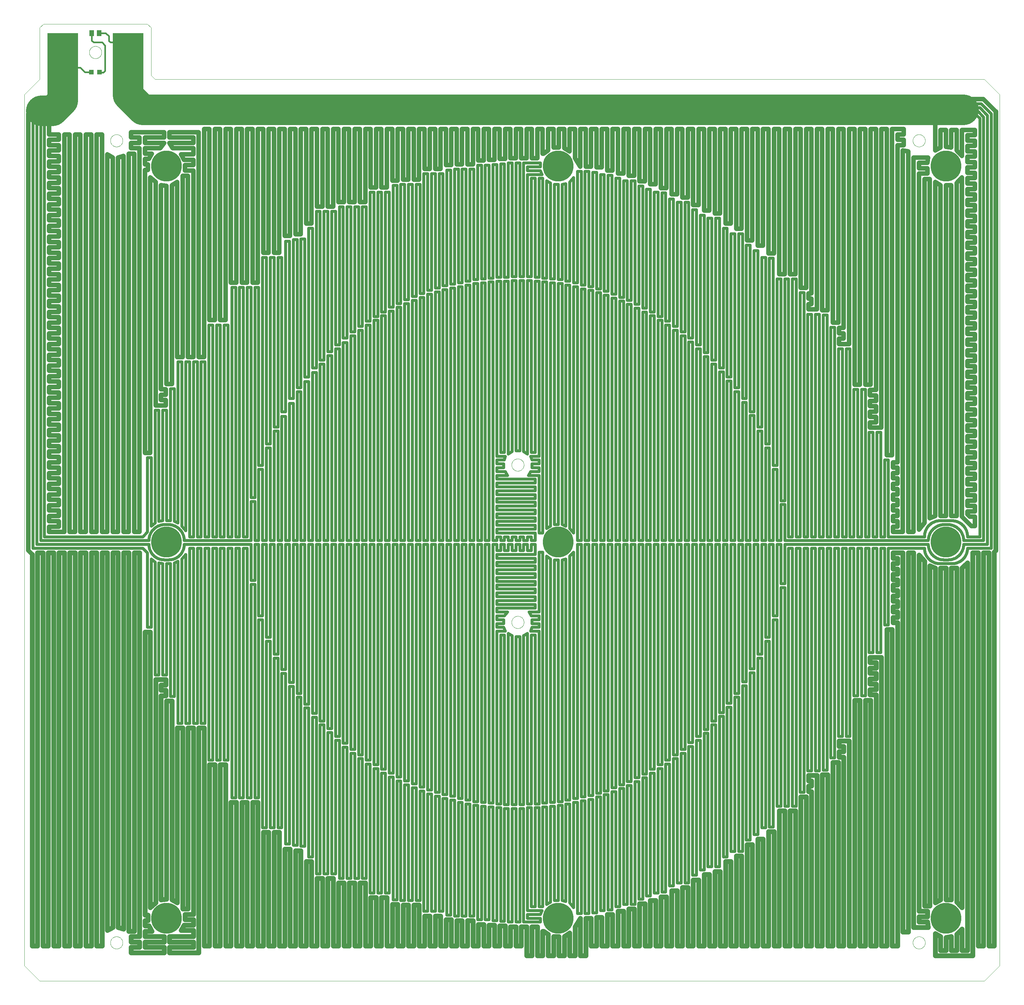
<source format=gtl>
G75*
%MOIN*%
%OFA0B0*%
%FSLAX25Y25*%
%IPPOS*%
%LPD*%
%AMOC8*
5,1,8,0,0,1.08239X$1,22.5*
%
%ADD10C,0.00000*%
%ADD11C,0.31496*%
%ADD12R,0.04724X0.04724*%
%ADD13R,0.31496X0.39370*%
%ADD14R,0.05118X0.06299*%
%ADD15C,0.31496*%
%ADD16C,0.01575*%
%ADD17C,0.03000*%
%ADD18C,0.02957*%
%ADD19C,0.04882*%
%ADD20C,0.04528*%
%ADD21C,0.04567*%
D10*
X0043304Y0053815D02*
X0059052Y0038067D01*
X1027556Y0038067D01*
X1043304Y0053815D01*
X1043304Y0947516D01*
X1027556Y0963264D01*
X0177162Y0963264D01*
X0173225Y0967201D01*
X0173225Y1016020D01*
X0169288Y1019957D01*
X0062989Y1019957D01*
X0059052Y1016020D01*
X0059052Y0963264D01*
X0043304Y0947516D01*
X0043304Y0053815D01*
X0131493Y0077437D02*
X0131495Y0077595D01*
X0131501Y0077753D01*
X0131511Y0077911D01*
X0131525Y0078069D01*
X0131543Y0078226D01*
X0131564Y0078383D01*
X0131590Y0078539D01*
X0131620Y0078695D01*
X0131653Y0078850D01*
X0131691Y0079003D01*
X0131732Y0079156D01*
X0131777Y0079308D01*
X0131826Y0079459D01*
X0131879Y0079608D01*
X0131935Y0079756D01*
X0131995Y0079902D01*
X0132059Y0080047D01*
X0132127Y0080190D01*
X0132198Y0080332D01*
X0132272Y0080472D01*
X0132350Y0080609D01*
X0132432Y0080745D01*
X0132516Y0080879D01*
X0132605Y0081010D01*
X0132696Y0081139D01*
X0132791Y0081266D01*
X0132888Y0081391D01*
X0132989Y0081513D01*
X0133093Y0081632D01*
X0133200Y0081749D01*
X0133310Y0081863D01*
X0133423Y0081974D01*
X0133538Y0082083D01*
X0133656Y0082188D01*
X0133777Y0082290D01*
X0133900Y0082390D01*
X0134026Y0082486D01*
X0134154Y0082579D01*
X0134284Y0082669D01*
X0134417Y0082755D01*
X0134552Y0082839D01*
X0134688Y0082918D01*
X0134827Y0082995D01*
X0134968Y0083067D01*
X0135110Y0083137D01*
X0135254Y0083202D01*
X0135400Y0083264D01*
X0135547Y0083322D01*
X0135696Y0083377D01*
X0135846Y0083428D01*
X0135997Y0083475D01*
X0136149Y0083518D01*
X0136302Y0083557D01*
X0136457Y0083593D01*
X0136612Y0083624D01*
X0136768Y0083652D01*
X0136924Y0083676D01*
X0137081Y0083696D01*
X0137239Y0083712D01*
X0137396Y0083724D01*
X0137555Y0083732D01*
X0137713Y0083736D01*
X0137871Y0083736D01*
X0138029Y0083732D01*
X0138188Y0083724D01*
X0138345Y0083712D01*
X0138503Y0083696D01*
X0138660Y0083676D01*
X0138816Y0083652D01*
X0138972Y0083624D01*
X0139127Y0083593D01*
X0139282Y0083557D01*
X0139435Y0083518D01*
X0139587Y0083475D01*
X0139738Y0083428D01*
X0139888Y0083377D01*
X0140037Y0083322D01*
X0140184Y0083264D01*
X0140330Y0083202D01*
X0140474Y0083137D01*
X0140616Y0083067D01*
X0140757Y0082995D01*
X0140896Y0082918D01*
X0141032Y0082839D01*
X0141167Y0082755D01*
X0141300Y0082669D01*
X0141430Y0082579D01*
X0141558Y0082486D01*
X0141684Y0082390D01*
X0141807Y0082290D01*
X0141928Y0082188D01*
X0142046Y0082083D01*
X0142161Y0081974D01*
X0142274Y0081863D01*
X0142384Y0081749D01*
X0142491Y0081632D01*
X0142595Y0081513D01*
X0142696Y0081391D01*
X0142793Y0081266D01*
X0142888Y0081139D01*
X0142979Y0081010D01*
X0143068Y0080879D01*
X0143152Y0080745D01*
X0143234Y0080609D01*
X0143312Y0080472D01*
X0143386Y0080332D01*
X0143457Y0080190D01*
X0143525Y0080047D01*
X0143589Y0079902D01*
X0143649Y0079756D01*
X0143705Y0079608D01*
X0143758Y0079459D01*
X0143807Y0079308D01*
X0143852Y0079156D01*
X0143893Y0079003D01*
X0143931Y0078850D01*
X0143964Y0078695D01*
X0143994Y0078539D01*
X0144020Y0078383D01*
X0144041Y0078226D01*
X0144059Y0078069D01*
X0144073Y0077911D01*
X0144083Y0077753D01*
X0144089Y0077595D01*
X0144091Y0077437D01*
X0144089Y0077279D01*
X0144083Y0077121D01*
X0144073Y0076963D01*
X0144059Y0076805D01*
X0144041Y0076648D01*
X0144020Y0076491D01*
X0143994Y0076335D01*
X0143964Y0076179D01*
X0143931Y0076024D01*
X0143893Y0075871D01*
X0143852Y0075718D01*
X0143807Y0075566D01*
X0143758Y0075415D01*
X0143705Y0075266D01*
X0143649Y0075118D01*
X0143589Y0074972D01*
X0143525Y0074827D01*
X0143457Y0074684D01*
X0143386Y0074542D01*
X0143312Y0074402D01*
X0143234Y0074265D01*
X0143152Y0074129D01*
X0143068Y0073995D01*
X0142979Y0073864D01*
X0142888Y0073735D01*
X0142793Y0073608D01*
X0142696Y0073483D01*
X0142595Y0073361D01*
X0142491Y0073242D01*
X0142384Y0073125D01*
X0142274Y0073011D01*
X0142161Y0072900D01*
X0142046Y0072791D01*
X0141928Y0072686D01*
X0141807Y0072584D01*
X0141684Y0072484D01*
X0141558Y0072388D01*
X0141430Y0072295D01*
X0141300Y0072205D01*
X0141167Y0072119D01*
X0141032Y0072035D01*
X0140896Y0071956D01*
X0140757Y0071879D01*
X0140616Y0071807D01*
X0140474Y0071737D01*
X0140330Y0071672D01*
X0140184Y0071610D01*
X0140037Y0071552D01*
X0139888Y0071497D01*
X0139738Y0071446D01*
X0139587Y0071399D01*
X0139435Y0071356D01*
X0139282Y0071317D01*
X0139127Y0071281D01*
X0138972Y0071250D01*
X0138816Y0071222D01*
X0138660Y0071198D01*
X0138503Y0071178D01*
X0138345Y0071162D01*
X0138188Y0071150D01*
X0138029Y0071142D01*
X0137871Y0071138D01*
X0137713Y0071138D01*
X0137555Y0071142D01*
X0137396Y0071150D01*
X0137239Y0071162D01*
X0137081Y0071178D01*
X0136924Y0071198D01*
X0136768Y0071222D01*
X0136612Y0071250D01*
X0136457Y0071281D01*
X0136302Y0071317D01*
X0136149Y0071356D01*
X0135997Y0071399D01*
X0135846Y0071446D01*
X0135696Y0071497D01*
X0135547Y0071552D01*
X0135400Y0071610D01*
X0135254Y0071672D01*
X0135110Y0071737D01*
X0134968Y0071807D01*
X0134827Y0071879D01*
X0134688Y0071956D01*
X0134552Y0072035D01*
X0134417Y0072119D01*
X0134284Y0072205D01*
X0134154Y0072295D01*
X0134026Y0072388D01*
X0133900Y0072484D01*
X0133777Y0072584D01*
X0133656Y0072686D01*
X0133538Y0072791D01*
X0133423Y0072900D01*
X0133310Y0073011D01*
X0133200Y0073125D01*
X0133093Y0073242D01*
X0132989Y0073361D01*
X0132888Y0073483D01*
X0132791Y0073608D01*
X0132696Y0073735D01*
X0132605Y0073864D01*
X0132516Y0073995D01*
X0132432Y0074129D01*
X0132350Y0074265D01*
X0132272Y0074402D01*
X0132198Y0074542D01*
X0132127Y0074684D01*
X0132059Y0074827D01*
X0131995Y0074972D01*
X0131935Y0075118D01*
X0131879Y0075266D01*
X0131826Y0075415D01*
X0131777Y0075566D01*
X0131732Y0075718D01*
X0131691Y0075871D01*
X0131653Y0076024D01*
X0131620Y0076179D01*
X0131590Y0076335D01*
X0131564Y0076491D01*
X0131543Y0076648D01*
X0131525Y0076805D01*
X0131511Y0076963D01*
X0131501Y0077121D01*
X0131495Y0077279D01*
X0131493Y0077437D01*
X0131495Y0077595D01*
X0131501Y0077753D01*
X0131511Y0077911D01*
X0131525Y0078069D01*
X0131543Y0078226D01*
X0131564Y0078383D01*
X0131590Y0078539D01*
X0131620Y0078695D01*
X0131653Y0078850D01*
X0131691Y0079003D01*
X0131732Y0079156D01*
X0131777Y0079308D01*
X0131826Y0079459D01*
X0131879Y0079608D01*
X0131935Y0079756D01*
X0131995Y0079902D01*
X0132059Y0080047D01*
X0132127Y0080190D01*
X0132198Y0080332D01*
X0132272Y0080472D01*
X0132350Y0080609D01*
X0132432Y0080745D01*
X0132516Y0080879D01*
X0132605Y0081010D01*
X0132696Y0081139D01*
X0132791Y0081266D01*
X0132888Y0081391D01*
X0132989Y0081513D01*
X0133093Y0081632D01*
X0133200Y0081749D01*
X0133310Y0081863D01*
X0133423Y0081974D01*
X0133538Y0082083D01*
X0133656Y0082188D01*
X0133777Y0082290D01*
X0133900Y0082390D01*
X0134026Y0082486D01*
X0134154Y0082579D01*
X0134284Y0082669D01*
X0134417Y0082755D01*
X0134552Y0082839D01*
X0134688Y0082918D01*
X0134827Y0082995D01*
X0134968Y0083067D01*
X0135110Y0083137D01*
X0135254Y0083202D01*
X0135400Y0083264D01*
X0135547Y0083322D01*
X0135696Y0083377D01*
X0135846Y0083428D01*
X0135997Y0083475D01*
X0136149Y0083518D01*
X0136302Y0083557D01*
X0136457Y0083593D01*
X0136612Y0083624D01*
X0136768Y0083652D01*
X0136924Y0083676D01*
X0137081Y0083696D01*
X0137239Y0083712D01*
X0137396Y0083724D01*
X0137555Y0083732D01*
X0137713Y0083736D01*
X0137871Y0083736D01*
X0138029Y0083732D01*
X0138188Y0083724D01*
X0138345Y0083712D01*
X0138503Y0083696D01*
X0138660Y0083676D01*
X0138816Y0083652D01*
X0138972Y0083624D01*
X0139127Y0083593D01*
X0139282Y0083557D01*
X0139435Y0083518D01*
X0139587Y0083475D01*
X0139738Y0083428D01*
X0139888Y0083377D01*
X0140037Y0083322D01*
X0140184Y0083264D01*
X0140330Y0083202D01*
X0140474Y0083137D01*
X0140616Y0083067D01*
X0140757Y0082995D01*
X0140896Y0082918D01*
X0141032Y0082839D01*
X0141167Y0082755D01*
X0141300Y0082669D01*
X0141430Y0082579D01*
X0141558Y0082486D01*
X0141684Y0082390D01*
X0141807Y0082290D01*
X0141928Y0082188D01*
X0142046Y0082083D01*
X0142161Y0081974D01*
X0142274Y0081863D01*
X0142384Y0081749D01*
X0142491Y0081632D01*
X0142595Y0081513D01*
X0142696Y0081391D01*
X0142793Y0081266D01*
X0142888Y0081139D01*
X0142979Y0081010D01*
X0143068Y0080879D01*
X0143152Y0080745D01*
X0143234Y0080609D01*
X0143312Y0080472D01*
X0143386Y0080332D01*
X0143457Y0080190D01*
X0143525Y0080047D01*
X0143589Y0079902D01*
X0143649Y0079756D01*
X0143705Y0079608D01*
X0143758Y0079459D01*
X0143807Y0079308D01*
X0143852Y0079156D01*
X0143893Y0079003D01*
X0143931Y0078850D01*
X0143964Y0078695D01*
X0143994Y0078539D01*
X0144020Y0078383D01*
X0144041Y0078226D01*
X0144059Y0078069D01*
X0144073Y0077911D01*
X0144083Y0077753D01*
X0144089Y0077595D01*
X0144091Y0077437D01*
X0144089Y0077279D01*
X0144083Y0077121D01*
X0144073Y0076963D01*
X0144059Y0076805D01*
X0144041Y0076648D01*
X0144020Y0076491D01*
X0143994Y0076335D01*
X0143964Y0076179D01*
X0143931Y0076024D01*
X0143893Y0075871D01*
X0143852Y0075718D01*
X0143807Y0075566D01*
X0143758Y0075415D01*
X0143705Y0075266D01*
X0143649Y0075118D01*
X0143589Y0074972D01*
X0143525Y0074827D01*
X0143457Y0074684D01*
X0143386Y0074542D01*
X0143312Y0074402D01*
X0143234Y0074265D01*
X0143152Y0074129D01*
X0143068Y0073995D01*
X0142979Y0073864D01*
X0142888Y0073735D01*
X0142793Y0073608D01*
X0142696Y0073483D01*
X0142595Y0073361D01*
X0142491Y0073242D01*
X0142384Y0073125D01*
X0142274Y0073011D01*
X0142161Y0072900D01*
X0142046Y0072791D01*
X0141928Y0072686D01*
X0141807Y0072584D01*
X0141684Y0072484D01*
X0141558Y0072388D01*
X0141430Y0072295D01*
X0141300Y0072205D01*
X0141167Y0072119D01*
X0141032Y0072035D01*
X0140896Y0071956D01*
X0140757Y0071879D01*
X0140616Y0071807D01*
X0140474Y0071737D01*
X0140330Y0071672D01*
X0140184Y0071610D01*
X0140037Y0071552D01*
X0139888Y0071497D01*
X0139738Y0071446D01*
X0139587Y0071399D01*
X0139435Y0071356D01*
X0139282Y0071317D01*
X0139127Y0071281D01*
X0138972Y0071250D01*
X0138816Y0071222D01*
X0138660Y0071198D01*
X0138503Y0071178D01*
X0138345Y0071162D01*
X0138188Y0071150D01*
X0138029Y0071142D01*
X0137871Y0071138D01*
X0137713Y0071138D01*
X0137555Y0071142D01*
X0137396Y0071150D01*
X0137239Y0071162D01*
X0137081Y0071178D01*
X0136924Y0071198D01*
X0136768Y0071222D01*
X0136612Y0071250D01*
X0136457Y0071281D01*
X0136302Y0071317D01*
X0136149Y0071356D01*
X0135997Y0071399D01*
X0135846Y0071446D01*
X0135696Y0071497D01*
X0135547Y0071552D01*
X0135400Y0071610D01*
X0135254Y0071672D01*
X0135110Y0071737D01*
X0134968Y0071807D01*
X0134827Y0071879D01*
X0134688Y0071956D01*
X0134552Y0072035D01*
X0134417Y0072119D01*
X0134284Y0072205D01*
X0134154Y0072295D01*
X0134026Y0072388D01*
X0133900Y0072484D01*
X0133777Y0072584D01*
X0133656Y0072686D01*
X0133538Y0072791D01*
X0133423Y0072900D01*
X0133310Y0073011D01*
X0133200Y0073125D01*
X0133093Y0073242D01*
X0132989Y0073361D01*
X0132888Y0073483D01*
X0132791Y0073608D01*
X0132696Y0073735D01*
X0132605Y0073864D01*
X0132516Y0073995D01*
X0132432Y0074129D01*
X0132350Y0074265D01*
X0132272Y0074402D01*
X0132198Y0074542D01*
X0132127Y0074684D01*
X0132059Y0074827D01*
X0131995Y0074972D01*
X0131935Y0075118D01*
X0131879Y0075266D01*
X0131826Y0075415D01*
X0131777Y0075566D01*
X0131732Y0075718D01*
X0131691Y0075871D01*
X0131653Y0076024D01*
X0131620Y0076179D01*
X0131590Y0076335D01*
X0131564Y0076491D01*
X0131543Y0076648D01*
X0131525Y0076805D01*
X0131511Y0076963D01*
X0131501Y0077121D01*
X0131495Y0077279D01*
X0131493Y0077437D01*
X0542910Y0406177D02*
X0542912Y0406335D01*
X0542918Y0406493D01*
X0542928Y0406651D01*
X0542942Y0406809D01*
X0542960Y0406966D01*
X0542981Y0407123D01*
X0543007Y0407279D01*
X0543037Y0407435D01*
X0543070Y0407590D01*
X0543108Y0407743D01*
X0543149Y0407896D01*
X0543194Y0408048D01*
X0543243Y0408199D01*
X0543296Y0408348D01*
X0543352Y0408496D01*
X0543412Y0408642D01*
X0543476Y0408787D01*
X0543544Y0408930D01*
X0543615Y0409072D01*
X0543689Y0409212D01*
X0543767Y0409349D01*
X0543849Y0409485D01*
X0543933Y0409619D01*
X0544022Y0409750D01*
X0544113Y0409879D01*
X0544208Y0410006D01*
X0544305Y0410131D01*
X0544406Y0410253D01*
X0544510Y0410372D01*
X0544617Y0410489D01*
X0544727Y0410603D01*
X0544840Y0410714D01*
X0544955Y0410823D01*
X0545073Y0410928D01*
X0545194Y0411030D01*
X0545317Y0411130D01*
X0545443Y0411226D01*
X0545571Y0411319D01*
X0545701Y0411409D01*
X0545834Y0411495D01*
X0545969Y0411579D01*
X0546105Y0411658D01*
X0546244Y0411735D01*
X0546385Y0411807D01*
X0546527Y0411877D01*
X0546671Y0411942D01*
X0546817Y0412004D01*
X0546964Y0412062D01*
X0547113Y0412117D01*
X0547263Y0412168D01*
X0547414Y0412215D01*
X0547566Y0412258D01*
X0547719Y0412297D01*
X0547874Y0412333D01*
X0548029Y0412364D01*
X0548185Y0412392D01*
X0548341Y0412416D01*
X0548498Y0412436D01*
X0548656Y0412452D01*
X0548813Y0412464D01*
X0548972Y0412472D01*
X0549130Y0412476D01*
X0549288Y0412476D01*
X0549446Y0412472D01*
X0549605Y0412464D01*
X0549762Y0412452D01*
X0549920Y0412436D01*
X0550077Y0412416D01*
X0550233Y0412392D01*
X0550389Y0412364D01*
X0550544Y0412333D01*
X0550699Y0412297D01*
X0550852Y0412258D01*
X0551004Y0412215D01*
X0551155Y0412168D01*
X0551305Y0412117D01*
X0551454Y0412062D01*
X0551601Y0412004D01*
X0551747Y0411942D01*
X0551891Y0411877D01*
X0552033Y0411807D01*
X0552174Y0411735D01*
X0552313Y0411658D01*
X0552449Y0411579D01*
X0552584Y0411495D01*
X0552717Y0411409D01*
X0552847Y0411319D01*
X0552975Y0411226D01*
X0553101Y0411130D01*
X0553224Y0411030D01*
X0553345Y0410928D01*
X0553463Y0410823D01*
X0553578Y0410714D01*
X0553691Y0410603D01*
X0553801Y0410489D01*
X0553908Y0410372D01*
X0554012Y0410253D01*
X0554113Y0410131D01*
X0554210Y0410006D01*
X0554305Y0409879D01*
X0554396Y0409750D01*
X0554485Y0409619D01*
X0554569Y0409485D01*
X0554651Y0409349D01*
X0554729Y0409212D01*
X0554803Y0409072D01*
X0554874Y0408930D01*
X0554942Y0408787D01*
X0555006Y0408642D01*
X0555066Y0408496D01*
X0555122Y0408348D01*
X0555175Y0408199D01*
X0555224Y0408048D01*
X0555269Y0407896D01*
X0555310Y0407743D01*
X0555348Y0407590D01*
X0555381Y0407435D01*
X0555411Y0407279D01*
X0555437Y0407123D01*
X0555458Y0406966D01*
X0555476Y0406809D01*
X0555490Y0406651D01*
X0555500Y0406493D01*
X0555506Y0406335D01*
X0555508Y0406177D01*
X0555506Y0406019D01*
X0555500Y0405861D01*
X0555490Y0405703D01*
X0555476Y0405545D01*
X0555458Y0405388D01*
X0555437Y0405231D01*
X0555411Y0405075D01*
X0555381Y0404919D01*
X0555348Y0404764D01*
X0555310Y0404611D01*
X0555269Y0404458D01*
X0555224Y0404306D01*
X0555175Y0404155D01*
X0555122Y0404006D01*
X0555066Y0403858D01*
X0555006Y0403712D01*
X0554942Y0403567D01*
X0554874Y0403424D01*
X0554803Y0403282D01*
X0554729Y0403142D01*
X0554651Y0403005D01*
X0554569Y0402869D01*
X0554485Y0402735D01*
X0554396Y0402604D01*
X0554305Y0402475D01*
X0554210Y0402348D01*
X0554113Y0402223D01*
X0554012Y0402101D01*
X0553908Y0401982D01*
X0553801Y0401865D01*
X0553691Y0401751D01*
X0553578Y0401640D01*
X0553463Y0401531D01*
X0553345Y0401426D01*
X0553224Y0401324D01*
X0553101Y0401224D01*
X0552975Y0401128D01*
X0552847Y0401035D01*
X0552717Y0400945D01*
X0552584Y0400859D01*
X0552449Y0400775D01*
X0552313Y0400696D01*
X0552174Y0400619D01*
X0552033Y0400547D01*
X0551891Y0400477D01*
X0551747Y0400412D01*
X0551601Y0400350D01*
X0551454Y0400292D01*
X0551305Y0400237D01*
X0551155Y0400186D01*
X0551004Y0400139D01*
X0550852Y0400096D01*
X0550699Y0400057D01*
X0550544Y0400021D01*
X0550389Y0399990D01*
X0550233Y0399962D01*
X0550077Y0399938D01*
X0549920Y0399918D01*
X0549762Y0399902D01*
X0549605Y0399890D01*
X0549446Y0399882D01*
X0549288Y0399878D01*
X0549130Y0399878D01*
X0548972Y0399882D01*
X0548813Y0399890D01*
X0548656Y0399902D01*
X0548498Y0399918D01*
X0548341Y0399938D01*
X0548185Y0399962D01*
X0548029Y0399990D01*
X0547874Y0400021D01*
X0547719Y0400057D01*
X0547566Y0400096D01*
X0547414Y0400139D01*
X0547263Y0400186D01*
X0547113Y0400237D01*
X0546964Y0400292D01*
X0546817Y0400350D01*
X0546671Y0400412D01*
X0546527Y0400477D01*
X0546385Y0400547D01*
X0546244Y0400619D01*
X0546105Y0400696D01*
X0545969Y0400775D01*
X0545834Y0400859D01*
X0545701Y0400945D01*
X0545571Y0401035D01*
X0545443Y0401128D01*
X0545317Y0401224D01*
X0545194Y0401324D01*
X0545073Y0401426D01*
X0544955Y0401531D01*
X0544840Y0401640D01*
X0544727Y0401751D01*
X0544617Y0401865D01*
X0544510Y0401982D01*
X0544406Y0402101D01*
X0544305Y0402223D01*
X0544208Y0402348D01*
X0544113Y0402475D01*
X0544022Y0402604D01*
X0543933Y0402735D01*
X0543849Y0402869D01*
X0543767Y0403005D01*
X0543689Y0403142D01*
X0543615Y0403282D01*
X0543544Y0403424D01*
X0543476Y0403567D01*
X0543412Y0403712D01*
X0543352Y0403858D01*
X0543296Y0404006D01*
X0543243Y0404155D01*
X0543194Y0404306D01*
X0543149Y0404458D01*
X0543108Y0404611D01*
X0543070Y0404764D01*
X0543037Y0404919D01*
X0543007Y0405075D01*
X0542981Y0405231D01*
X0542960Y0405388D01*
X0542942Y0405545D01*
X0542928Y0405703D01*
X0542918Y0405861D01*
X0542912Y0406019D01*
X0542910Y0406177D01*
X0542910Y0567594D02*
X0542912Y0567752D01*
X0542918Y0567910D01*
X0542928Y0568068D01*
X0542942Y0568226D01*
X0542960Y0568383D01*
X0542981Y0568540D01*
X0543007Y0568696D01*
X0543037Y0568852D01*
X0543070Y0569007D01*
X0543108Y0569160D01*
X0543149Y0569313D01*
X0543194Y0569465D01*
X0543243Y0569616D01*
X0543296Y0569765D01*
X0543352Y0569913D01*
X0543412Y0570059D01*
X0543476Y0570204D01*
X0543544Y0570347D01*
X0543615Y0570489D01*
X0543689Y0570629D01*
X0543767Y0570766D01*
X0543849Y0570902D01*
X0543933Y0571036D01*
X0544022Y0571167D01*
X0544113Y0571296D01*
X0544208Y0571423D01*
X0544305Y0571548D01*
X0544406Y0571670D01*
X0544510Y0571789D01*
X0544617Y0571906D01*
X0544727Y0572020D01*
X0544840Y0572131D01*
X0544955Y0572240D01*
X0545073Y0572345D01*
X0545194Y0572447D01*
X0545317Y0572547D01*
X0545443Y0572643D01*
X0545571Y0572736D01*
X0545701Y0572826D01*
X0545834Y0572912D01*
X0545969Y0572996D01*
X0546105Y0573075D01*
X0546244Y0573152D01*
X0546385Y0573224D01*
X0546527Y0573294D01*
X0546671Y0573359D01*
X0546817Y0573421D01*
X0546964Y0573479D01*
X0547113Y0573534D01*
X0547263Y0573585D01*
X0547414Y0573632D01*
X0547566Y0573675D01*
X0547719Y0573714D01*
X0547874Y0573750D01*
X0548029Y0573781D01*
X0548185Y0573809D01*
X0548341Y0573833D01*
X0548498Y0573853D01*
X0548656Y0573869D01*
X0548813Y0573881D01*
X0548972Y0573889D01*
X0549130Y0573893D01*
X0549288Y0573893D01*
X0549446Y0573889D01*
X0549605Y0573881D01*
X0549762Y0573869D01*
X0549920Y0573853D01*
X0550077Y0573833D01*
X0550233Y0573809D01*
X0550389Y0573781D01*
X0550544Y0573750D01*
X0550699Y0573714D01*
X0550852Y0573675D01*
X0551004Y0573632D01*
X0551155Y0573585D01*
X0551305Y0573534D01*
X0551454Y0573479D01*
X0551601Y0573421D01*
X0551747Y0573359D01*
X0551891Y0573294D01*
X0552033Y0573224D01*
X0552174Y0573152D01*
X0552313Y0573075D01*
X0552449Y0572996D01*
X0552584Y0572912D01*
X0552717Y0572826D01*
X0552847Y0572736D01*
X0552975Y0572643D01*
X0553101Y0572547D01*
X0553224Y0572447D01*
X0553345Y0572345D01*
X0553463Y0572240D01*
X0553578Y0572131D01*
X0553691Y0572020D01*
X0553801Y0571906D01*
X0553908Y0571789D01*
X0554012Y0571670D01*
X0554113Y0571548D01*
X0554210Y0571423D01*
X0554305Y0571296D01*
X0554396Y0571167D01*
X0554485Y0571036D01*
X0554569Y0570902D01*
X0554651Y0570766D01*
X0554729Y0570629D01*
X0554803Y0570489D01*
X0554874Y0570347D01*
X0554942Y0570204D01*
X0555006Y0570059D01*
X0555066Y0569913D01*
X0555122Y0569765D01*
X0555175Y0569616D01*
X0555224Y0569465D01*
X0555269Y0569313D01*
X0555310Y0569160D01*
X0555348Y0569007D01*
X0555381Y0568852D01*
X0555411Y0568696D01*
X0555437Y0568540D01*
X0555458Y0568383D01*
X0555476Y0568226D01*
X0555490Y0568068D01*
X0555500Y0567910D01*
X0555506Y0567752D01*
X0555508Y0567594D01*
X0555506Y0567436D01*
X0555500Y0567278D01*
X0555490Y0567120D01*
X0555476Y0566962D01*
X0555458Y0566805D01*
X0555437Y0566648D01*
X0555411Y0566492D01*
X0555381Y0566336D01*
X0555348Y0566181D01*
X0555310Y0566028D01*
X0555269Y0565875D01*
X0555224Y0565723D01*
X0555175Y0565572D01*
X0555122Y0565423D01*
X0555066Y0565275D01*
X0555006Y0565129D01*
X0554942Y0564984D01*
X0554874Y0564841D01*
X0554803Y0564699D01*
X0554729Y0564559D01*
X0554651Y0564422D01*
X0554569Y0564286D01*
X0554485Y0564152D01*
X0554396Y0564021D01*
X0554305Y0563892D01*
X0554210Y0563765D01*
X0554113Y0563640D01*
X0554012Y0563518D01*
X0553908Y0563399D01*
X0553801Y0563282D01*
X0553691Y0563168D01*
X0553578Y0563057D01*
X0553463Y0562948D01*
X0553345Y0562843D01*
X0553224Y0562741D01*
X0553101Y0562641D01*
X0552975Y0562545D01*
X0552847Y0562452D01*
X0552717Y0562362D01*
X0552584Y0562276D01*
X0552449Y0562192D01*
X0552313Y0562113D01*
X0552174Y0562036D01*
X0552033Y0561964D01*
X0551891Y0561894D01*
X0551747Y0561829D01*
X0551601Y0561767D01*
X0551454Y0561709D01*
X0551305Y0561654D01*
X0551155Y0561603D01*
X0551004Y0561556D01*
X0550852Y0561513D01*
X0550699Y0561474D01*
X0550544Y0561438D01*
X0550389Y0561407D01*
X0550233Y0561379D01*
X0550077Y0561355D01*
X0549920Y0561335D01*
X0549762Y0561319D01*
X0549605Y0561307D01*
X0549446Y0561299D01*
X0549288Y0561295D01*
X0549130Y0561295D01*
X0548972Y0561299D01*
X0548813Y0561307D01*
X0548656Y0561319D01*
X0548498Y0561335D01*
X0548341Y0561355D01*
X0548185Y0561379D01*
X0548029Y0561407D01*
X0547874Y0561438D01*
X0547719Y0561474D01*
X0547566Y0561513D01*
X0547414Y0561556D01*
X0547263Y0561603D01*
X0547113Y0561654D01*
X0546964Y0561709D01*
X0546817Y0561767D01*
X0546671Y0561829D01*
X0546527Y0561894D01*
X0546385Y0561964D01*
X0546244Y0562036D01*
X0546105Y0562113D01*
X0545969Y0562192D01*
X0545834Y0562276D01*
X0545701Y0562362D01*
X0545571Y0562452D01*
X0545443Y0562545D01*
X0545317Y0562641D01*
X0545194Y0562741D01*
X0545073Y0562843D01*
X0544955Y0562948D01*
X0544840Y0563057D01*
X0544727Y0563168D01*
X0544617Y0563282D01*
X0544510Y0563399D01*
X0544406Y0563518D01*
X0544305Y0563640D01*
X0544208Y0563765D01*
X0544113Y0563892D01*
X0544022Y0564021D01*
X0543933Y0564152D01*
X0543849Y0564286D01*
X0543767Y0564422D01*
X0543689Y0564559D01*
X0543615Y0564699D01*
X0543544Y0564841D01*
X0543476Y0564984D01*
X0543412Y0565129D01*
X0543352Y0565275D01*
X0543296Y0565423D01*
X0543243Y0565572D01*
X0543194Y0565723D01*
X0543149Y0565875D01*
X0543108Y0566028D01*
X0543070Y0566181D01*
X0543037Y0566336D01*
X0543007Y0566492D01*
X0542981Y0566648D01*
X0542960Y0566805D01*
X0542942Y0566962D01*
X0542928Y0567120D01*
X0542918Y0567278D01*
X0542912Y0567436D01*
X0542910Y0567594D01*
X0131493Y0900272D02*
X0131495Y0900430D01*
X0131501Y0900588D01*
X0131511Y0900746D01*
X0131525Y0900904D01*
X0131543Y0901061D01*
X0131564Y0901218D01*
X0131590Y0901374D01*
X0131620Y0901530D01*
X0131653Y0901685D01*
X0131691Y0901838D01*
X0131732Y0901991D01*
X0131777Y0902143D01*
X0131826Y0902294D01*
X0131879Y0902443D01*
X0131935Y0902591D01*
X0131995Y0902737D01*
X0132059Y0902882D01*
X0132127Y0903025D01*
X0132198Y0903167D01*
X0132272Y0903307D01*
X0132350Y0903444D01*
X0132432Y0903580D01*
X0132516Y0903714D01*
X0132605Y0903845D01*
X0132696Y0903974D01*
X0132791Y0904101D01*
X0132888Y0904226D01*
X0132989Y0904348D01*
X0133093Y0904467D01*
X0133200Y0904584D01*
X0133310Y0904698D01*
X0133423Y0904809D01*
X0133538Y0904918D01*
X0133656Y0905023D01*
X0133777Y0905125D01*
X0133900Y0905225D01*
X0134026Y0905321D01*
X0134154Y0905414D01*
X0134284Y0905504D01*
X0134417Y0905590D01*
X0134552Y0905674D01*
X0134688Y0905753D01*
X0134827Y0905830D01*
X0134968Y0905902D01*
X0135110Y0905972D01*
X0135254Y0906037D01*
X0135400Y0906099D01*
X0135547Y0906157D01*
X0135696Y0906212D01*
X0135846Y0906263D01*
X0135997Y0906310D01*
X0136149Y0906353D01*
X0136302Y0906392D01*
X0136457Y0906428D01*
X0136612Y0906459D01*
X0136768Y0906487D01*
X0136924Y0906511D01*
X0137081Y0906531D01*
X0137239Y0906547D01*
X0137396Y0906559D01*
X0137555Y0906567D01*
X0137713Y0906571D01*
X0137871Y0906571D01*
X0138029Y0906567D01*
X0138188Y0906559D01*
X0138345Y0906547D01*
X0138503Y0906531D01*
X0138660Y0906511D01*
X0138816Y0906487D01*
X0138972Y0906459D01*
X0139127Y0906428D01*
X0139282Y0906392D01*
X0139435Y0906353D01*
X0139587Y0906310D01*
X0139738Y0906263D01*
X0139888Y0906212D01*
X0140037Y0906157D01*
X0140184Y0906099D01*
X0140330Y0906037D01*
X0140474Y0905972D01*
X0140616Y0905902D01*
X0140757Y0905830D01*
X0140896Y0905753D01*
X0141032Y0905674D01*
X0141167Y0905590D01*
X0141300Y0905504D01*
X0141430Y0905414D01*
X0141558Y0905321D01*
X0141684Y0905225D01*
X0141807Y0905125D01*
X0141928Y0905023D01*
X0142046Y0904918D01*
X0142161Y0904809D01*
X0142274Y0904698D01*
X0142384Y0904584D01*
X0142491Y0904467D01*
X0142595Y0904348D01*
X0142696Y0904226D01*
X0142793Y0904101D01*
X0142888Y0903974D01*
X0142979Y0903845D01*
X0143068Y0903714D01*
X0143152Y0903580D01*
X0143234Y0903444D01*
X0143312Y0903307D01*
X0143386Y0903167D01*
X0143457Y0903025D01*
X0143525Y0902882D01*
X0143589Y0902737D01*
X0143649Y0902591D01*
X0143705Y0902443D01*
X0143758Y0902294D01*
X0143807Y0902143D01*
X0143852Y0901991D01*
X0143893Y0901838D01*
X0143931Y0901685D01*
X0143964Y0901530D01*
X0143994Y0901374D01*
X0144020Y0901218D01*
X0144041Y0901061D01*
X0144059Y0900904D01*
X0144073Y0900746D01*
X0144083Y0900588D01*
X0144089Y0900430D01*
X0144091Y0900272D01*
X0144089Y0900114D01*
X0144083Y0899956D01*
X0144073Y0899798D01*
X0144059Y0899640D01*
X0144041Y0899483D01*
X0144020Y0899326D01*
X0143994Y0899170D01*
X0143964Y0899014D01*
X0143931Y0898859D01*
X0143893Y0898706D01*
X0143852Y0898553D01*
X0143807Y0898401D01*
X0143758Y0898250D01*
X0143705Y0898101D01*
X0143649Y0897953D01*
X0143589Y0897807D01*
X0143525Y0897662D01*
X0143457Y0897519D01*
X0143386Y0897377D01*
X0143312Y0897237D01*
X0143234Y0897100D01*
X0143152Y0896964D01*
X0143068Y0896830D01*
X0142979Y0896699D01*
X0142888Y0896570D01*
X0142793Y0896443D01*
X0142696Y0896318D01*
X0142595Y0896196D01*
X0142491Y0896077D01*
X0142384Y0895960D01*
X0142274Y0895846D01*
X0142161Y0895735D01*
X0142046Y0895626D01*
X0141928Y0895521D01*
X0141807Y0895419D01*
X0141684Y0895319D01*
X0141558Y0895223D01*
X0141430Y0895130D01*
X0141300Y0895040D01*
X0141167Y0894954D01*
X0141032Y0894870D01*
X0140896Y0894791D01*
X0140757Y0894714D01*
X0140616Y0894642D01*
X0140474Y0894572D01*
X0140330Y0894507D01*
X0140184Y0894445D01*
X0140037Y0894387D01*
X0139888Y0894332D01*
X0139738Y0894281D01*
X0139587Y0894234D01*
X0139435Y0894191D01*
X0139282Y0894152D01*
X0139127Y0894116D01*
X0138972Y0894085D01*
X0138816Y0894057D01*
X0138660Y0894033D01*
X0138503Y0894013D01*
X0138345Y0893997D01*
X0138188Y0893985D01*
X0138029Y0893977D01*
X0137871Y0893973D01*
X0137713Y0893973D01*
X0137555Y0893977D01*
X0137396Y0893985D01*
X0137239Y0893997D01*
X0137081Y0894013D01*
X0136924Y0894033D01*
X0136768Y0894057D01*
X0136612Y0894085D01*
X0136457Y0894116D01*
X0136302Y0894152D01*
X0136149Y0894191D01*
X0135997Y0894234D01*
X0135846Y0894281D01*
X0135696Y0894332D01*
X0135547Y0894387D01*
X0135400Y0894445D01*
X0135254Y0894507D01*
X0135110Y0894572D01*
X0134968Y0894642D01*
X0134827Y0894714D01*
X0134688Y0894791D01*
X0134552Y0894870D01*
X0134417Y0894954D01*
X0134284Y0895040D01*
X0134154Y0895130D01*
X0134026Y0895223D01*
X0133900Y0895319D01*
X0133777Y0895419D01*
X0133656Y0895521D01*
X0133538Y0895626D01*
X0133423Y0895735D01*
X0133310Y0895846D01*
X0133200Y0895960D01*
X0133093Y0896077D01*
X0132989Y0896196D01*
X0132888Y0896318D01*
X0132791Y0896443D01*
X0132696Y0896570D01*
X0132605Y0896699D01*
X0132516Y0896830D01*
X0132432Y0896964D01*
X0132350Y0897100D01*
X0132272Y0897237D01*
X0132198Y0897377D01*
X0132127Y0897519D01*
X0132059Y0897662D01*
X0131995Y0897807D01*
X0131935Y0897953D01*
X0131879Y0898101D01*
X0131826Y0898250D01*
X0131777Y0898401D01*
X0131732Y0898553D01*
X0131691Y0898706D01*
X0131653Y0898859D01*
X0131620Y0899014D01*
X0131590Y0899170D01*
X0131564Y0899326D01*
X0131543Y0899483D01*
X0131525Y0899640D01*
X0131511Y0899798D01*
X0131501Y0899956D01*
X0131495Y0900114D01*
X0131493Y0900272D01*
X0131495Y0900430D01*
X0131501Y0900588D01*
X0131511Y0900746D01*
X0131525Y0900904D01*
X0131543Y0901061D01*
X0131564Y0901218D01*
X0131590Y0901374D01*
X0131620Y0901530D01*
X0131653Y0901685D01*
X0131691Y0901838D01*
X0131732Y0901991D01*
X0131777Y0902143D01*
X0131826Y0902294D01*
X0131879Y0902443D01*
X0131935Y0902591D01*
X0131995Y0902737D01*
X0132059Y0902882D01*
X0132127Y0903025D01*
X0132198Y0903167D01*
X0132272Y0903307D01*
X0132350Y0903444D01*
X0132432Y0903580D01*
X0132516Y0903714D01*
X0132605Y0903845D01*
X0132696Y0903974D01*
X0132791Y0904101D01*
X0132888Y0904226D01*
X0132989Y0904348D01*
X0133093Y0904467D01*
X0133200Y0904584D01*
X0133310Y0904698D01*
X0133423Y0904809D01*
X0133538Y0904918D01*
X0133656Y0905023D01*
X0133777Y0905125D01*
X0133900Y0905225D01*
X0134026Y0905321D01*
X0134154Y0905414D01*
X0134284Y0905504D01*
X0134417Y0905590D01*
X0134552Y0905674D01*
X0134688Y0905753D01*
X0134827Y0905830D01*
X0134968Y0905902D01*
X0135110Y0905972D01*
X0135254Y0906037D01*
X0135400Y0906099D01*
X0135547Y0906157D01*
X0135696Y0906212D01*
X0135846Y0906263D01*
X0135997Y0906310D01*
X0136149Y0906353D01*
X0136302Y0906392D01*
X0136457Y0906428D01*
X0136612Y0906459D01*
X0136768Y0906487D01*
X0136924Y0906511D01*
X0137081Y0906531D01*
X0137239Y0906547D01*
X0137396Y0906559D01*
X0137555Y0906567D01*
X0137713Y0906571D01*
X0137871Y0906571D01*
X0138029Y0906567D01*
X0138188Y0906559D01*
X0138345Y0906547D01*
X0138503Y0906531D01*
X0138660Y0906511D01*
X0138816Y0906487D01*
X0138972Y0906459D01*
X0139127Y0906428D01*
X0139282Y0906392D01*
X0139435Y0906353D01*
X0139587Y0906310D01*
X0139738Y0906263D01*
X0139888Y0906212D01*
X0140037Y0906157D01*
X0140184Y0906099D01*
X0140330Y0906037D01*
X0140474Y0905972D01*
X0140616Y0905902D01*
X0140757Y0905830D01*
X0140896Y0905753D01*
X0141032Y0905674D01*
X0141167Y0905590D01*
X0141300Y0905504D01*
X0141430Y0905414D01*
X0141558Y0905321D01*
X0141684Y0905225D01*
X0141807Y0905125D01*
X0141928Y0905023D01*
X0142046Y0904918D01*
X0142161Y0904809D01*
X0142274Y0904698D01*
X0142384Y0904584D01*
X0142491Y0904467D01*
X0142595Y0904348D01*
X0142696Y0904226D01*
X0142793Y0904101D01*
X0142888Y0903974D01*
X0142979Y0903845D01*
X0143068Y0903714D01*
X0143152Y0903580D01*
X0143234Y0903444D01*
X0143312Y0903307D01*
X0143386Y0903167D01*
X0143457Y0903025D01*
X0143525Y0902882D01*
X0143589Y0902737D01*
X0143649Y0902591D01*
X0143705Y0902443D01*
X0143758Y0902294D01*
X0143807Y0902143D01*
X0143852Y0901991D01*
X0143893Y0901838D01*
X0143931Y0901685D01*
X0143964Y0901530D01*
X0143994Y0901374D01*
X0144020Y0901218D01*
X0144041Y0901061D01*
X0144059Y0900904D01*
X0144073Y0900746D01*
X0144083Y0900588D01*
X0144089Y0900430D01*
X0144091Y0900272D01*
X0144089Y0900114D01*
X0144083Y0899956D01*
X0144073Y0899798D01*
X0144059Y0899640D01*
X0144041Y0899483D01*
X0144020Y0899326D01*
X0143994Y0899170D01*
X0143964Y0899014D01*
X0143931Y0898859D01*
X0143893Y0898706D01*
X0143852Y0898553D01*
X0143807Y0898401D01*
X0143758Y0898250D01*
X0143705Y0898101D01*
X0143649Y0897953D01*
X0143589Y0897807D01*
X0143525Y0897662D01*
X0143457Y0897519D01*
X0143386Y0897377D01*
X0143312Y0897237D01*
X0143234Y0897100D01*
X0143152Y0896964D01*
X0143068Y0896830D01*
X0142979Y0896699D01*
X0142888Y0896570D01*
X0142793Y0896443D01*
X0142696Y0896318D01*
X0142595Y0896196D01*
X0142491Y0896077D01*
X0142384Y0895960D01*
X0142274Y0895846D01*
X0142161Y0895735D01*
X0142046Y0895626D01*
X0141928Y0895521D01*
X0141807Y0895419D01*
X0141684Y0895319D01*
X0141558Y0895223D01*
X0141430Y0895130D01*
X0141300Y0895040D01*
X0141167Y0894954D01*
X0141032Y0894870D01*
X0140896Y0894791D01*
X0140757Y0894714D01*
X0140616Y0894642D01*
X0140474Y0894572D01*
X0140330Y0894507D01*
X0140184Y0894445D01*
X0140037Y0894387D01*
X0139888Y0894332D01*
X0139738Y0894281D01*
X0139587Y0894234D01*
X0139435Y0894191D01*
X0139282Y0894152D01*
X0139127Y0894116D01*
X0138972Y0894085D01*
X0138816Y0894057D01*
X0138660Y0894033D01*
X0138503Y0894013D01*
X0138345Y0893997D01*
X0138188Y0893985D01*
X0138029Y0893977D01*
X0137871Y0893973D01*
X0137713Y0893973D01*
X0137555Y0893977D01*
X0137396Y0893985D01*
X0137239Y0893997D01*
X0137081Y0894013D01*
X0136924Y0894033D01*
X0136768Y0894057D01*
X0136612Y0894085D01*
X0136457Y0894116D01*
X0136302Y0894152D01*
X0136149Y0894191D01*
X0135997Y0894234D01*
X0135846Y0894281D01*
X0135696Y0894332D01*
X0135547Y0894387D01*
X0135400Y0894445D01*
X0135254Y0894507D01*
X0135110Y0894572D01*
X0134968Y0894642D01*
X0134827Y0894714D01*
X0134688Y0894791D01*
X0134552Y0894870D01*
X0134417Y0894954D01*
X0134284Y0895040D01*
X0134154Y0895130D01*
X0134026Y0895223D01*
X0133900Y0895319D01*
X0133777Y0895419D01*
X0133656Y0895521D01*
X0133538Y0895626D01*
X0133423Y0895735D01*
X0133310Y0895846D01*
X0133200Y0895960D01*
X0133093Y0896077D01*
X0132989Y0896196D01*
X0132888Y0896318D01*
X0132791Y0896443D01*
X0132696Y0896570D01*
X0132605Y0896699D01*
X0132516Y0896830D01*
X0132432Y0896964D01*
X0132350Y0897100D01*
X0132272Y0897237D01*
X0132198Y0897377D01*
X0132127Y0897519D01*
X0132059Y0897662D01*
X0131995Y0897807D01*
X0131935Y0897953D01*
X0131879Y0898101D01*
X0131826Y0898250D01*
X0131777Y0898401D01*
X0131732Y0898553D01*
X0131691Y0898706D01*
X0131653Y0898859D01*
X0131620Y0899014D01*
X0131590Y0899170D01*
X0131564Y0899326D01*
X0131543Y0899483D01*
X0131525Y0899640D01*
X0131511Y0899798D01*
X0131501Y0899956D01*
X0131495Y0900114D01*
X0131493Y0900272D01*
X0109839Y0990823D02*
X0109841Y0990981D01*
X0109847Y0991139D01*
X0109857Y0991297D01*
X0109871Y0991455D01*
X0109889Y0991612D01*
X0109910Y0991769D01*
X0109936Y0991925D01*
X0109966Y0992081D01*
X0109999Y0992236D01*
X0110037Y0992389D01*
X0110078Y0992542D01*
X0110123Y0992694D01*
X0110172Y0992845D01*
X0110225Y0992994D01*
X0110281Y0993142D01*
X0110341Y0993288D01*
X0110405Y0993433D01*
X0110473Y0993576D01*
X0110544Y0993718D01*
X0110618Y0993858D01*
X0110696Y0993995D01*
X0110778Y0994131D01*
X0110862Y0994265D01*
X0110951Y0994396D01*
X0111042Y0994525D01*
X0111137Y0994652D01*
X0111234Y0994777D01*
X0111335Y0994899D01*
X0111439Y0995018D01*
X0111546Y0995135D01*
X0111656Y0995249D01*
X0111769Y0995360D01*
X0111884Y0995469D01*
X0112002Y0995574D01*
X0112123Y0995676D01*
X0112246Y0995776D01*
X0112372Y0995872D01*
X0112500Y0995965D01*
X0112630Y0996055D01*
X0112763Y0996141D01*
X0112898Y0996225D01*
X0113034Y0996304D01*
X0113173Y0996381D01*
X0113314Y0996453D01*
X0113456Y0996523D01*
X0113600Y0996588D01*
X0113746Y0996650D01*
X0113893Y0996708D01*
X0114042Y0996763D01*
X0114192Y0996814D01*
X0114343Y0996861D01*
X0114495Y0996904D01*
X0114648Y0996943D01*
X0114803Y0996979D01*
X0114958Y0997010D01*
X0115114Y0997038D01*
X0115270Y0997062D01*
X0115427Y0997082D01*
X0115585Y0997098D01*
X0115742Y0997110D01*
X0115901Y0997118D01*
X0116059Y0997122D01*
X0116217Y0997122D01*
X0116375Y0997118D01*
X0116534Y0997110D01*
X0116691Y0997098D01*
X0116849Y0997082D01*
X0117006Y0997062D01*
X0117162Y0997038D01*
X0117318Y0997010D01*
X0117473Y0996979D01*
X0117628Y0996943D01*
X0117781Y0996904D01*
X0117933Y0996861D01*
X0118084Y0996814D01*
X0118234Y0996763D01*
X0118383Y0996708D01*
X0118530Y0996650D01*
X0118676Y0996588D01*
X0118820Y0996523D01*
X0118962Y0996453D01*
X0119103Y0996381D01*
X0119242Y0996304D01*
X0119378Y0996225D01*
X0119513Y0996141D01*
X0119646Y0996055D01*
X0119776Y0995965D01*
X0119904Y0995872D01*
X0120030Y0995776D01*
X0120153Y0995676D01*
X0120274Y0995574D01*
X0120392Y0995469D01*
X0120507Y0995360D01*
X0120620Y0995249D01*
X0120730Y0995135D01*
X0120837Y0995018D01*
X0120941Y0994899D01*
X0121042Y0994777D01*
X0121139Y0994652D01*
X0121234Y0994525D01*
X0121325Y0994396D01*
X0121414Y0994265D01*
X0121498Y0994131D01*
X0121580Y0993995D01*
X0121658Y0993858D01*
X0121732Y0993718D01*
X0121803Y0993576D01*
X0121871Y0993433D01*
X0121935Y0993288D01*
X0121995Y0993142D01*
X0122051Y0992994D01*
X0122104Y0992845D01*
X0122153Y0992694D01*
X0122198Y0992542D01*
X0122239Y0992389D01*
X0122277Y0992236D01*
X0122310Y0992081D01*
X0122340Y0991925D01*
X0122366Y0991769D01*
X0122387Y0991612D01*
X0122405Y0991455D01*
X0122419Y0991297D01*
X0122429Y0991139D01*
X0122435Y0990981D01*
X0122437Y0990823D01*
X0122435Y0990665D01*
X0122429Y0990507D01*
X0122419Y0990349D01*
X0122405Y0990191D01*
X0122387Y0990034D01*
X0122366Y0989877D01*
X0122340Y0989721D01*
X0122310Y0989565D01*
X0122277Y0989410D01*
X0122239Y0989257D01*
X0122198Y0989104D01*
X0122153Y0988952D01*
X0122104Y0988801D01*
X0122051Y0988652D01*
X0121995Y0988504D01*
X0121935Y0988358D01*
X0121871Y0988213D01*
X0121803Y0988070D01*
X0121732Y0987928D01*
X0121658Y0987788D01*
X0121580Y0987651D01*
X0121498Y0987515D01*
X0121414Y0987381D01*
X0121325Y0987250D01*
X0121234Y0987121D01*
X0121139Y0986994D01*
X0121042Y0986869D01*
X0120941Y0986747D01*
X0120837Y0986628D01*
X0120730Y0986511D01*
X0120620Y0986397D01*
X0120507Y0986286D01*
X0120392Y0986177D01*
X0120274Y0986072D01*
X0120153Y0985970D01*
X0120030Y0985870D01*
X0119904Y0985774D01*
X0119776Y0985681D01*
X0119646Y0985591D01*
X0119513Y0985505D01*
X0119378Y0985421D01*
X0119242Y0985342D01*
X0119103Y0985265D01*
X0118962Y0985193D01*
X0118820Y0985123D01*
X0118676Y0985058D01*
X0118530Y0984996D01*
X0118383Y0984938D01*
X0118234Y0984883D01*
X0118084Y0984832D01*
X0117933Y0984785D01*
X0117781Y0984742D01*
X0117628Y0984703D01*
X0117473Y0984667D01*
X0117318Y0984636D01*
X0117162Y0984608D01*
X0117006Y0984584D01*
X0116849Y0984564D01*
X0116691Y0984548D01*
X0116534Y0984536D01*
X0116375Y0984528D01*
X0116217Y0984524D01*
X0116059Y0984524D01*
X0115901Y0984528D01*
X0115742Y0984536D01*
X0115585Y0984548D01*
X0115427Y0984564D01*
X0115270Y0984584D01*
X0115114Y0984608D01*
X0114958Y0984636D01*
X0114803Y0984667D01*
X0114648Y0984703D01*
X0114495Y0984742D01*
X0114343Y0984785D01*
X0114192Y0984832D01*
X0114042Y0984883D01*
X0113893Y0984938D01*
X0113746Y0984996D01*
X0113600Y0985058D01*
X0113456Y0985123D01*
X0113314Y0985193D01*
X0113173Y0985265D01*
X0113034Y0985342D01*
X0112898Y0985421D01*
X0112763Y0985505D01*
X0112630Y0985591D01*
X0112500Y0985681D01*
X0112372Y0985774D01*
X0112246Y0985870D01*
X0112123Y0985970D01*
X0112002Y0986072D01*
X0111884Y0986177D01*
X0111769Y0986286D01*
X0111656Y0986397D01*
X0111546Y0986511D01*
X0111439Y0986628D01*
X0111335Y0986747D01*
X0111234Y0986869D01*
X0111137Y0986994D01*
X0111042Y0987121D01*
X0110951Y0987250D01*
X0110862Y0987381D01*
X0110778Y0987515D01*
X0110696Y0987651D01*
X0110618Y0987788D01*
X0110544Y0987928D01*
X0110473Y0988070D01*
X0110405Y0988213D01*
X0110341Y0988358D01*
X0110281Y0988504D01*
X0110225Y0988652D01*
X0110172Y0988801D01*
X0110123Y0988952D01*
X0110078Y0989104D01*
X0110037Y0989257D01*
X0109999Y0989410D01*
X0109966Y0989565D01*
X0109936Y0989721D01*
X0109910Y0989877D01*
X0109889Y0990034D01*
X0109871Y0990191D01*
X0109857Y0990349D01*
X0109847Y0990507D01*
X0109841Y0990665D01*
X0109839Y0990823D01*
X0954328Y0900272D02*
X0954330Y0900430D01*
X0954336Y0900588D01*
X0954346Y0900746D01*
X0954360Y0900904D01*
X0954378Y0901061D01*
X0954399Y0901218D01*
X0954425Y0901374D01*
X0954455Y0901530D01*
X0954488Y0901685D01*
X0954526Y0901838D01*
X0954567Y0901991D01*
X0954612Y0902143D01*
X0954661Y0902294D01*
X0954714Y0902443D01*
X0954770Y0902591D01*
X0954830Y0902737D01*
X0954894Y0902882D01*
X0954962Y0903025D01*
X0955033Y0903167D01*
X0955107Y0903307D01*
X0955185Y0903444D01*
X0955267Y0903580D01*
X0955351Y0903714D01*
X0955440Y0903845D01*
X0955531Y0903974D01*
X0955626Y0904101D01*
X0955723Y0904226D01*
X0955824Y0904348D01*
X0955928Y0904467D01*
X0956035Y0904584D01*
X0956145Y0904698D01*
X0956258Y0904809D01*
X0956373Y0904918D01*
X0956491Y0905023D01*
X0956612Y0905125D01*
X0956735Y0905225D01*
X0956861Y0905321D01*
X0956989Y0905414D01*
X0957119Y0905504D01*
X0957252Y0905590D01*
X0957387Y0905674D01*
X0957523Y0905753D01*
X0957662Y0905830D01*
X0957803Y0905902D01*
X0957945Y0905972D01*
X0958089Y0906037D01*
X0958235Y0906099D01*
X0958382Y0906157D01*
X0958531Y0906212D01*
X0958681Y0906263D01*
X0958832Y0906310D01*
X0958984Y0906353D01*
X0959137Y0906392D01*
X0959292Y0906428D01*
X0959447Y0906459D01*
X0959603Y0906487D01*
X0959759Y0906511D01*
X0959916Y0906531D01*
X0960074Y0906547D01*
X0960231Y0906559D01*
X0960390Y0906567D01*
X0960548Y0906571D01*
X0960706Y0906571D01*
X0960864Y0906567D01*
X0961023Y0906559D01*
X0961180Y0906547D01*
X0961338Y0906531D01*
X0961495Y0906511D01*
X0961651Y0906487D01*
X0961807Y0906459D01*
X0961962Y0906428D01*
X0962117Y0906392D01*
X0962270Y0906353D01*
X0962422Y0906310D01*
X0962573Y0906263D01*
X0962723Y0906212D01*
X0962872Y0906157D01*
X0963019Y0906099D01*
X0963165Y0906037D01*
X0963309Y0905972D01*
X0963451Y0905902D01*
X0963592Y0905830D01*
X0963731Y0905753D01*
X0963867Y0905674D01*
X0964002Y0905590D01*
X0964135Y0905504D01*
X0964265Y0905414D01*
X0964393Y0905321D01*
X0964519Y0905225D01*
X0964642Y0905125D01*
X0964763Y0905023D01*
X0964881Y0904918D01*
X0964996Y0904809D01*
X0965109Y0904698D01*
X0965219Y0904584D01*
X0965326Y0904467D01*
X0965430Y0904348D01*
X0965531Y0904226D01*
X0965628Y0904101D01*
X0965723Y0903974D01*
X0965814Y0903845D01*
X0965903Y0903714D01*
X0965987Y0903580D01*
X0966069Y0903444D01*
X0966147Y0903307D01*
X0966221Y0903167D01*
X0966292Y0903025D01*
X0966360Y0902882D01*
X0966424Y0902737D01*
X0966484Y0902591D01*
X0966540Y0902443D01*
X0966593Y0902294D01*
X0966642Y0902143D01*
X0966687Y0901991D01*
X0966728Y0901838D01*
X0966766Y0901685D01*
X0966799Y0901530D01*
X0966829Y0901374D01*
X0966855Y0901218D01*
X0966876Y0901061D01*
X0966894Y0900904D01*
X0966908Y0900746D01*
X0966918Y0900588D01*
X0966924Y0900430D01*
X0966926Y0900272D01*
X0966924Y0900114D01*
X0966918Y0899956D01*
X0966908Y0899798D01*
X0966894Y0899640D01*
X0966876Y0899483D01*
X0966855Y0899326D01*
X0966829Y0899170D01*
X0966799Y0899014D01*
X0966766Y0898859D01*
X0966728Y0898706D01*
X0966687Y0898553D01*
X0966642Y0898401D01*
X0966593Y0898250D01*
X0966540Y0898101D01*
X0966484Y0897953D01*
X0966424Y0897807D01*
X0966360Y0897662D01*
X0966292Y0897519D01*
X0966221Y0897377D01*
X0966147Y0897237D01*
X0966069Y0897100D01*
X0965987Y0896964D01*
X0965903Y0896830D01*
X0965814Y0896699D01*
X0965723Y0896570D01*
X0965628Y0896443D01*
X0965531Y0896318D01*
X0965430Y0896196D01*
X0965326Y0896077D01*
X0965219Y0895960D01*
X0965109Y0895846D01*
X0964996Y0895735D01*
X0964881Y0895626D01*
X0964763Y0895521D01*
X0964642Y0895419D01*
X0964519Y0895319D01*
X0964393Y0895223D01*
X0964265Y0895130D01*
X0964135Y0895040D01*
X0964002Y0894954D01*
X0963867Y0894870D01*
X0963731Y0894791D01*
X0963592Y0894714D01*
X0963451Y0894642D01*
X0963309Y0894572D01*
X0963165Y0894507D01*
X0963019Y0894445D01*
X0962872Y0894387D01*
X0962723Y0894332D01*
X0962573Y0894281D01*
X0962422Y0894234D01*
X0962270Y0894191D01*
X0962117Y0894152D01*
X0961962Y0894116D01*
X0961807Y0894085D01*
X0961651Y0894057D01*
X0961495Y0894033D01*
X0961338Y0894013D01*
X0961180Y0893997D01*
X0961023Y0893985D01*
X0960864Y0893977D01*
X0960706Y0893973D01*
X0960548Y0893973D01*
X0960390Y0893977D01*
X0960231Y0893985D01*
X0960074Y0893997D01*
X0959916Y0894013D01*
X0959759Y0894033D01*
X0959603Y0894057D01*
X0959447Y0894085D01*
X0959292Y0894116D01*
X0959137Y0894152D01*
X0958984Y0894191D01*
X0958832Y0894234D01*
X0958681Y0894281D01*
X0958531Y0894332D01*
X0958382Y0894387D01*
X0958235Y0894445D01*
X0958089Y0894507D01*
X0957945Y0894572D01*
X0957803Y0894642D01*
X0957662Y0894714D01*
X0957523Y0894791D01*
X0957387Y0894870D01*
X0957252Y0894954D01*
X0957119Y0895040D01*
X0956989Y0895130D01*
X0956861Y0895223D01*
X0956735Y0895319D01*
X0956612Y0895419D01*
X0956491Y0895521D01*
X0956373Y0895626D01*
X0956258Y0895735D01*
X0956145Y0895846D01*
X0956035Y0895960D01*
X0955928Y0896077D01*
X0955824Y0896196D01*
X0955723Y0896318D01*
X0955626Y0896443D01*
X0955531Y0896570D01*
X0955440Y0896699D01*
X0955351Y0896830D01*
X0955267Y0896964D01*
X0955185Y0897100D01*
X0955107Y0897237D01*
X0955033Y0897377D01*
X0954962Y0897519D01*
X0954894Y0897662D01*
X0954830Y0897807D01*
X0954770Y0897953D01*
X0954714Y0898101D01*
X0954661Y0898250D01*
X0954612Y0898401D01*
X0954567Y0898553D01*
X0954526Y0898706D01*
X0954488Y0898859D01*
X0954455Y0899014D01*
X0954425Y0899170D01*
X0954399Y0899326D01*
X0954378Y0899483D01*
X0954360Y0899640D01*
X0954346Y0899798D01*
X0954336Y0899956D01*
X0954330Y0900114D01*
X0954328Y0900272D01*
X0954330Y0900430D01*
X0954336Y0900588D01*
X0954346Y0900746D01*
X0954360Y0900904D01*
X0954378Y0901061D01*
X0954399Y0901218D01*
X0954425Y0901374D01*
X0954455Y0901530D01*
X0954488Y0901685D01*
X0954526Y0901838D01*
X0954567Y0901991D01*
X0954612Y0902143D01*
X0954661Y0902294D01*
X0954714Y0902443D01*
X0954770Y0902591D01*
X0954830Y0902737D01*
X0954894Y0902882D01*
X0954962Y0903025D01*
X0955033Y0903167D01*
X0955107Y0903307D01*
X0955185Y0903444D01*
X0955267Y0903580D01*
X0955351Y0903714D01*
X0955440Y0903845D01*
X0955531Y0903974D01*
X0955626Y0904101D01*
X0955723Y0904226D01*
X0955824Y0904348D01*
X0955928Y0904467D01*
X0956035Y0904584D01*
X0956145Y0904698D01*
X0956258Y0904809D01*
X0956373Y0904918D01*
X0956491Y0905023D01*
X0956612Y0905125D01*
X0956735Y0905225D01*
X0956861Y0905321D01*
X0956989Y0905414D01*
X0957119Y0905504D01*
X0957252Y0905590D01*
X0957387Y0905674D01*
X0957523Y0905753D01*
X0957662Y0905830D01*
X0957803Y0905902D01*
X0957945Y0905972D01*
X0958089Y0906037D01*
X0958235Y0906099D01*
X0958382Y0906157D01*
X0958531Y0906212D01*
X0958681Y0906263D01*
X0958832Y0906310D01*
X0958984Y0906353D01*
X0959137Y0906392D01*
X0959292Y0906428D01*
X0959447Y0906459D01*
X0959603Y0906487D01*
X0959759Y0906511D01*
X0959916Y0906531D01*
X0960074Y0906547D01*
X0960231Y0906559D01*
X0960390Y0906567D01*
X0960548Y0906571D01*
X0960706Y0906571D01*
X0960864Y0906567D01*
X0961023Y0906559D01*
X0961180Y0906547D01*
X0961338Y0906531D01*
X0961495Y0906511D01*
X0961651Y0906487D01*
X0961807Y0906459D01*
X0961962Y0906428D01*
X0962117Y0906392D01*
X0962270Y0906353D01*
X0962422Y0906310D01*
X0962573Y0906263D01*
X0962723Y0906212D01*
X0962872Y0906157D01*
X0963019Y0906099D01*
X0963165Y0906037D01*
X0963309Y0905972D01*
X0963451Y0905902D01*
X0963592Y0905830D01*
X0963731Y0905753D01*
X0963867Y0905674D01*
X0964002Y0905590D01*
X0964135Y0905504D01*
X0964265Y0905414D01*
X0964393Y0905321D01*
X0964519Y0905225D01*
X0964642Y0905125D01*
X0964763Y0905023D01*
X0964881Y0904918D01*
X0964996Y0904809D01*
X0965109Y0904698D01*
X0965219Y0904584D01*
X0965326Y0904467D01*
X0965430Y0904348D01*
X0965531Y0904226D01*
X0965628Y0904101D01*
X0965723Y0903974D01*
X0965814Y0903845D01*
X0965903Y0903714D01*
X0965987Y0903580D01*
X0966069Y0903444D01*
X0966147Y0903307D01*
X0966221Y0903167D01*
X0966292Y0903025D01*
X0966360Y0902882D01*
X0966424Y0902737D01*
X0966484Y0902591D01*
X0966540Y0902443D01*
X0966593Y0902294D01*
X0966642Y0902143D01*
X0966687Y0901991D01*
X0966728Y0901838D01*
X0966766Y0901685D01*
X0966799Y0901530D01*
X0966829Y0901374D01*
X0966855Y0901218D01*
X0966876Y0901061D01*
X0966894Y0900904D01*
X0966908Y0900746D01*
X0966918Y0900588D01*
X0966924Y0900430D01*
X0966926Y0900272D01*
X0966924Y0900114D01*
X0966918Y0899956D01*
X0966908Y0899798D01*
X0966894Y0899640D01*
X0966876Y0899483D01*
X0966855Y0899326D01*
X0966829Y0899170D01*
X0966799Y0899014D01*
X0966766Y0898859D01*
X0966728Y0898706D01*
X0966687Y0898553D01*
X0966642Y0898401D01*
X0966593Y0898250D01*
X0966540Y0898101D01*
X0966484Y0897953D01*
X0966424Y0897807D01*
X0966360Y0897662D01*
X0966292Y0897519D01*
X0966221Y0897377D01*
X0966147Y0897237D01*
X0966069Y0897100D01*
X0965987Y0896964D01*
X0965903Y0896830D01*
X0965814Y0896699D01*
X0965723Y0896570D01*
X0965628Y0896443D01*
X0965531Y0896318D01*
X0965430Y0896196D01*
X0965326Y0896077D01*
X0965219Y0895960D01*
X0965109Y0895846D01*
X0964996Y0895735D01*
X0964881Y0895626D01*
X0964763Y0895521D01*
X0964642Y0895419D01*
X0964519Y0895319D01*
X0964393Y0895223D01*
X0964265Y0895130D01*
X0964135Y0895040D01*
X0964002Y0894954D01*
X0963867Y0894870D01*
X0963731Y0894791D01*
X0963592Y0894714D01*
X0963451Y0894642D01*
X0963309Y0894572D01*
X0963165Y0894507D01*
X0963019Y0894445D01*
X0962872Y0894387D01*
X0962723Y0894332D01*
X0962573Y0894281D01*
X0962422Y0894234D01*
X0962270Y0894191D01*
X0962117Y0894152D01*
X0961962Y0894116D01*
X0961807Y0894085D01*
X0961651Y0894057D01*
X0961495Y0894033D01*
X0961338Y0894013D01*
X0961180Y0893997D01*
X0961023Y0893985D01*
X0960864Y0893977D01*
X0960706Y0893973D01*
X0960548Y0893973D01*
X0960390Y0893977D01*
X0960231Y0893985D01*
X0960074Y0893997D01*
X0959916Y0894013D01*
X0959759Y0894033D01*
X0959603Y0894057D01*
X0959447Y0894085D01*
X0959292Y0894116D01*
X0959137Y0894152D01*
X0958984Y0894191D01*
X0958832Y0894234D01*
X0958681Y0894281D01*
X0958531Y0894332D01*
X0958382Y0894387D01*
X0958235Y0894445D01*
X0958089Y0894507D01*
X0957945Y0894572D01*
X0957803Y0894642D01*
X0957662Y0894714D01*
X0957523Y0894791D01*
X0957387Y0894870D01*
X0957252Y0894954D01*
X0957119Y0895040D01*
X0956989Y0895130D01*
X0956861Y0895223D01*
X0956735Y0895319D01*
X0956612Y0895419D01*
X0956491Y0895521D01*
X0956373Y0895626D01*
X0956258Y0895735D01*
X0956145Y0895846D01*
X0956035Y0895960D01*
X0955928Y0896077D01*
X0955824Y0896196D01*
X0955723Y0896318D01*
X0955626Y0896443D01*
X0955531Y0896570D01*
X0955440Y0896699D01*
X0955351Y0896830D01*
X0955267Y0896964D01*
X0955185Y0897100D01*
X0955107Y0897237D01*
X0955033Y0897377D01*
X0954962Y0897519D01*
X0954894Y0897662D01*
X0954830Y0897807D01*
X0954770Y0897953D01*
X0954714Y0898101D01*
X0954661Y0898250D01*
X0954612Y0898401D01*
X0954567Y0898553D01*
X0954526Y0898706D01*
X0954488Y0898859D01*
X0954455Y0899014D01*
X0954425Y0899170D01*
X0954399Y0899326D01*
X0954378Y0899483D01*
X0954360Y0899640D01*
X0954346Y0899798D01*
X0954336Y0899956D01*
X0954330Y0900114D01*
X0954328Y0900272D01*
X0954328Y0077437D02*
X0954330Y0077595D01*
X0954336Y0077753D01*
X0954346Y0077911D01*
X0954360Y0078069D01*
X0954378Y0078226D01*
X0954399Y0078383D01*
X0954425Y0078539D01*
X0954455Y0078695D01*
X0954488Y0078850D01*
X0954526Y0079003D01*
X0954567Y0079156D01*
X0954612Y0079308D01*
X0954661Y0079459D01*
X0954714Y0079608D01*
X0954770Y0079756D01*
X0954830Y0079902D01*
X0954894Y0080047D01*
X0954962Y0080190D01*
X0955033Y0080332D01*
X0955107Y0080472D01*
X0955185Y0080609D01*
X0955267Y0080745D01*
X0955351Y0080879D01*
X0955440Y0081010D01*
X0955531Y0081139D01*
X0955626Y0081266D01*
X0955723Y0081391D01*
X0955824Y0081513D01*
X0955928Y0081632D01*
X0956035Y0081749D01*
X0956145Y0081863D01*
X0956258Y0081974D01*
X0956373Y0082083D01*
X0956491Y0082188D01*
X0956612Y0082290D01*
X0956735Y0082390D01*
X0956861Y0082486D01*
X0956989Y0082579D01*
X0957119Y0082669D01*
X0957252Y0082755D01*
X0957387Y0082839D01*
X0957523Y0082918D01*
X0957662Y0082995D01*
X0957803Y0083067D01*
X0957945Y0083137D01*
X0958089Y0083202D01*
X0958235Y0083264D01*
X0958382Y0083322D01*
X0958531Y0083377D01*
X0958681Y0083428D01*
X0958832Y0083475D01*
X0958984Y0083518D01*
X0959137Y0083557D01*
X0959292Y0083593D01*
X0959447Y0083624D01*
X0959603Y0083652D01*
X0959759Y0083676D01*
X0959916Y0083696D01*
X0960074Y0083712D01*
X0960231Y0083724D01*
X0960390Y0083732D01*
X0960548Y0083736D01*
X0960706Y0083736D01*
X0960864Y0083732D01*
X0961023Y0083724D01*
X0961180Y0083712D01*
X0961338Y0083696D01*
X0961495Y0083676D01*
X0961651Y0083652D01*
X0961807Y0083624D01*
X0961962Y0083593D01*
X0962117Y0083557D01*
X0962270Y0083518D01*
X0962422Y0083475D01*
X0962573Y0083428D01*
X0962723Y0083377D01*
X0962872Y0083322D01*
X0963019Y0083264D01*
X0963165Y0083202D01*
X0963309Y0083137D01*
X0963451Y0083067D01*
X0963592Y0082995D01*
X0963731Y0082918D01*
X0963867Y0082839D01*
X0964002Y0082755D01*
X0964135Y0082669D01*
X0964265Y0082579D01*
X0964393Y0082486D01*
X0964519Y0082390D01*
X0964642Y0082290D01*
X0964763Y0082188D01*
X0964881Y0082083D01*
X0964996Y0081974D01*
X0965109Y0081863D01*
X0965219Y0081749D01*
X0965326Y0081632D01*
X0965430Y0081513D01*
X0965531Y0081391D01*
X0965628Y0081266D01*
X0965723Y0081139D01*
X0965814Y0081010D01*
X0965903Y0080879D01*
X0965987Y0080745D01*
X0966069Y0080609D01*
X0966147Y0080472D01*
X0966221Y0080332D01*
X0966292Y0080190D01*
X0966360Y0080047D01*
X0966424Y0079902D01*
X0966484Y0079756D01*
X0966540Y0079608D01*
X0966593Y0079459D01*
X0966642Y0079308D01*
X0966687Y0079156D01*
X0966728Y0079003D01*
X0966766Y0078850D01*
X0966799Y0078695D01*
X0966829Y0078539D01*
X0966855Y0078383D01*
X0966876Y0078226D01*
X0966894Y0078069D01*
X0966908Y0077911D01*
X0966918Y0077753D01*
X0966924Y0077595D01*
X0966926Y0077437D01*
X0966924Y0077279D01*
X0966918Y0077121D01*
X0966908Y0076963D01*
X0966894Y0076805D01*
X0966876Y0076648D01*
X0966855Y0076491D01*
X0966829Y0076335D01*
X0966799Y0076179D01*
X0966766Y0076024D01*
X0966728Y0075871D01*
X0966687Y0075718D01*
X0966642Y0075566D01*
X0966593Y0075415D01*
X0966540Y0075266D01*
X0966484Y0075118D01*
X0966424Y0074972D01*
X0966360Y0074827D01*
X0966292Y0074684D01*
X0966221Y0074542D01*
X0966147Y0074402D01*
X0966069Y0074265D01*
X0965987Y0074129D01*
X0965903Y0073995D01*
X0965814Y0073864D01*
X0965723Y0073735D01*
X0965628Y0073608D01*
X0965531Y0073483D01*
X0965430Y0073361D01*
X0965326Y0073242D01*
X0965219Y0073125D01*
X0965109Y0073011D01*
X0964996Y0072900D01*
X0964881Y0072791D01*
X0964763Y0072686D01*
X0964642Y0072584D01*
X0964519Y0072484D01*
X0964393Y0072388D01*
X0964265Y0072295D01*
X0964135Y0072205D01*
X0964002Y0072119D01*
X0963867Y0072035D01*
X0963731Y0071956D01*
X0963592Y0071879D01*
X0963451Y0071807D01*
X0963309Y0071737D01*
X0963165Y0071672D01*
X0963019Y0071610D01*
X0962872Y0071552D01*
X0962723Y0071497D01*
X0962573Y0071446D01*
X0962422Y0071399D01*
X0962270Y0071356D01*
X0962117Y0071317D01*
X0961962Y0071281D01*
X0961807Y0071250D01*
X0961651Y0071222D01*
X0961495Y0071198D01*
X0961338Y0071178D01*
X0961180Y0071162D01*
X0961023Y0071150D01*
X0960864Y0071142D01*
X0960706Y0071138D01*
X0960548Y0071138D01*
X0960390Y0071142D01*
X0960231Y0071150D01*
X0960074Y0071162D01*
X0959916Y0071178D01*
X0959759Y0071198D01*
X0959603Y0071222D01*
X0959447Y0071250D01*
X0959292Y0071281D01*
X0959137Y0071317D01*
X0958984Y0071356D01*
X0958832Y0071399D01*
X0958681Y0071446D01*
X0958531Y0071497D01*
X0958382Y0071552D01*
X0958235Y0071610D01*
X0958089Y0071672D01*
X0957945Y0071737D01*
X0957803Y0071807D01*
X0957662Y0071879D01*
X0957523Y0071956D01*
X0957387Y0072035D01*
X0957252Y0072119D01*
X0957119Y0072205D01*
X0956989Y0072295D01*
X0956861Y0072388D01*
X0956735Y0072484D01*
X0956612Y0072584D01*
X0956491Y0072686D01*
X0956373Y0072791D01*
X0956258Y0072900D01*
X0956145Y0073011D01*
X0956035Y0073125D01*
X0955928Y0073242D01*
X0955824Y0073361D01*
X0955723Y0073483D01*
X0955626Y0073608D01*
X0955531Y0073735D01*
X0955440Y0073864D01*
X0955351Y0073995D01*
X0955267Y0074129D01*
X0955185Y0074265D01*
X0955107Y0074402D01*
X0955033Y0074542D01*
X0954962Y0074684D01*
X0954894Y0074827D01*
X0954830Y0074972D01*
X0954770Y0075118D01*
X0954714Y0075266D01*
X0954661Y0075415D01*
X0954612Y0075566D01*
X0954567Y0075718D01*
X0954526Y0075871D01*
X0954488Y0076024D01*
X0954455Y0076179D01*
X0954425Y0076335D01*
X0954399Y0076491D01*
X0954378Y0076648D01*
X0954360Y0076805D01*
X0954346Y0076963D01*
X0954336Y0077121D01*
X0954330Y0077279D01*
X0954328Y0077437D01*
X0954330Y0077595D01*
X0954336Y0077753D01*
X0954346Y0077911D01*
X0954360Y0078069D01*
X0954378Y0078226D01*
X0954399Y0078383D01*
X0954425Y0078539D01*
X0954455Y0078695D01*
X0954488Y0078850D01*
X0954526Y0079003D01*
X0954567Y0079156D01*
X0954612Y0079308D01*
X0954661Y0079459D01*
X0954714Y0079608D01*
X0954770Y0079756D01*
X0954830Y0079902D01*
X0954894Y0080047D01*
X0954962Y0080190D01*
X0955033Y0080332D01*
X0955107Y0080472D01*
X0955185Y0080609D01*
X0955267Y0080745D01*
X0955351Y0080879D01*
X0955440Y0081010D01*
X0955531Y0081139D01*
X0955626Y0081266D01*
X0955723Y0081391D01*
X0955824Y0081513D01*
X0955928Y0081632D01*
X0956035Y0081749D01*
X0956145Y0081863D01*
X0956258Y0081974D01*
X0956373Y0082083D01*
X0956491Y0082188D01*
X0956612Y0082290D01*
X0956735Y0082390D01*
X0956861Y0082486D01*
X0956989Y0082579D01*
X0957119Y0082669D01*
X0957252Y0082755D01*
X0957387Y0082839D01*
X0957523Y0082918D01*
X0957662Y0082995D01*
X0957803Y0083067D01*
X0957945Y0083137D01*
X0958089Y0083202D01*
X0958235Y0083264D01*
X0958382Y0083322D01*
X0958531Y0083377D01*
X0958681Y0083428D01*
X0958832Y0083475D01*
X0958984Y0083518D01*
X0959137Y0083557D01*
X0959292Y0083593D01*
X0959447Y0083624D01*
X0959603Y0083652D01*
X0959759Y0083676D01*
X0959916Y0083696D01*
X0960074Y0083712D01*
X0960231Y0083724D01*
X0960390Y0083732D01*
X0960548Y0083736D01*
X0960706Y0083736D01*
X0960864Y0083732D01*
X0961023Y0083724D01*
X0961180Y0083712D01*
X0961338Y0083696D01*
X0961495Y0083676D01*
X0961651Y0083652D01*
X0961807Y0083624D01*
X0961962Y0083593D01*
X0962117Y0083557D01*
X0962270Y0083518D01*
X0962422Y0083475D01*
X0962573Y0083428D01*
X0962723Y0083377D01*
X0962872Y0083322D01*
X0963019Y0083264D01*
X0963165Y0083202D01*
X0963309Y0083137D01*
X0963451Y0083067D01*
X0963592Y0082995D01*
X0963731Y0082918D01*
X0963867Y0082839D01*
X0964002Y0082755D01*
X0964135Y0082669D01*
X0964265Y0082579D01*
X0964393Y0082486D01*
X0964519Y0082390D01*
X0964642Y0082290D01*
X0964763Y0082188D01*
X0964881Y0082083D01*
X0964996Y0081974D01*
X0965109Y0081863D01*
X0965219Y0081749D01*
X0965326Y0081632D01*
X0965430Y0081513D01*
X0965531Y0081391D01*
X0965628Y0081266D01*
X0965723Y0081139D01*
X0965814Y0081010D01*
X0965903Y0080879D01*
X0965987Y0080745D01*
X0966069Y0080609D01*
X0966147Y0080472D01*
X0966221Y0080332D01*
X0966292Y0080190D01*
X0966360Y0080047D01*
X0966424Y0079902D01*
X0966484Y0079756D01*
X0966540Y0079608D01*
X0966593Y0079459D01*
X0966642Y0079308D01*
X0966687Y0079156D01*
X0966728Y0079003D01*
X0966766Y0078850D01*
X0966799Y0078695D01*
X0966829Y0078539D01*
X0966855Y0078383D01*
X0966876Y0078226D01*
X0966894Y0078069D01*
X0966908Y0077911D01*
X0966918Y0077753D01*
X0966924Y0077595D01*
X0966926Y0077437D01*
X0966924Y0077279D01*
X0966918Y0077121D01*
X0966908Y0076963D01*
X0966894Y0076805D01*
X0966876Y0076648D01*
X0966855Y0076491D01*
X0966829Y0076335D01*
X0966799Y0076179D01*
X0966766Y0076024D01*
X0966728Y0075871D01*
X0966687Y0075718D01*
X0966642Y0075566D01*
X0966593Y0075415D01*
X0966540Y0075266D01*
X0966484Y0075118D01*
X0966424Y0074972D01*
X0966360Y0074827D01*
X0966292Y0074684D01*
X0966221Y0074542D01*
X0966147Y0074402D01*
X0966069Y0074265D01*
X0965987Y0074129D01*
X0965903Y0073995D01*
X0965814Y0073864D01*
X0965723Y0073735D01*
X0965628Y0073608D01*
X0965531Y0073483D01*
X0965430Y0073361D01*
X0965326Y0073242D01*
X0965219Y0073125D01*
X0965109Y0073011D01*
X0964996Y0072900D01*
X0964881Y0072791D01*
X0964763Y0072686D01*
X0964642Y0072584D01*
X0964519Y0072484D01*
X0964393Y0072388D01*
X0964265Y0072295D01*
X0964135Y0072205D01*
X0964002Y0072119D01*
X0963867Y0072035D01*
X0963731Y0071956D01*
X0963592Y0071879D01*
X0963451Y0071807D01*
X0963309Y0071737D01*
X0963165Y0071672D01*
X0963019Y0071610D01*
X0962872Y0071552D01*
X0962723Y0071497D01*
X0962573Y0071446D01*
X0962422Y0071399D01*
X0962270Y0071356D01*
X0962117Y0071317D01*
X0961962Y0071281D01*
X0961807Y0071250D01*
X0961651Y0071222D01*
X0961495Y0071198D01*
X0961338Y0071178D01*
X0961180Y0071162D01*
X0961023Y0071150D01*
X0960864Y0071142D01*
X0960706Y0071138D01*
X0960548Y0071138D01*
X0960390Y0071142D01*
X0960231Y0071150D01*
X0960074Y0071162D01*
X0959916Y0071178D01*
X0959759Y0071198D01*
X0959603Y0071222D01*
X0959447Y0071250D01*
X0959292Y0071281D01*
X0959137Y0071317D01*
X0958984Y0071356D01*
X0958832Y0071399D01*
X0958681Y0071446D01*
X0958531Y0071497D01*
X0958382Y0071552D01*
X0958235Y0071610D01*
X0958089Y0071672D01*
X0957945Y0071737D01*
X0957803Y0071807D01*
X0957662Y0071879D01*
X0957523Y0071956D01*
X0957387Y0072035D01*
X0957252Y0072119D01*
X0957119Y0072205D01*
X0956989Y0072295D01*
X0956861Y0072388D01*
X0956735Y0072484D01*
X0956612Y0072584D01*
X0956491Y0072686D01*
X0956373Y0072791D01*
X0956258Y0072900D01*
X0956145Y0073011D01*
X0956035Y0073125D01*
X0955928Y0073242D01*
X0955824Y0073361D01*
X0955723Y0073483D01*
X0955626Y0073608D01*
X0955531Y0073735D01*
X0955440Y0073864D01*
X0955351Y0073995D01*
X0955267Y0074129D01*
X0955185Y0074265D01*
X0955107Y0074402D01*
X0955033Y0074542D01*
X0954962Y0074684D01*
X0954894Y0074827D01*
X0954830Y0074972D01*
X0954770Y0075118D01*
X0954714Y0075266D01*
X0954661Y0075415D01*
X0954612Y0075566D01*
X0954567Y0075718D01*
X0954526Y0075871D01*
X0954488Y0076024D01*
X0954455Y0076179D01*
X0954425Y0076335D01*
X0954399Y0076491D01*
X0954378Y0076648D01*
X0954360Y0076805D01*
X0954346Y0076963D01*
X0954336Y0077121D01*
X0954330Y0077279D01*
X0954328Y0077437D01*
D11*
X0988186Y0102634D03*
X0988186Y0488461D03*
X0590548Y0488461D03*
X0590548Y0102634D03*
X0188973Y0102634D03*
X0188973Y0488461D03*
X0188973Y0874287D03*
X0590548Y0874287D03*
X0988186Y0874287D03*
D12*
X0120272Y0970429D03*
X0112005Y0970429D03*
D13*
X0082674Y0990823D03*
X0149603Y0990823D03*
D14*
X0119879Y1010508D03*
X0112398Y1010508D03*
D15*
X0082674Y0990823D02*
X0082674Y0941217D01*
X0072438Y0930980D01*
X0060627Y0930980D01*
X0149603Y0946728D02*
X0149603Y0990823D01*
X0149603Y0946728D02*
X0164564Y0931768D01*
X1006296Y0931768D01*
D16*
X0150390Y1000272D02*
X0149603Y1001059D01*
X0131493Y1001059D01*
X0129918Y1002634D01*
X0129918Y1007358D01*
X0126768Y1010508D01*
X0119879Y1010508D01*
X0112398Y1010508D02*
X0112398Y1002831D01*
X0114170Y1001059D01*
X0122831Y1001059D01*
X0125981Y0997909D01*
X0125981Y0971925D01*
X0124406Y0970350D01*
X0120351Y0970350D01*
X0120272Y0970429D01*
X0112005Y0970429D02*
X0105430Y0970429D01*
X0100784Y0975075D01*
X0092910Y0975075D01*
X0092123Y0975862D01*
X0089760Y0975862D01*
X0088973Y0975075D01*
D17*
X0059839Y0927043D02*
X0059839Y0490035D01*
X0170863Y0490035D01*
X0170863Y0486098D02*
X0055902Y0486098D01*
X0055902Y0927043D01*
X0338579Y0662476D02*
X0342516Y0662476D01*
X0342516Y0490035D01*
X0346453Y0490035D01*
X0346453Y0671138D01*
X0350390Y0671138D01*
X0350390Y0490035D01*
X0354327Y0490035D01*
X0354327Y0679799D01*
X0358264Y0679799D01*
X0358264Y0490035D01*
X0362201Y0490035D01*
X0362201Y0686886D01*
X0366138Y0686886D01*
X0366138Y0490035D01*
X0370075Y0490035D01*
X0370075Y0693185D01*
X0374012Y0693185D01*
X0374012Y0490035D01*
X0377949Y0490035D01*
X0377949Y0700272D01*
X0381886Y0700272D01*
X0381886Y0490035D01*
X0385823Y0490035D01*
X0385823Y0705783D01*
X0389760Y0705783D01*
X0389760Y0490035D01*
X0393698Y0490035D01*
X0393698Y0711295D01*
X0397635Y0711295D01*
X0397635Y0490035D01*
X0401572Y0490035D01*
X0401572Y0716020D01*
X0405509Y0716020D01*
X0405509Y0490035D01*
X0409446Y0490035D01*
X0409446Y0720744D01*
X0413383Y0720744D01*
X0413383Y0490035D01*
X0417320Y0490035D01*
X0417320Y0725469D01*
X0421257Y0725469D01*
X0421257Y0490035D01*
X0425194Y0490035D01*
X0425194Y0729406D01*
X0429131Y0729406D01*
X0429131Y0490035D01*
X0433068Y0490035D01*
X0433068Y0733343D01*
X0437005Y0733343D01*
X0437005Y0490035D01*
X0440942Y0490035D01*
X0440942Y0736492D01*
X0444879Y0736492D01*
X0444879Y0490035D01*
X0448816Y0490035D01*
X0448816Y0739642D01*
X0452753Y0739642D01*
X0452753Y0490035D01*
X0456690Y0490035D01*
X0456690Y0742791D01*
X0460627Y0742791D01*
X0460627Y0490035D01*
X0464564Y0490035D01*
X0464564Y0745154D01*
X0468501Y0745154D01*
X0468501Y0490035D01*
X0472438Y0490035D01*
X0472438Y0747516D01*
X0476375Y0747516D01*
X0476375Y0490035D01*
X0480312Y0490035D01*
X0480312Y0749091D01*
X0484249Y0749091D01*
X0484249Y0490035D01*
X0488186Y0490035D01*
X0488186Y0750665D01*
X0492123Y0750665D01*
X0492123Y0490035D01*
X0496060Y0490035D01*
X0496060Y0752240D01*
X0499997Y0752240D01*
X0499997Y0490035D01*
X0503934Y0490035D01*
X0503934Y0753815D01*
X0507871Y0753815D01*
X0507871Y0490035D01*
X0511808Y0490035D01*
X0511808Y0754602D01*
X0515745Y0754602D01*
X0515745Y0490035D01*
X0519682Y0490035D01*
X0519682Y0755390D01*
X0523619Y0755390D01*
X0523619Y0490035D01*
X0527556Y0490035D01*
X0527556Y0493972D01*
X0531493Y0493972D01*
X0531493Y0490035D01*
X0535430Y0490035D01*
X0535430Y0493972D01*
X0539367Y0493972D01*
X0539367Y0490035D01*
X0543304Y0490035D01*
X0543304Y0493972D01*
X0547241Y0493972D01*
X0547241Y0490035D01*
X0551178Y0490035D01*
X0551178Y0493972D01*
X0555115Y0493972D01*
X0555115Y0490035D01*
X0559052Y0490035D01*
X0559052Y0493972D01*
X0562989Y0493972D01*
X0562989Y0490035D01*
X0566926Y0490035D01*
X0566926Y0497909D01*
X0527556Y0497909D01*
X0527556Y0501846D01*
X0566926Y0501846D01*
X0566926Y0505783D01*
X0527556Y0505783D01*
X0527556Y0509720D01*
X0566926Y0509720D01*
X0566926Y0513657D01*
X0527556Y0513657D01*
X0527556Y0517594D01*
X0566926Y0517594D01*
X0566926Y0521531D01*
X0527556Y0521531D01*
X0527556Y0525469D01*
X0566926Y0525469D01*
X0566926Y0529406D01*
X0527556Y0529406D01*
X0527556Y0533343D01*
X0566926Y0533343D01*
X0566926Y0537280D01*
X0527556Y0537280D01*
X0527556Y0541217D01*
X0566926Y0541217D01*
X0566926Y0545154D01*
X0527556Y0545154D01*
X0527556Y0549091D01*
X0566926Y0549091D01*
X0566926Y0553028D01*
X0527556Y0553028D01*
X0527556Y0556965D01*
X0538579Y0556965D01*
X0536217Y0560902D01*
X0527556Y0560902D01*
X0527556Y0564839D01*
X0534642Y0564839D01*
X0534642Y0568776D01*
X0527556Y0568776D01*
X0527556Y0572713D01*
X0535430Y0572713D01*
X0536217Y0576650D01*
X0527556Y0576650D01*
X0527556Y0756177D01*
X0531493Y0756177D01*
X0531493Y0580587D01*
X0535430Y0580587D01*
X0535430Y0756177D01*
X0539367Y0756177D01*
X0539367Y0579012D01*
X0543304Y0581374D01*
X0543304Y0756965D01*
X0547241Y0756965D01*
X0547241Y0582161D01*
X0551178Y0582161D01*
X0551178Y0756965D01*
X0555115Y0756965D01*
X0555115Y0581374D01*
X0559052Y0579012D01*
X0559052Y0756965D01*
X0562989Y0756965D01*
X0562989Y0580587D01*
X0566926Y0580587D01*
X0566926Y0756177D01*
X0570863Y0756177D01*
X0570863Y0576650D01*
X0562201Y0576650D01*
X0563776Y0572713D01*
X0570863Y0572713D01*
X0570863Y0568776D01*
X0563776Y0568776D01*
X0563776Y0564839D01*
X0570863Y0564839D01*
X0570863Y0560902D01*
X0562201Y0560902D01*
X0559839Y0556965D01*
X0570863Y0556965D01*
X0570863Y0497909D01*
X0574800Y0497909D01*
X0574800Y0755390D01*
X0578737Y0755390D01*
X0578737Y0502634D01*
X0582674Y0504996D01*
X0582674Y0754602D01*
X0586611Y0754602D01*
X0586611Y0506571D01*
X0590548Y0506571D01*
X0590548Y0753815D01*
X0594485Y0753815D01*
X0594485Y0506571D01*
X0598422Y0504996D01*
X0598422Y0752240D01*
X0602359Y0752240D01*
X0602359Y0502634D01*
X0606296Y0497909D01*
X0606296Y0750665D01*
X0610233Y0750665D01*
X0610233Y0490035D01*
X0614170Y0490035D01*
X0614170Y0748303D01*
X0618107Y0748303D01*
X0618107Y0490035D01*
X0622044Y0490035D01*
X0622044Y0746728D01*
X0625981Y0746728D01*
X0625981Y0490035D01*
X0629918Y0490035D01*
X0629918Y0744366D01*
X0633855Y0744366D01*
X0633855Y0490035D01*
X0637792Y0490035D01*
X0637792Y0742004D01*
X0641729Y0742004D01*
X0641729Y0490035D01*
X0645666Y0490035D01*
X0645666Y0738854D01*
X0649603Y0738854D01*
X0649603Y0490035D01*
X0653540Y0490035D01*
X0653540Y0735705D01*
X0657477Y0735705D01*
X0657477Y0490035D01*
X0661414Y0490035D01*
X0661414Y0732555D01*
X0665351Y0732555D01*
X0665351Y0490035D01*
X0669288Y0490035D01*
X0669288Y0728618D01*
X0673225Y0728618D01*
X0673225Y0490035D01*
X0677162Y0490035D01*
X0677162Y0724681D01*
X0681099Y0724681D01*
X0681099Y0490035D01*
X0685036Y0490035D01*
X0685036Y0720744D01*
X0688973Y0720744D01*
X0688973Y0490035D01*
X0692910Y0490035D01*
X0692910Y0716020D01*
X0696847Y0716020D01*
X0696847Y0490035D01*
X0700784Y0490035D01*
X0700784Y0711295D01*
X0704721Y0711295D01*
X0704721Y0490035D01*
X0708658Y0490035D01*
X0708658Y0705783D01*
X0712595Y0705783D01*
X0712595Y0490035D01*
X0716532Y0490035D01*
X0716532Y0700272D01*
X0720469Y0700272D01*
X0720469Y0490035D01*
X0724406Y0490035D01*
X0724406Y0693972D01*
X0728343Y0693972D01*
X0728343Y0490035D01*
X0732280Y0490035D01*
X0732280Y0686886D01*
X0736217Y0686886D01*
X0736217Y0490035D01*
X0740154Y0490035D01*
X0740154Y0679012D01*
X0744091Y0679012D01*
X0744091Y0490035D01*
X0748028Y0490035D01*
X0748028Y0671138D01*
X0751965Y0671138D01*
X0751965Y0490035D01*
X0755902Y0490035D01*
X0755902Y0663264D01*
X0759839Y0663264D01*
X0759839Y0490035D01*
X0763776Y0490035D01*
X0763776Y0653815D01*
X0767713Y0653815D01*
X0767713Y0490035D01*
X0771650Y0490035D01*
X0771650Y0642791D01*
X0775587Y0642791D01*
X0775587Y0490035D01*
X0779524Y0490035D01*
X0779524Y0631768D01*
X0783461Y0631768D01*
X0783461Y0490035D01*
X0787398Y0490035D01*
X0787398Y0618382D01*
X0791335Y0618382D01*
X0791335Y0490035D01*
X0795272Y0490035D01*
X0795272Y0602634D01*
X0799209Y0602634D01*
X0799209Y0490035D01*
X0803146Y0490035D01*
X0803146Y0585311D01*
X0807083Y0585311D01*
X0807083Y0490035D01*
X0811020Y0490035D01*
X0811020Y0563264D01*
X0814957Y0563264D01*
X0814957Y0490035D01*
X0818894Y0490035D01*
X0818894Y0527043D01*
X0822831Y0527043D01*
X0822831Y0490035D01*
X0970075Y0490035D01*
X0970075Y0486098D02*
X0822831Y0486098D01*
X0822831Y0445941D01*
X0818894Y0445941D01*
X0818894Y0486098D01*
X0814957Y0486098D01*
X0814957Y0412870D01*
X0811020Y0412870D01*
X0811020Y0486098D01*
X0807083Y0486098D01*
X0807083Y0390823D01*
X0803146Y0390823D01*
X0803146Y0486098D01*
X0799209Y0486098D01*
X0799209Y0373500D01*
X0795272Y0373500D01*
X0795272Y0486098D01*
X0791335Y0486098D01*
X0791335Y0358539D01*
X0787398Y0358539D01*
X0787398Y0486098D01*
X0783461Y0486098D01*
X0783461Y0345154D01*
X0779524Y0345154D01*
X0779524Y0486098D01*
X0775587Y0486098D01*
X0775587Y0333343D01*
X0771650Y0333343D01*
X0771650Y0486098D01*
X0767713Y0486098D01*
X0767713Y0323106D01*
X0763776Y0323106D01*
X0763776Y0486098D01*
X0759839Y0486098D01*
X0759839Y0313657D01*
X0755902Y0313657D01*
X0755902Y0486098D01*
X0751965Y0486098D01*
X0751965Y0304996D01*
X0748028Y0304996D01*
X0748028Y0486098D01*
X0744091Y0486098D01*
X0744091Y0296335D01*
X0740154Y0296335D01*
X0740154Y0486098D01*
X0736217Y0486098D01*
X0736217Y0289248D01*
X0732280Y0289248D01*
X0732280Y0486098D01*
X0728343Y0486098D01*
X0728343Y0282949D01*
X0724406Y0282949D01*
X0724406Y0486098D01*
X0720469Y0486098D01*
X0720469Y0275862D01*
X0716532Y0275862D01*
X0716532Y0486098D01*
X0712595Y0486098D01*
X0712595Y0270350D01*
X0708658Y0270350D01*
X0708658Y0486098D01*
X0704721Y0486098D01*
X0704721Y0264839D01*
X0700784Y0264839D01*
X0700784Y0486098D01*
X0696847Y0486098D01*
X0696847Y0260114D01*
X0692910Y0260114D01*
X0692910Y0486098D01*
X0688973Y0486098D01*
X0688973Y0255390D01*
X0685036Y0255390D01*
X0685036Y0486098D01*
X0681099Y0486098D01*
X0681099Y0250665D01*
X0677162Y0250665D01*
X0677162Y0486098D01*
X0673225Y0486098D01*
X0673225Y0246728D01*
X0669288Y0246728D01*
X0669288Y0486098D01*
X0665351Y0486098D01*
X0665351Y0242791D01*
X0661414Y0242791D01*
X0661414Y0486098D01*
X0657477Y0486098D01*
X0657477Y0239642D01*
X0653540Y0239642D01*
X0653540Y0486098D01*
X0649603Y0486098D01*
X0649603Y0236492D01*
X0645666Y0236492D01*
X0645666Y0486098D01*
X0641729Y0486098D01*
X0641729Y0233343D01*
X0637792Y0233343D01*
X0637792Y0486098D01*
X0633855Y0486098D01*
X0633855Y0230980D01*
X0629918Y0230980D01*
X0629918Y0486098D01*
X0625981Y0486098D01*
X0625981Y0228618D01*
X0622044Y0228618D01*
X0622044Y0486098D01*
X0618107Y0486098D01*
X0618107Y0227043D01*
X0614170Y0227043D01*
X0614170Y0486098D01*
X0610233Y0486098D01*
X0610233Y0225469D01*
X0606296Y0225469D01*
X0606296Y0478224D01*
X0602359Y0474287D01*
X0602359Y0223894D01*
X0598422Y0223894D01*
X0598422Y0471138D01*
X0594485Y0470350D01*
X0594485Y0222319D01*
X0590548Y0222319D01*
X0590548Y0470350D01*
X0586611Y0470350D01*
X0586611Y0221531D01*
X0582674Y0221531D01*
X0582674Y0471138D01*
X0578737Y0474287D01*
X0578737Y0220744D01*
X0574800Y0220744D01*
X0574800Y0478224D01*
X0570863Y0478224D01*
X0570863Y0416807D01*
X0560627Y0416807D01*
X0562989Y0412870D01*
X0570863Y0412870D01*
X0570863Y0408933D01*
X0563776Y0408933D01*
X0563776Y0404996D01*
X0570863Y0404996D01*
X0570863Y0401059D01*
X0563776Y0401059D01*
X0562201Y0397122D01*
X0570863Y0397122D01*
X0570863Y0219957D01*
X0566926Y0219957D01*
X0566926Y0393185D01*
X0562989Y0393185D01*
X0562989Y0219957D01*
X0559052Y0219957D01*
X0559052Y0394760D01*
X0555115Y0392398D01*
X0555115Y0219169D01*
X0551178Y0219169D01*
X0551178Y0391610D01*
X0547241Y0391610D01*
X0547241Y0219169D01*
X0543304Y0219169D01*
X0543304Y0392398D01*
X0539367Y0394760D01*
X0539367Y0219169D01*
X0535430Y0219169D01*
X0535430Y0393185D01*
X0531493Y0393185D01*
X0531493Y0219957D01*
X0527556Y0219957D01*
X0527556Y0397122D01*
X0536217Y0397122D01*
X0534642Y0401059D01*
X0527556Y0401059D01*
X0527556Y0404996D01*
X0534642Y0404996D01*
X0534642Y0408933D01*
X0527556Y0408933D01*
X0527556Y0412870D01*
X0535430Y0412870D01*
X0538579Y0416807D01*
X0527556Y0416807D01*
X0527556Y0420744D01*
X0566926Y0420744D01*
X0566926Y0424681D01*
X0527556Y0424681D01*
X0527556Y0428618D01*
X0566926Y0428618D01*
X0566926Y0432555D01*
X0527556Y0432555D01*
X0527556Y0436492D01*
X0566926Y0436492D01*
X0566926Y0440429D01*
X0527556Y0440429D01*
X0527556Y0444366D01*
X0566926Y0444366D01*
X0566926Y0448303D01*
X0527556Y0448303D01*
X0527556Y0452240D01*
X0566926Y0452240D01*
X0566926Y0456177D01*
X0527556Y0456177D01*
X0527556Y0460114D01*
X0566926Y0460114D01*
X0566926Y0464051D01*
X0527556Y0464051D01*
X0527556Y0467988D01*
X0566926Y0467988D01*
X0566926Y0471925D01*
X0527556Y0471925D01*
X0527556Y0475862D01*
X0566926Y0475862D01*
X0566926Y0486098D01*
X0562989Y0486098D01*
X0562989Y0479799D01*
X0559052Y0479799D01*
X0559052Y0486098D01*
X0555115Y0486098D01*
X0555115Y0479799D01*
X0551178Y0479799D01*
X0551178Y0486098D01*
X0547241Y0486098D01*
X0547241Y0479799D01*
X0543304Y0479799D01*
X0543304Y0486098D01*
X0539367Y0486098D01*
X0539367Y0479799D01*
X0535430Y0479799D01*
X0535430Y0486098D01*
X0531493Y0486098D01*
X0531493Y0479799D01*
X0527556Y0479799D01*
X0527556Y0486098D01*
X0523619Y0486098D01*
X0523619Y0220744D01*
X0519682Y0220744D01*
X0519682Y0486098D01*
X0515745Y0486098D01*
X0515745Y0221531D01*
X0511808Y0221531D01*
X0511808Y0486098D01*
X0507871Y0486098D01*
X0507871Y0222319D01*
X0503934Y0222319D01*
X0503934Y0486098D01*
X0499997Y0486098D01*
X0499997Y0223894D01*
X0496060Y0223894D01*
X0496060Y0486098D01*
X0492123Y0486098D01*
X0492123Y0225469D01*
X0488186Y0225469D01*
X0488186Y0486098D01*
X0484249Y0486098D01*
X0484249Y0227831D01*
X0480312Y0227831D01*
X0480312Y0486098D01*
X0476375Y0486098D01*
X0476375Y0229406D01*
X0472438Y0229406D01*
X0472438Y0486098D01*
X0468501Y0486098D01*
X0468501Y0231768D01*
X0464564Y0231768D01*
X0464564Y0486098D01*
X0460627Y0486098D01*
X0460627Y0234130D01*
X0456690Y0234130D01*
X0456690Y0486098D01*
X0452753Y0486098D01*
X0452753Y0237280D01*
X0448816Y0237280D01*
X0448816Y0486098D01*
X0444879Y0486098D01*
X0444879Y0240429D01*
X0440942Y0240429D01*
X0440942Y0486098D01*
X0437005Y0486098D01*
X0437005Y0243579D01*
X0433068Y0243579D01*
X0433068Y0486098D01*
X0429131Y0486098D01*
X0429131Y0247516D01*
X0425194Y0247516D01*
X0425194Y0486098D01*
X0421257Y0486098D01*
X0421257Y0251453D01*
X0417320Y0251453D01*
X0417320Y0486098D01*
X0413383Y0486098D01*
X0413383Y0255390D01*
X0409446Y0255390D01*
X0409446Y0486098D01*
X0405509Y0486098D01*
X0405509Y0260114D01*
X0401572Y0260114D01*
X0401572Y0486098D01*
X0397635Y0486098D01*
X0397635Y0264839D01*
X0393698Y0264839D01*
X0393698Y0486098D01*
X0389760Y0486098D01*
X0389760Y0270350D01*
X0385823Y0270350D01*
X0385823Y0486098D01*
X0381886Y0486098D01*
X0381886Y0275862D01*
X0377949Y0275862D01*
X0377949Y0486098D01*
X0374012Y0486098D01*
X0374012Y0282161D01*
X0370075Y0282161D01*
X0370075Y0486098D01*
X0366138Y0486098D01*
X0366138Y0289248D01*
X0362201Y0289248D01*
X0362201Y0486098D01*
X0358264Y0486098D01*
X0358264Y0297122D01*
X0354327Y0297122D01*
X0354327Y0486098D01*
X0350390Y0486098D01*
X0350390Y0304996D01*
X0346453Y0304996D01*
X0346453Y0486098D01*
X0342516Y0486098D01*
X0342516Y0312870D01*
X0338579Y0312870D01*
X0338579Y0486098D01*
X0334642Y0486098D01*
X0334642Y0322319D01*
X0330705Y0322319D01*
X0330705Y0486098D01*
X0326768Y0486098D01*
X0326768Y0333343D01*
X0322831Y0333343D01*
X0322831Y0486098D01*
X0318894Y0486098D01*
X0318894Y0344366D01*
X0314957Y0344366D01*
X0314957Y0486098D01*
X0311020Y0486098D01*
X0311020Y0357752D01*
X0307083Y0357752D01*
X0307083Y0486098D01*
X0303146Y0486098D01*
X0303146Y0373500D01*
X0299209Y0373500D01*
X0299209Y0486098D01*
X0295272Y0486098D01*
X0295272Y0390823D01*
X0291335Y0390823D01*
X0291335Y0486098D01*
X0287398Y0486098D01*
X0287398Y0412870D01*
X0283461Y0412870D01*
X0283461Y0486098D01*
X0279524Y0486098D01*
X0279524Y0449091D01*
X0275587Y0449091D01*
X0275587Y0486098D01*
X0207083Y0486098D01*
X0207083Y0490035D02*
X0275587Y0490035D01*
X0275587Y0530193D01*
X0279524Y0530193D01*
X0279524Y0490035D01*
X0283461Y0490035D01*
X0283461Y0563264D01*
X0287398Y0563264D01*
X0287398Y0490035D01*
X0291335Y0490035D01*
X0291335Y0585311D01*
X0295272Y0585311D01*
X0295272Y0490035D01*
X0299209Y0490035D01*
X0299209Y0602634D01*
X0303146Y0602634D01*
X0303146Y0490035D01*
X0307083Y0490035D01*
X0307083Y0617594D01*
X0311020Y0617594D01*
X0311020Y0490035D01*
X0314957Y0490035D01*
X0314957Y0630980D01*
X0318894Y0630980D01*
X0318894Y0490035D01*
X0322831Y0490035D01*
X0322831Y0642791D01*
X0326768Y0642791D01*
X0326768Y0490035D01*
X0330705Y0490035D01*
X0330705Y0653028D01*
X0334642Y0653028D01*
X0334642Y0490035D01*
X0338579Y0490035D01*
X0338579Y0662476D01*
X0190548Y0506571D02*
X0187398Y0506571D01*
X0187398Y0506570D02*
X0186998Y0506565D01*
X0186599Y0506551D01*
X0186200Y0506527D01*
X0185802Y0506493D01*
X0185405Y0506449D01*
X0185009Y0506396D01*
X0184614Y0506334D01*
X0184221Y0506262D01*
X0183830Y0506180D01*
X0183441Y0506090D01*
X0183054Y0505989D01*
X0182670Y0505880D01*
X0182288Y0505761D01*
X0181910Y0505633D01*
X0181535Y0505495D01*
X0181163Y0505349D01*
X0180795Y0505194D01*
X0180430Y0505030D01*
X0180070Y0504857D01*
X0179714Y0504676D01*
X0179362Y0504486D01*
X0179015Y0504288D01*
X0178673Y0504081D01*
X0178337Y0503866D01*
X0178005Y0503643D01*
X0177679Y0503412D01*
X0177359Y0503173D01*
X0177044Y0502927D01*
X0176736Y0502673D01*
X0176433Y0502412D01*
X0176137Y0502143D01*
X0175848Y0501867D01*
X0175566Y0501585D01*
X0175290Y0501296D01*
X0175021Y0501000D01*
X0174760Y0500697D01*
X0174506Y0500389D01*
X0174260Y0500074D01*
X0174021Y0499754D01*
X0173790Y0499428D01*
X0173567Y0499096D01*
X0173352Y0498760D01*
X0173145Y0498418D01*
X0172947Y0498071D01*
X0172757Y0497719D01*
X0172576Y0497363D01*
X0172403Y0497003D01*
X0172239Y0496638D01*
X0172084Y0496270D01*
X0171938Y0495898D01*
X0171800Y0495523D01*
X0171672Y0495145D01*
X0171553Y0494763D01*
X0171444Y0494379D01*
X0171343Y0493992D01*
X0171253Y0493603D01*
X0171171Y0493212D01*
X0171099Y0492819D01*
X0171037Y0492424D01*
X0170984Y0492028D01*
X0170940Y0491631D01*
X0170906Y0491233D01*
X0170882Y0490834D01*
X0170868Y0490435D01*
X0170863Y0490035D01*
X0170863Y0486098D02*
X0170868Y0485717D01*
X0170881Y0485337D01*
X0170904Y0484957D01*
X0170937Y0484578D01*
X0170978Y0484200D01*
X0171028Y0483823D01*
X0171088Y0483447D01*
X0171156Y0483072D01*
X0171234Y0482700D01*
X0171321Y0482329D01*
X0171416Y0481961D01*
X0171521Y0481595D01*
X0171634Y0481232D01*
X0171756Y0480871D01*
X0171886Y0480514D01*
X0172026Y0480160D01*
X0172173Y0479809D01*
X0172330Y0479462D01*
X0172494Y0479119D01*
X0172667Y0478780D01*
X0172848Y0478445D01*
X0173037Y0478114D01*
X0173234Y0477789D01*
X0173438Y0477468D01*
X0173651Y0477152D01*
X0173871Y0476842D01*
X0174098Y0476536D01*
X0174333Y0476237D01*
X0174575Y0475943D01*
X0174823Y0475655D01*
X0175079Y0475373D01*
X0175342Y0475098D01*
X0175611Y0474829D01*
X0175886Y0474566D01*
X0176168Y0474310D01*
X0176456Y0474062D01*
X0176750Y0473820D01*
X0177049Y0473585D01*
X0177355Y0473358D01*
X0177665Y0473138D01*
X0177981Y0472925D01*
X0178302Y0472721D01*
X0178627Y0472524D01*
X0178958Y0472335D01*
X0179293Y0472154D01*
X0179632Y0471981D01*
X0179975Y0471817D01*
X0180322Y0471660D01*
X0180673Y0471513D01*
X0181027Y0471373D01*
X0181384Y0471243D01*
X0181745Y0471121D01*
X0182108Y0471008D01*
X0182474Y0470903D01*
X0182842Y0470808D01*
X0183213Y0470721D01*
X0183585Y0470643D01*
X0183960Y0470575D01*
X0184336Y0470515D01*
X0184713Y0470465D01*
X0185091Y0470424D01*
X0185470Y0470391D01*
X0185850Y0470368D01*
X0186230Y0470355D01*
X0186611Y0470350D01*
X0191335Y0470350D01*
X0191716Y0470355D01*
X0192096Y0470368D01*
X0192476Y0470391D01*
X0192855Y0470424D01*
X0193233Y0470465D01*
X0193610Y0470515D01*
X0193986Y0470575D01*
X0194361Y0470643D01*
X0194733Y0470721D01*
X0195104Y0470808D01*
X0195472Y0470903D01*
X0195838Y0471008D01*
X0196201Y0471121D01*
X0196562Y0471243D01*
X0196919Y0471373D01*
X0197273Y0471513D01*
X0197624Y0471660D01*
X0197971Y0471817D01*
X0198314Y0471981D01*
X0198653Y0472154D01*
X0198988Y0472335D01*
X0199319Y0472524D01*
X0199644Y0472721D01*
X0199965Y0472925D01*
X0200281Y0473138D01*
X0200591Y0473358D01*
X0200897Y0473585D01*
X0201196Y0473820D01*
X0201490Y0474062D01*
X0201778Y0474310D01*
X0202060Y0474566D01*
X0202335Y0474829D01*
X0202604Y0475098D01*
X0202867Y0475373D01*
X0203123Y0475655D01*
X0203371Y0475943D01*
X0203613Y0476237D01*
X0203848Y0476536D01*
X0204075Y0476842D01*
X0204295Y0477152D01*
X0204508Y0477468D01*
X0204712Y0477789D01*
X0204909Y0478114D01*
X0205098Y0478445D01*
X0205279Y0478780D01*
X0205452Y0479119D01*
X0205616Y0479462D01*
X0205773Y0479809D01*
X0205920Y0480160D01*
X0206060Y0480514D01*
X0206190Y0480871D01*
X0206312Y0481232D01*
X0206425Y0481595D01*
X0206530Y0481961D01*
X0206625Y0482329D01*
X0206712Y0482700D01*
X0206790Y0483072D01*
X0206858Y0483447D01*
X0206918Y0483823D01*
X0206968Y0484200D01*
X0207009Y0484578D01*
X0207042Y0484957D01*
X0207065Y0485337D01*
X0207078Y0485717D01*
X0207083Y0486098D01*
X0207083Y0490035D02*
X0207078Y0490435D01*
X0207064Y0490834D01*
X0207040Y0491233D01*
X0207006Y0491631D01*
X0206962Y0492028D01*
X0206909Y0492424D01*
X0206847Y0492819D01*
X0206775Y0493212D01*
X0206693Y0493603D01*
X0206603Y0493992D01*
X0206502Y0494379D01*
X0206393Y0494763D01*
X0206274Y0495145D01*
X0206146Y0495523D01*
X0206008Y0495898D01*
X0205862Y0496270D01*
X0205707Y0496638D01*
X0205543Y0497003D01*
X0205370Y0497363D01*
X0205189Y0497719D01*
X0204999Y0498071D01*
X0204801Y0498418D01*
X0204594Y0498760D01*
X0204379Y0499096D01*
X0204156Y0499428D01*
X0203925Y0499754D01*
X0203686Y0500074D01*
X0203440Y0500389D01*
X0203186Y0500697D01*
X0202925Y0501000D01*
X0202656Y0501296D01*
X0202380Y0501585D01*
X0202098Y0501867D01*
X0201809Y0502143D01*
X0201513Y0502412D01*
X0201210Y0502673D01*
X0200902Y0502927D01*
X0200587Y0503173D01*
X0200267Y0503412D01*
X0199941Y0503643D01*
X0199609Y0503866D01*
X0199273Y0504081D01*
X0198931Y0504288D01*
X0198584Y0504486D01*
X0198232Y0504676D01*
X0197876Y0504857D01*
X0197516Y0505030D01*
X0197151Y0505194D01*
X0196783Y0505349D01*
X0196411Y0505495D01*
X0196036Y0505633D01*
X0195658Y0505761D01*
X0195276Y0505880D01*
X0194892Y0505989D01*
X0194505Y0506090D01*
X0194116Y0506180D01*
X0193725Y0506262D01*
X0193332Y0506334D01*
X0192937Y0506396D01*
X0192541Y0506449D01*
X0192144Y0506493D01*
X0191746Y0506527D01*
X0191347Y0506551D01*
X0190948Y0506565D01*
X0190548Y0506570D01*
X0970075Y0486098D02*
X0970080Y0485717D01*
X0970093Y0485337D01*
X0970116Y0484957D01*
X0970149Y0484578D01*
X0970190Y0484200D01*
X0970240Y0483823D01*
X0970300Y0483447D01*
X0970368Y0483072D01*
X0970446Y0482700D01*
X0970533Y0482329D01*
X0970628Y0481961D01*
X0970733Y0481595D01*
X0970846Y0481232D01*
X0970968Y0480871D01*
X0971098Y0480514D01*
X0971238Y0480160D01*
X0971385Y0479809D01*
X0971542Y0479462D01*
X0971706Y0479119D01*
X0971879Y0478780D01*
X0972060Y0478445D01*
X0972249Y0478114D01*
X0972446Y0477789D01*
X0972650Y0477468D01*
X0972863Y0477152D01*
X0973083Y0476842D01*
X0973310Y0476536D01*
X0973545Y0476237D01*
X0973787Y0475943D01*
X0974035Y0475655D01*
X0974291Y0475373D01*
X0974554Y0475098D01*
X0974823Y0474829D01*
X0975098Y0474566D01*
X0975380Y0474310D01*
X0975668Y0474062D01*
X0975962Y0473820D01*
X0976261Y0473585D01*
X0976567Y0473358D01*
X0976877Y0473138D01*
X0977193Y0472925D01*
X0977514Y0472721D01*
X0977839Y0472524D01*
X0978170Y0472335D01*
X0978505Y0472154D01*
X0978844Y0471981D01*
X0979187Y0471817D01*
X0979534Y0471660D01*
X0979885Y0471513D01*
X0980239Y0471373D01*
X0980596Y0471243D01*
X0980957Y0471121D01*
X0981320Y0471008D01*
X0981686Y0470903D01*
X0982054Y0470808D01*
X0982425Y0470721D01*
X0982797Y0470643D01*
X0983172Y0470575D01*
X0983548Y0470515D01*
X0983925Y0470465D01*
X0984303Y0470424D01*
X0984682Y0470391D01*
X0985062Y0470368D01*
X0985442Y0470355D01*
X0985823Y0470350D01*
X0990548Y0470350D01*
X0990929Y0470355D01*
X0991309Y0470368D01*
X0991689Y0470391D01*
X0992068Y0470424D01*
X0992446Y0470465D01*
X0992823Y0470515D01*
X0993199Y0470575D01*
X0993574Y0470643D01*
X0993946Y0470721D01*
X0994317Y0470808D01*
X0994685Y0470903D01*
X0995051Y0471008D01*
X0995414Y0471121D01*
X0995775Y0471243D01*
X0996132Y0471373D01*
X0996486Y0471513D01*
X0996837Y0471660D01*
X0997184Y0471817D01*
X0997527Y0471981D01*
X0997866Y0472154D01*
X0998201Y0472335D01*
X0998532Y0472524D01*
X0998857Y0472721D01*
X0999178Y0472925D01*
X0999494Y0473138D01*
X0999804Y0473358D01*
X1000110Y0473585D01*
X1000409Y0473820D01*
X1000703Y0474062D01*
X1000991Y0474310D01*
X1001273Y0474566D01*
X1001548Y0474829D01*
X1001817Y0475098D01*
X1002080Y0475373D01*
X1002336Y0475655D01*
X1002584Y0475943D01*
X1002826Y0476237D01*
X1003061Y0476536D01*
X1003288Y0476842D01*
X1003508Y0477152D01*
X1003721Y0477468D01*
X1003925Y0477789D01*
X1004122Y0478114D01*
X1004311Y0478445D01*
X1004492Y0478780D01*
X1004665Y0479119D01*
X1004829Y0479462D01*
X1004986Y0479809D01*
X1005133Y0480160D01*
X1005273Y0480514D01*
X1005403Y0480871D01*
X1005525Y0481232D01*
X1005638Y0481595D01*
X1005743Y0481961D01*
X1005838Y0482329D01*
X1005925Y0482700D01*
X1006003Y0483072D01*
X1006071Y0483447D01*
X1006131Y0483823D01*
X1006181Y0484200D01*
X1006222Y0484578D01*
X1006255Y0484957D01*
X1006278Y0485337D01*
X1006291Y0485717D01*
X1006296Y0486098D01*
X1030705Y0486098D01*
X1030705Y0926256D01*
X1022831Y0934130D01*
X1017320Y0934130D01*
X1017320Y0930193D02*
X1021257Y0930193D01*
X1026768Y0924681D01*
X1026768Y0490035D01*
X1006296Y0490035D01*
X1006295Y0490035D02*
X1006290Y0490435D01*
X1006276Y0490834D01*
X1006252Y0491233D01*
X1006218Y0491631D01*
X1006174Y0492028D01*
X1006121Y0492424D01*
X1006059Y0492819D01*
X1005987Y0493212D01*
X1005905Y0493603D01*
X1005815Y0493992D01*
X1005714Y0494379D01*
X1005605Y0494763D01*
X1005486Y0495145D01*
X1005358Y0495523D01*
X1005220Y0495898D01*
X1005074Y0496270D01*
X1004919Y0496638D01*
X1004755Y0497003D01*
X1004582Y0497363D01*
X1004401Y0497719D01*
X1004211Y0498071D01*
X1004013Y0498418D01*
X1003806Y0498760D01*
X1003591Y0499096D01*
X1003368Y0499428D01*
X1003137Y0499754D01*
X1002898Y0500074D01*
X1002652Y0500389D01*
X1002398Y0500697D01*
X1002137Y0501000D01*
X1001868Y0501296D01*
X1001592Y0501585D01*
X1001310Y0501867D01*
X1001021Y0502143D01*
X1000725Y0502412D01*
X1000422Y0502673D01*
X1000114Y0502927D01*
X0999799Y0503173D01*
X0999479Y0503412D01*
X0999153Y0503643D01*
X0998821Y0503866D01*
X0998485Y0504081D01*
X0998143Y0504288D01*
X0997796Y0504486D01*
X0997444Y0504676D01*
X0997088Y0504857D01*
X0996728Y0505030D01*
X0996363Y0505194D01*
X0995995Y0505349D01*
X0995623Y0505495D01*
X0995248Y0505633D01*
X0994870Y0505761D01*
X0994488Y0505880D01*
X0994104Y0505989D01*
X0993717Y0506090D01*
X0993328Y0506180D01*
X0992937Y0506262D01*
X0992544Y0506334D01*
X0992149Y0506396D01*
X0991753Y0506449D01*
X0991356Y0506493D01*
X0990958Y0506527D01*
X0990559Y0506551D01*
X0990160Y0506565D01*
X0989760Y0506570D01*
X0989760Y0506571D02*
X0986611Y0506571D01*
X0986611Y0506570D02*
X0986211Y0506565D01*
X0985812Y0506551D01*
X0985413Y0506527D01*
X0985015Y0506493D01*
X0984618Y0506449D01*
X0984222Y0506396D01*
X0983827Y0506334D01*
X0983434Y0506262D01*
X0983043Y0506180D01*
X0982654Y0506090D01*
X0982267Y0505989D01*
X0981883Y0505880D01*
X0981501Y0505761D01*
X0981123Y0505633D01*
X0980748Y0505495D01*
X0980376Y0505349D01*
X0980008Y0505194D01*
X0979643Y0505030D01*
X0979283Y0504857D01*
X0978927Y0504676D01*
X0978575Y0504486D01*
X0978228Y0504288D01*
X0977886Y0504081D01*
X0977550Y0503866D01*
X0977218Y0503643D01*
X0976892Y0503412D01*
X0976572Y0503173D01*
X0976257Y0502927D01*
X0975949Y0502673D01*
X0975646Y0502412D01*
X0975350Y0502143D01*
X0975061Y0501867D01*
X0974779Y0501585D01*
X0974503Y0501296D01*
X0974234Y0501000D01*
X0973973Y0500697D01*
X0973719Y0500389D01*
X0973473Y0500074D01*
X0973234Y0499754D01*
X0973003Y0499428D01*
X0972780Y0499096D01*
X0972565Y0498760D01*
X0972358Y0498418D01*
X0972160Y0498071D01*
X0971970Y0497719D01*
X0971789Y0497363D01*
X0971616Y0497003D01*
X0971452Y0496638D01*
X0971297Y0496270D01*
X0971151Y0495898D01*
X0971013Y0495523D01*
X0970885Y0495145D01*
X0970766Y0494763D01*
X0970657Y0494379D01*
X0970556Y0493992D01*
X0970466Y0493603D01*
X0970384Y0493212D01*
X0970312Y0492819D01*
X0970250Y0492424D01*
X0970197Y0492028D01*
X0970153Y0491631D01*
X0970119Y0491233D01*
X0970095Y0490834D01*
X0970081Y0490435D01*
X0970076Y0490035D01*
D18*
X0966138Y0493972D02*
X0929131Y0493972D01*
X0929131Y0572713D01*
X0925194Y0572713D01*
X0925194Y0493972D01*
X0921257Y0493972D01*
X0921257Y0601059D01*
X0917320Y0601059D01*
X0917320Y0493972D01*
X0913383Y0493972D01*
X0913383Y0601059D01*
X0909446Y0601059D01*
X0909446Y0493972D01*
X0905509Y0493972D01*
X0905509Y0645154D01*
X0901572Y0645154D01*
X0901572Y0493972D01*
X0897635Y0493972D01*
X0897635Y0645154D01*
X0893698Y0645154D01*
X0893698Y0493972D01*
X0889760Y0493972D01*
X0889760Y0686886D01*
X0885823Y0686886D01*
X0885823Y0493972D01*
X0881886Y0493972D01*
X0881886Y0686886D01*
X0877949Y0686886D01*
X0877949Y0493972D01*
X0874012Y0493972D01*
X0874012Y0708933D01*
X0870075Y0708933D01*
X0870075Y0493972D01*
X0866138Y0493972D01*
X0866138Y0721531D01*
X0862201Y0721531D01*
X0862201Y0493972D01*
X0858264Y0493972D01*
X0858264Y0722319D01*
X0854327Y0722319D01*
X0854327Y0493972D01*
X0850390Y0493972D01*
X0850390Y0722319D01*
X0846453Y0722319D01*
X0846453Y0493972D01*
X0842516Y0493972D01*
X0842516Y0744366D01*
X0838579Y0744366D01*
X0838579Y0493972D01*
X0834642Y0493972D01*
X0834642Y0758539D01*
X0830705Y0758539D01*
X0830705Y0493972D01*
X0826768Y0493972D01*
X0826768Y0758539D01*
X0822831Y0758539D01*
X0822831Y0530980D01*
X0818894Y0530980D01*
X0818894Y0758539D01*
X0814957Y0758539D01*
X0814957Y0567201D01*
X0811020Y0567201D01*
X0811020Y0779799D01*
X0807083Y0779799D01*
X0807083Y0589248D01*
X0803146Y0589248D01*
X0803146Y0780587D01*
X0799209Y0780587D01*
X0799209Y0606571D01*
X0795272Y0606571D01*
X0795272Y0787673D01*
X0791335Y0787673D01*
X0791335Y0622319D01*
X0787398Y0622319D01*
X0787398Y0793185D01*
X0783461Y0793185D01*
X0783461Y0635705D01*
X0779524Y0635705D01*
X0779524Y0804996D01*
X0775587Y0804996D01*
X0775587Y0646728D01*
X0771650Y0646728D01*
X0771650Y0804996D01*
X0767713Y0804996D01*
X0767713Y0657752D01*
X0763776Y0657752D01*
X0763776Y0810508D01*
X0759839Y0810508D01*
X0759839Y0667201D01*
X0755902Y0667201D01*
X0755902Y0820744D01*
X0751965Y0820744D01*
X0751965Y0675075D01*
X0748028Y0675075D01*
X0748028Y0820744D01*
X0744091Y0820744D01*
X0744091Y0682949D01*
X0740154Y0682949D01*
X0740154Y0823894D01*
X0736217Y0823894D01*
X0736217Y0690823D01*
X0732280Y0690823D01*
X0732280Y0829406D01*
X0728343Y0829406D01*
X0728343Y0697909D01*
X0724406Y0697909D01*
X0724406Y0837280D01*
X0720469Y0837280D01*
X0720469Y0704209D01*
X0716532Y0704209D01*
X0716532Y0837280D01*
X0712595Y0837280D01*
X0712595Y0709720D01*
X0708658Y0709720D01*
X0708658Y0840429D01*
X0704721Y0840429D01*
X0704721Y0715232D01*
X0700784Y0715232D01*
X0700784Y0846728D01*
X0696847Y0846728D01*
X0696847Y0719957D01*
X0692910Y0719957D01*
X0692910Y0847516D01*
X0688973Y0847516D01*
X0688973Y0724681D01*
X0685036Y0724681D01*
X0685036Y0850665D01*
X0681099Y0850665D01*
X0681099Y0728618D01*
X0677162Y0728618D01*
X0677162Y0853815D01*
X0673225Y0853815D01*
X0673225Y0732555D01*
X0669288Y0732555D01*
X0669288Y0859327D01*
X0665351Y0859327D01*
X0665351Y0736492D01*
X0661414Y0736492D01*
X0661414Y0859327D01*
X0657477Y0859327D01*
X0657477Y0739642D01*
X0653540Y0739642D01*
X0653540Y0861689D01*
X0649603Y0861689D01*
X0649603Y0742791D01*
X0645666Y0742791D01*
X0645666Y0864839D01*
X0641729Y0864839D01*
X0641729Y0745941D01*
X0637792Y0745941D01*
X0637792Y0865626D01*
X0633855Y0865626D01*
X0633855Y0748303D01*
X0629918Y0748303D01*
X0629918Y0867988D01*
X0625981Y0867988D01*
X0625981Y0750665D01*
X0622044Y0750665D01*
X0622044Y0868776D01*
X0618107Y0868776D01*
X0618107Y0752240D01*
X0614170Y0752240D01*
X0614170Y0868776D01*
X0610233Y0868776D01*
X0610233Y0754602D01*
X0606296Y0754602D01*
X0606296Y0862476D01*
X0602359Y0857752D01*
X0602359Y0756177D01*
X0598422Y0756177D01*
X0598422Y0856177D01*
X0594485Y0855390D01*
X0594485Y0757752D01*
X0590548Y0757752D01*
X0590548Y0855390D01*
X0586611Y0855390D01*
X0586611Y0758539D01*
X0582674Y0758539D01*
X0582674Y0856965D01*
X0578737Y0859327D01*
X0578737Y0759327D01*
X0574800Y0759327D01*
X0574800Y0861689D01*
X0570863Y0861689D01*
X0570863Y0760114D01*
X0566926Y0760114D01*
X0566926Y0861689D01*
X0562989Y0861689D01*
X0562989Y0760902D01*
X0559052Y0760902D01*
X0559052Y0865626D01*
X0574012Y0865626D01*
X0572438Y0869563D01*
X0559052Y0869563D01*
X0559052Y0873500D01*
X0572438Y0873500D01*
X0572438Y0877437D01*
X0555115Y0877437D01*
X0555115Y0760902D01*
X0551178Y0760902D01*
X0551178Y0877437D01*
X0547241Y0877437D01*
X0547241Y0760902D01*
X0543304Y0760902D01*
X0543304Y0877437D01*
X0539367Y0877437D01*
X0539367Y0760114D01*
X0535430Y0760114D01*
X0535430Y0876650D01*
X0531493Y0876650D01*
X0531493Y0760114D01*
X0527556Y0760114D01*
X0527556Y0875862D01*
X0523619Y0875862D01*
X0523619Y0759327D01*
X0519682Y0759327D01*
X0519682Y0875075D01*
X0515745Y0875075D01*
X0515745Y0758539D01*
X0511808Y0758539D01*
X0511808Y0875075D01*
X0507871Y0875075D01*
X0507871Y0757752D01*
X0503934Y0757752D01*
X0503934Y0871138D01*
X0499997Y0871138D01*
X0499997Y0756177D01*
X0496060Y0756177D01*
X0496060Y0871138D01*
X0492123Y0871138D01*
X0492123Y0754602D01*
X0488186Y0754602D01*
X0488186Y0871138D01*
X0484249Y0871138D01*
X0484249Y0753028D01*
X0480312Y0753028D01*
X0480312Y0870350D01*
X0476375Y0870350D01*
X0476375Y0751453D01*
X0472438Y0751453D01*
X0472438Y0866413D01*
X0468501Y0866413D01*
X0468501Y0749091D01*
X0464564Y0749091D01*
X0464564Y0866413D01*
X0460627Y0866413D01*
X0460627Y0746728D01*
X0456690Y0746728D01*
X0456690Y0866413D01*
X0452753Y0866413D01*
X0452753Y0743579D01*
X0448816Y0743579D01*
X0448816Y0855390D01*
X0444879Y0855390D01*
X0444879Y0740429D01*
X0440942Y0740429D01*
X0440942Y0855390D01*
X0437005Y0855390D01*
X0437005Y0737280D01*
X0433068Y0737280D01*
X0433068Y0855390D01*
X0429131Y0855390D01*
X0429131Y0733343D01*
X0425194Y0733343D01*
X0425194Y0854602D01*
X0421257Y0854602D01*
X0421257Y0729406D01*
X0417320Y0729406D01*
X0417320Y0847516D01*
X0413383Y0847516D01*
X0413383Y0724681D01*
X0409446Y0724681D01*
X0409446Y0847516D01*
X0405509Y0847516D01*
X0405509Y0719957D01*
X0401572Y0719957D01*
X0401572Y0847516D01*
X0397635Y0847516D01*
X0397635Y0715232D01*
X0393698Y0715232D01*
X0393698Y0832555D01*
X0389760Y0832555D01*
X0389760Y0709720D01*
X0385823Y0709720D01*
X0385823Y0832555D01*
X0381886Y0832555D01*
X0381886Y0704209D01*
X0377949Y0704209D01*
X0377949Y0832555D01*
X0374012Y0832555D01*
X0374012Y0697909D01*
X0370075Y0697909D01*
X0370075Y0832555D01*
X0366138Y0832555D01*
X0366138Y0690823D01*
X0362201Y0690823D01*
X0362201Y0827831D01*
X0358264Y0827831D01*
X0358264Y0683736D01*
X0354327Y0683736D01*
X0354327Y0827831D01*
X0350390Y0827831D01*
X0350390Y0675075D01*
X0346453Y0675075D01*
X0346453Y0827831D01*
X0342516Y0827831D01*
X0342516Y0667201D01*
X0338579Y0667201D01*
X0338579Y0810508D01*
X0334642Y0810508D01*
X0334642Y0657752D01*
X0330705Y0657752D01*
X0330705Y0799484D01*
X0326768Y0799484D01*
X0326768Y0646728D01*
X0322831Y0646728D01*
X0322831Y0798697D01*
X0318894Y0798697D01*
X0318894Y0635705D01*
X0314957Y0635705D01*
X0314957Y0797122D01*
X0311020Y0797122D01*
X0311020Y0622319D01*
X0307083Y0622319D01*
X0307083Y0780587D01*
X0303146Y0780587D01*
X0303146Y0606571D01*
X0299209Y0606571D01*
X0299209Y0780587D01*
X0295272Y0780587D01*
X0295272Y0589248D01*
X0291335Y0589248D01*
X0291335Y0780587D01*
X0287398Y0780587D01*
X0287398Y0567201D01*
X0283461Y0567201D01*
X0283461Y0749878D01*
X0279524Y0749878D01*
X0279524Y0534130D01*
X0275587Y0534130D01*
X0275587Y0749878D01*
X0271650Y0749878D01*
X0271650Y0493972D01*
X0267713Y0493972D01*
X0267713Y0749878D01*
X0263776Y0749878D01*
X0263776Y0493972D01*
X0259839Y0493972D01*
X0259839Y0749878D01*
X0255902Y0749878D01*
X0255902Y0493972D01*
X0251965Y0493972D01*
X0251965Y0711295D01*
X0248028Y0711295D01*
X0248028Y0493972D01*
X0244091Y0493972D01*
X0244091Y0711295D01*
X0240154Y0711295D01*
X0240154Y0493972D01*
X0236217Y0493972D01*
X0236217Y0711295D01*
X0232280Y0711295D01*
X0232280Y0493972D01*
X0228343Y0493972D01*
X0228343Y0673500D01*
X0224406Y0673500D01*
X0224406Y0493972D01*
X0220469Y0493972D01*
X0220469Y0673500D01*
X0216532Y0673500D01*
X0216532Y0493972D01*
X0212595Y0493972D01*
X0212595Y0673500D01*
X0208658Y0673500D01*
X0208658Y0500272D01*
X0204721Y0504996D01*
X0204721Y0673500D01*
X0200784Y0673500D01*
X0200784Y0508146D01*
X0196847Y0509720D01*
X0196847Y0645941D01*
X0192910Y0645941D01*
X0192910Y0510508D01*
X0188973Y0510508D01*
X0188973Y0623894D01*
X0185036Y0623894D01*
X0185036Y0510508D01*
X0181099Y0509720D01*
X0181099Y0623894D01*
X0177162Y0623894D01*
X0177162Y0508146D01*
X0173225Y0504996D01*
X0173225Y0575075D01*
X0169288Y0575075D01*
X0169288Y0498697D01*
X0164564Y0493972D01*
X0063776Y0493972D01*
X0063776Y0927043D01*
X0051965Y0927043D02*
X0051965Y0482161D01*
X0164564Y0482161D01*
X0169288Y0477437D01*
X0169288Y0401059D01*
X0173225Y0401059D01*
X0173225Y0471138D01*
X0177162Y0467988D01*
X0177162Y0352240D01*
X0181099Y0352240D01*
X0181099Y0467201D01*
X0185036Y0466413D01*
X0185036Y0352240D01*
X0188973Y0352240D01*
X0188973Y0466413D01*
X0192910Y0466413D01*
X0192910Y0330193D01*
X0196847Y0330193D01*
X0196847Y0467201D01*
X0200784Y0468776D01*
X0200784Y0302634D01*
X0204721Y0302634D01*
X0204721Y0471138D01*
X0208658Y0475862D01*
X0208658Y0302634D01*
X0212595Y0302634D01*
X0212595Y0482161D01*
X0216532Y0482161D01*
X0216532Y0302634D01*
X0220469Y0302634D01*
X0220469Y0482161D01*
X0224406Y0482161D01*
X0224406Y0302634D01*
X0228343Y0302634D01*
X0228343Y0482161D01*
X0232280Y0482161D01*
X0232280Y0264839D01*
X0236217Y0264839D01*
X0236217Y0482161D01*
X0240154Y0482161D01*
X0240154Y0264839D01*
X0244091Y0264839D01*
X0244091Y0482161D01*
X0248028Y0482161D01*
X0248028Y0264839D01*
X0251965Y0264839D01*
X0251965Y0482161D01*
X0255902Y0482161D01*
X0255902Y0226256D01*
X0259839Y0226256D01*
X0259839Y0482161D01*
X0263776Y0482161D01*
X0263776Y0226256D01*
X0267713Y0226256D01*
X0267713Y0482161D01*
X0271650Y0482161D01*
X0271650Y0226256D01*
X0275587Y0226256D01*
X0275587Y0445154D01*
X0279524Y0445154D01*
X0279524Y0226256D01*
X0283461Y0226256D01*
X0283461Y0408933D01*
X0287398Y0408933D01*
X0287398Y0195547D01*
X0291335Y0195547D01*
X0291335Y0386886D01*
X0295272Y0386886D01*
X0295272Y0195547D01*
X0299209Y0195547D01*
X0299209Y0369563D01*
X0303146Y0369563D01*
X0303146Y0195547D01*
X0307083Y0195547D01*
X0307083Y0353815D01*
X0311020Y0353815D01*
X0311020Y0179012D01*
X0314957Y0179012D01*
X0314957Y0340429D01*
X0318894Y0340429D01*
X0318894Y0177437D01*
X0322831Y0177437D01*
X0322831Y0329406D01*
X0326768Y0329406D01*
X0326768Y0176650D01*
X0330705Y0176650D01*
X0330705Y0318382D01*
X0334642Y0318382D01*
X0334642Y0165626D01*
X0338579Y0165626D01*
X0338579Y0308933D01*
X0342516Y0308933D01*
X0342516Y0148303D01*
X0346453Y0148303D01*
X0346453Y0301059D01*
X0350390Y0301059D01*
X0350390Y0148303D01*
X0354327Y0148303D01*
X0354327Y0293185D01*
X0358264Y0293185D01*
X0358264Y0148303D01*
X0362201Y0148303D01*
X0362201Y0285311D01*
X0366138Y0285311D01*
X0366138Y0143579D01*
X0370075Y0143579D01*
X0370075Y0278224D01*
X0374012Y0278224D01*
X0374012Y0143579D01*
X0377949Y0143579D01*
X0377949Y0271925D01*
X0381886Y0271925D01*
X0381886Y0143579D01*
X0385823Y0143579D01*
X0385823Y0266413D01*
X0389760Y0266413D01*
X0389760Y0143579D01*
X0393698Y0143579D01*
X0393698Y0260902D01*
X0397635Y0260902D01*
X0397635Y0128618D01*
X0401572Y0128618D01*
X0401572Y0256177D01*
X0405509Y0256177D01*
X0405509Y0128618D01*
X0409446Y0128618D01*
X0409446Y0251453D01*
X0413383Y0251453D01*
X0413383Y0128618D01*
X0417320Y0128618D01*
X0417320Y0247516D01*
X0421257Y0247516D01*
X0421257Y0121531D01*
X0425194Y0121531D01*
X0425194Y0243579D01*
X0429131Y0243579D01*
X0429131Y0120744D01*
X0433068Y0120744D01*
X0433068Y0239642D01*
X0437005Y0239642D01*
X0437005Y0120744D01*
X0440942Y0120744D01*
X0440942Y0236492D01*
X0444879Y0236492D01*
X0444879Y0120744D01*
X0448816Y0120744D01*
X0448816Y0233343D01*
X0452753Y0233343D01*
X0452753Y0109720D01*
X0456690Y0109720D01*
X0456690Y0230193D01*
X0460627Y0230193D01*
X0460627Y0109720D01*
X0464564Y0109720D01*
X0464564Y0227831D01*
X0468501Y0227831D01*
X0468501Y0109720D01*
X0472438Y0109720D01*
X0472438Y0225469D01*
X0476375Y0225469D01*
X0476375Y0105783D01*
X0480312Y0105783D01*
X0480312Y0223894D01*
X0484249Y0223894D01*
X0484249Y0104996D01*
X0488186Y0104996D01*
X0488186Y0221531D01*
X0492123Y0221531D01*
X0492123Y0104996D01*
X0496060Y0104996D01*
X0496060Y0219957D01*
X0499997Y0219957D01*
X0499997Y0104996D01*
X0503934Y0104996D01*
X0503934Y0218382D01*
X0507871Y0218382D01*
X0507871Y0101059D01*
X0511808Y0101059D01*
X0511808Y0217594D01*
X0515745Y0217594D01*
X0515745Y0101059D01*
X0519682Y0101059D01*
X0519682Y0216807D01*
X0523619Y0216807D01*
X0523619Y0100272D01*
X0527556Y0100272D01*
X0527556Y0216020D01*
X0531493Y0216020D01*
X0531493Y0099484D01*
X0535430Y0099484D01*
X0535430Y0215232D01*
X0539367Y0215232D01*
X0539367Y0098697D01*
X0543304Y0098697D01*
X0543304Y0215232D01*
X0547241Y0215232D01*
X0547241Y0098697D01*
X0551178Y0098697D01*
X0551178Y0215232D01*
X0555115Y0215232D01*
X0555115Y0098697D01*
X0572438Y0098697D01*
X0572438Y0102634D01*
X0559052Y0102634D01*
X0559052Y0106571D01*
X0572438Y0106571D01*
X0574012Y0110508D01*
X0559052Y0110508D01*
X0559052Y0112083D01*
X0559052Y0216020D01*
X0562989Y0216020D01*
X0562989Y0114445D01*
X0566926Y0114445D01*
X0566926Y0216020D01*
X0570863Y0216020D01*
X0570863Y0114445D01*
X0574800Y0114445D01*
X0574800Y0216807D01*
X0578737Y0216807D01*
X0578737Y0116807D01*
X0582674Y0119169D01*
X0582674Y0217594D01*
X0586611Y0217594D01*
X0586611Y0120744D01*
X0590548Y0120744D01*
X0590548Y0218382D01*
X0594485Y0218382D01*
X0594485Y0120744D01*
X0598422Y0119957D01*
X0598422Y0219957D01*
X0602359Y0219957D01*
X0602359Y0118382D01*
X0606296Y0113657D01*
X0606296Y0221531D01*
X0610233Y0221531D01*
X0610233Y0107358D01*
X0614170Y0107358D01*
X0614170Y0223106D01*
X0618107Y0223106D01*
X0618107Y0107358D01*
X0622044Y0107358D01*
X0622044Y0224681D01*
X0625981Y0224681D01*
X0625981Y0108146D01*
X0629918Y0108146D01*
X0629918Y0227043D01*
X0633855Y0227043D01*
X0633855Y0110508D01*
X0637792Y0110508D01*
X0637792Y0229406D01*
X0641729Y0229406D01*
X0641729Y0111295D01*
X0645666Y0111295D01*
X0645666Y0232555D01*
X0649603Y0232555D01*
X0649603Y0114445D01*
X0653540Y0114445D01*
X0653540Y0235705D01*
X0657477Y0235705D01*
X0657477Y0116807D01*
X0661414Y0116807D01*
X0661414Y0238854D01*
X0665351Y0238854D01*
X0665351Y0116807D01*
X0669288Y0116807D01*
X0669288Y0242791D01*
X0673225Y0242791D01*
X0673225Y0122319D01*
X0677162Y0122319D01*
X0677162Y0246728D01*
X0681099Y0246728D01*
X0681099Y0125469D01*
X0685036Y0125469D01*
X0685036Y0251453D01*
X0688973Y0251453D01*
X0688973Y0128618D01*
X0692910Y0128618D01*
X0692910Y0256177D01*
X0696847Y0256177D01*
X0696847Y0129406D01*
X0700784Y0129406D01*
X0700784Y0260902D01*
X0704721Y0260902D01*
X0704721Y0135705D01*
X0708658Y0135705D01*
X0708658Y0266413D01*
X0712595Y0266413D01*
X0712595Y0138854D01*
X0716532Y0138854D01*
X0716532Y0271925D01*
X0720469Y0271925D01*
X0720469Y0138854D01*
X0724406Y0138854D01*
X0724406Y0279012D01*
X0728343Y0279012D01*
X0728343Y0146728D01*
X0732280Y0146728D01*
X0732280Y0285311D01*
X0736217Y0285311D01*
X0736217Y0152240D01*
X0740154Y0152240D01*
X0740154Y0292398D01*
X0744091Y0292398D01*
X0744091Y0155390D01*
X0748028Y0155390D01*
X0748028Y0301059D01*
X0751965Y0301059D01*
X0751965Y0155390D01*
X0755902Y0155390D01*
X0755902Y0309720D01*
X0759839Y0309720D01*
X0759839Y0165626D01*
X0763776Y0165626D01*
X0763776Y0319169D01*
X0767713Y0319169D01*
X0767713Y0171138D01*
X0771650Y0171138D01*
X0771650Y0329406D01*
X0775587Y0329406D01*
X0775587Y0171138D01*
X0779524Y0171138D01*
X0779524Y0341217D01*
X0783461Y0341217D01*
X0783461Y0182949D01*
X0787398Y0182949D01*
X0787398Y0354602D01*
X0791335Y0354602D01*
X0791335Y0188461D01*
X0795272Y0188461D01*
X0795272Y0369563D01*
X0799209Y0369563D01*
X0799209Y0195547D01*
X0803146Y0195547D01*
X0803146Y0386886D01*
X0807083Y0386886D01*
X0807083Y0196335D01*
X0811020Y0196335D01*
X0811020Y0408933D01*
X0814957Y0408933D01*
X0814957Y0217594D01*
X0818894Y0217594D01*
X0818894Y0442004D01*
X0822831Y0442004D01*
X0822831Y0217594D01*
X0826768Y0217594D01*
X0826768Y0482161D01*
X0830705Y0482161D01*
X0830705Y0217594D01*
X0834642Y0217594D01*
X0834642Y0482161D01*
X0838579Y0482161D01*
X0838579Y0231768D01*
X0842516Y0231768D01*
X0842516Y0482161D01*
X0846453Y0482161D01*
X0846453Y0253815D01*
X0850390Y0253815D01*
X0850390Y0482161D01*
X0854327Y0482161D01*
X0854327Y0253815D01*
X0858264Y0253815D01*
X0858264Y0482161D01*
X0862201Y0482161D01*
X0862201Y0254602D01*
X0866138Y0254602D01*
X0866138Y0482161D01*
X0870075Y0482161D01*
X0870075Y0267201D01*
X0874012Y0267201D01*
X0874012Y0482161D01*
X0877949Y0482161D01*
X0877949Y0289248D01*
X0881886Y0289248D01*
X0881886Y0482161D01*
X0885823Y0482161D01*
X0885823Y0289248D01*
X0889760Y0289248D01*
X0889760Y0482161D01*
X0893698Y0482161D01*
X0893698Y0330980D01*
X0897635Y0330980D01*
X0897635Y0482161D01*
X0901572Y0482161D01*
X0901572Y0330980D01*
X0905509Y0330980D01*
X0905509Y0482161D01*
X0909446Y0482161D01*
X0909446Y0375075D01*
X0913383Y0375075D01*
X0913383Y0482161D01*
X0917320Y0482161D01*
X0917320Y0375075D01*
X0921257Y0375075D01*
X0921257Y0482161D01*
X0925194Y0482161D01*
X0925194Y0403421D01*
X0929131Y0403421D01*
X0929131Y0482161D01*
X0966138Y0482161D01*
X0966143Y0481780D01*
X0966156Y0481400D01*
X0966179Y0481020D01*
X0966212Y0480641D01*
X0966253Y0480263D01*
X0966303Y0479886D01*
X0966363Y0479510D01*
X0966431Y0479135D01*
X0966509Y0478763D01*
X0966596Y0478392D01*
X0966691Y0478024D01*
X0966796Y0477658D01*
X0966909Y0477295D01*
X0967031Y0476934D01*
X0967161Y0476577D01*
X0967301Y0476223D01*
X0967448Y0475872D01*
X0967605Y0475525D01*
X0967769Y0475182D01*
X0967942Y0474843D01*
X0968123Y0474508D01*
X0968312Y0474177D01*
X0968509Y0473852D01*
X0968713Y0473531D01*
X0968926Y0473215D01*
X0969146Y0472905D01*
X0969373Y0472599D01*
X0969608Y0472300D01*
X0969850Y0472006D01*
X0970098Y0471718D01*
X0970354Y0471436D01*
X0970617Y0471161D01*
X0970886Y0470892D01*
X0971161Y0470629D01*
X0971443Y0470373D01*
X0971731Y0470125D01*
X0972025Y0469883D01*
X0972324Y0469648D01*
X0972630Y0469421D01*
X0972940Y0469201D01*
X0973256Y0468988D01*
X0973577Y0468784D01*
X0973902Y0468587D01*
X0974233Y0468398D01*
X0974568Y0468217D01*
X0974907Y0468044D01*
X0975250Y0467880D01*
X0975597Y0467723D01*
X0975948Y0467576D01*
X0976302Y0467436D01*
X0976659Y0467306D01*
X0977020Y0467184D01*
X0977383Y0467071D01*
X0977749Y0466966D01*
X0978117Y0466871D01*
X0978488Y0466784D01*
X0978860Y0466706D01*
X0979235Y0466638D01*
X0979611Y0466578D01*
X0979988Y0466528D01*
X0980366Y0466487D01*
X0980745Y0466454D01*
X0981125Y0466431D01*
X0981505Y0466418D01*
X0981886Y0466413D01*
X0994485Y0466413D01*
X0994866Y0466418D01*
X0995246Y0466431D01*
X0995626Y0466454D01*
X0996005Y0466487D01*
X0996383Y0466528D01*
X0996760Y0466578D01*
X0997136Y0466638D01*
X0997511Y0466706D01*
X0997883Y0466784D01*
X0998254Y0466871D01*
X0998622Y0466966D01*
X0998988Y0467071D01*
X0999351Y0467184D01*
X0999712Y0467306D01*
X1000069Y0467436D01*
X1000423Y0467576D01*
X1000774Y0467723D01*
X1001121Y0467880D01*
X1001464Y0468044D01*
X1001803Y0468217D01*
X1002138Y0468398D01*
X1002469Y0468587D01*
X1002794Y0468784D01*
X1003115Y0468988D01*
X1003431Y0469201D01*
X1003741Y0469421D01*
X1004047Y0469648D01*
X1004346Y0469883D01*
X1004640Y0470125D01*
X1004928Y0470373D01*
X1005210Y0470629D01*
X1005485Y0470892D01*
X1005754Y0471161D01*
X1006017Y0471436D01*
X1006273Y0471718D01*
X1006521Y0472006D01*
X1006763Y0472300D01*
X1006998Y0472599D01*
X1007225Y0472905D01*
X1007445Y0473215D01*
X1007658Y0473531D01*
X1007862Y0473852D01*
X1008059Y0474177D01*
X1008248Y0474508D01*
X1008429Y0474843D01*
X1008602Y0475182D01*
X1008766Y0475525D01*
X1008923Y0475872D01*
X1009070Y0476223D01*
X1009210Y0476577D01*
X1009340Y0476934D01*
X1009462Y0477295D01*
X1009575Y0477658D01*
X1009680Y0478024D01*
X1009775Y0478392D01*
X1009862Y0478763D01*
X1009940Y0479135D01*
X1010008Y0479510D01*
X1010068Y0479886D01*
X1010118Y0480263D01*
X1010159Y0480641D01*
X1010192Y0481020D01*
X1010215Y0481400D01*
X1010228Y0481780D01*
X1010233Y0482161D01*
X1034642Y0482161D01*
X1034642Y0927831D01*
X1024406Y0938067D01*
X1017320Y0938067D01*
X1017320Y0926256D02*
X1019682Y0926256D01*
X1022831Y0923106D01*
X1022831Y0493972D01*
X1010233Y0493972D01*
X1010238Y0494362D01*
X1010233Y0494753D01*
X1010219Y0495143D01*
X1010196Y0495532D01*
X1010163Y0495921D01*
X1010121Y0496309D01*
X1010069Y0496696D01*
X1010008Y0497081D01*
X1009938Y0497465D01*
X1009858Y0497847D01*
X1009770Y0498227D01*
X1009672Y0498605D01*
X1009565Y0498980D01*
X1009449Y0499352D01*
X1009324Y0499722D01*
X1009190Y0500088D01*
X1009047Y0500452D01*
X1008896Y0500811D01*
X1008736Y0501167D01*
X1008567Y0501519D01*
X1008390Y0501867D01*
X1008205Y0502210D01*
X1008011Y0502549D01*
X1007809Y0502883D01*
X1007599Y0503212D01*
X1007382Y0503536D01*
X1007156Y0503854D01*
X1006923Y0504167D01*
X1006683Y0504474D01*
X1006435Y0504776D01*
X1006180Y0505071D01*
X1005917Y0505360D01*
X1005648Y0505642D01*
X1005372Y0505918D01*
X1005090Y0506188D01*
X1004801Y0506450D01*
X1004506Y0506705D01*
X1004205Y0506953D01*
X1003898Y0507194D01*
X1003585Y0507427D01*
X1003266Y0507653D01*
X1002943Y0507871D01*
X1002614Y0508080D01*
X1002280Y0508282D01*
X1001941Y0508476D01*
X1001598Y0508662D01*
X1001250Y0508839D01*
X1000899Y0509008D01*
X1000543Y0509168D01*
X1000183Y0509320D01*
X0999820Y0509462D01*
X0999454Y0509596D01*
X0999084Y0509722D01*
X0998712Y0509838D01*
X0998336Y0509945D01*
X0997959Y0510043D01*
X0997579Y0510132D01*
X0997197Y0510212D01*
X0996813Y0510282D01*
X0996428Y0510343D01*
X0996041Y0510395D01*
X0995653Y0510437D01*
X0995264Y0510470D01*
X0994875Y0510494D01*
X0994485Y0510508D01*
X0981886Y0510508D01*
X0981496Y0510494D01*
X0981107Y0510470D01*
X0980718Y0510437D01*
X0980330Y0510395D01*
X0979943Y0510343D01*
X0979558Y0510282D01*
X0979174Y0510212D01*
X0978792Y0510132D01*
X0978412Y0510043D01*
X0978035Y0509945D01*
X0977659Y0509838D01*
X0977287Y0509722D01*
X0976917Y0509596D01*
X0976551Y0509462D01*
X0976188Y0509320D01*
X0975828Y0509168D01*
X0975472Y0509008D01*
X0975121Y0508839D01*
X0974773Y0508662D01*
X0974430Y0508476D01*
X0974091Y0508282D01*
X0973757Y0508080D01*
X0973428Y0507871D01*
X0973105Y0507653D01*
X0972786Y0507427D01*
X0972473Y0507194D01*
X0972166Y0506953D01*
X0971865Y0506705D01*
X0971570Y0506450D01*
X0971281Y0506188D01*
X0970999Y0505918D01*
X0970723Y0505642D01*
X0970454Y0505360D01*
X0970191Y0505071D01*
X0969936Y0504776D01*
X0969688Y0504474D01*
X0969448Y0504167D01*
X0969215Y0503854D01*
X0968989Y0503536D01*
X0968772Y0503212D01*
X0968562Y0502883D01*
X0968360Y0502549D01*
X0968166Y0502210D01*
X0967981Y0501867D01*
X0967804Y0501519D01*
X0967635Y0501167D01*
X0967475Y0500811D01*
X0967324Y0500452D01*
X0967181Y0500088D01*
X0967047Y0499722D01*
X0966922Y0499352D01*
X0966806Y0498980D01*
X0966699Y0498605D01*
X0966601Y0498227D01*
X0966513Y0497847D01*
X0966433Y0497465D01*
X0966363Y0497081D01*
X0966302Y0496696D01*
X0966250Y0496309D01*
X0966208Y0495921D01*
X0966175Y0495532D01*
X0966152Y0495143D01*
X0966138Y0494753D01*
X0966133Y0494362D01*
X0966138Y0493972D01*
D19*
X0960627Y0475075D02*
X0966138Y0468776D01*
X0966138Y0115232D01*
X0971650Y0115232D01*
X0971650Y0464051D01*
X0977162Y0461689D01*
X0977162Y0118382D01*
X0982674Y0121531D01*
X0982674Y0461689D01*
X0988186Y0461689D01*
X0988186Y0121531D01*
X0993698Y0121531D01*
X0993698Y0461689D01*
X0999209Y0461689D01*
X0999209Y0119169D01*
X1004721Y0113657D01*
X1004721Y0461689D01*
X1010233Y0467201D01*
X1010233Y0069563D01*
X1004721Y0069563D01*
X1004721Y0091610D01*
X0999209Y0086098D01*
X0999209Y0069563D01*
X0993698Y0069563D01*
X0993698Y0083736D01*
X0988186Y0082949D01*
X0988186Y0069563D01*
X0982674Y0069563D01*
X0982674Y0083736D01*
X0977162Y0086886D01*
X0977162Y0064051D01*
X1015745Y0064051D01*
X1015745Y0477437D01*
X1021257Y0477437D01*
X1021257Y0074287D01*
X1026768Y0074287D01*
X1026768Y0477437D01*
X1032280Y0477437D01*
X1032280Y0074287D01*
X1037792Y0074287D01*
X1037792Y0478224D01*
X1039367Y0479799D02*
X1039367Y0930193D01*
X0955115Y0477437D02*
X0955115Y0093185D01*
X0970075Y0093185D01*
X0969288Y0098697D01*
X0960627Y0098697D01*
X0960627Y0104209D01*
X0969288Y0104209D01*
X0969288Y0109720D01*
X0960627Y0109720D01*
X0960627Y0475075D01*
X0955115Y0477437D02*
X0949603Y0477437D01*
X0949603Y0088461D01*
X0944091Y0088461D01*
X0944091Y0477437D01*
X0933855Y0477437D01*
X0933855Y0471925D01*
X0938579Y0471925D01*
X0938579Y0466413D01*
X0933855Y0466413D01*
X0933855Y0460902D01*
X0938579Y0460902D01*
X0938579Y0455390D01*
X0933855Y0455390D01*
X0933855Y0449878D01*
X0938579Y0449878D01*
X0938579Y0444366D01*
X0933855Y0444366D01*
X0933855Y0438854D01*
X0938579Y0438854D01*
X0938579Y0433343D01*
X0933855Y0433343D01*
X0933855Y0427831D01*
X0938579Y0427831D01*
X0938579Y0422319D01*
X0933855Y0422319D01*
X0933855Y0416807D01*
X0938579Y0416807D01*
X0938579Y0411295D01*
X0933855Y0411295D01*
X0933855Y0405783D01*
X0938579Y0405783D01*
X0938579Y0074287D01*
X0933068Y0074287D01*
X0933068Y0398697D01*
X0927556Y0398697D01*
X0927556Y0074287D01*
X0922044Y0074287D01*
X0922044Y0370350D01*
X0910233Y0370350D01*
X0910233Y0364839D01*
X0916532Y0364839D01*
X0916532Y0359327D01*
X0910233Y0359327D01*
X0910233Y0353815D01*
X0916532Y0353815D01*
X0916532Y0348303D01*
X0910233Y0348303D01*
X0910233Y0342791D01*
X0916532Y0342791D01*
X0916532Y0337280D01*
X0910233Y0337280D01*
X0910233Y0331768D01*
X0916532Y0331768D01*
X0916532Y0074287D01*
X0911020Y0074287D01*
X0911020Y0326256D01*
X0905509Y0326256D01*
X0905509Y0074287D01*
X0899997Y0074287D01*
X0899997Y0326256D01*
X0894485Y0326256D01*
X0894485Y0074287D01*
X0888973Y0074287D01*
X0888973Y0284524D01*
X0878737Y0284524D01*
X0878737Y0279012D01*
X0883461Y0279012D01*
X0883461Y0273500D01*
X0878737Y0273500D01*
X0878737Y0267988D01*
X0883461Y0267988D01*
X0883461Y0074287D01*
X0877949Y0074287D01*
X0877949Y0262476D01*
X0872438Y0262476D01*
X0872438Y0074287D01*
X0866926Y0074287D01*
X0866926Y0249878D01*
X0861414Y0249878D01*
X0861414Y0074287D01*
X0855902Y0074287D01*
X0855902Y0249091D01*
X0847241Y0249091D01*
X0847241Y0243579D01*
X0850390Y0243579D01*
X0850390Y0238067D01*
X0847241Y0238067D01*
X0847241Y0232555D01*
X0850390Y0232555D01*
X0850390Y0074287D01*
X0844879Y0074287D01*
X0844879Y0227043D01*
X0839367Y0227043D01*
X0839367Y0074287D01*
X0833855Y0074287D01*
X0833855Y0212870D01*
X0828343Y0212870D01*
X0828343Y0074287D01*
X0822831Y0074287D01*
X0822831Y0212870D01*
X0817320Y0212870D01*
X0817320Y0074287D01*
X0811808Y0074287D01*
X0811808Y0191610D01*
X0806296Y0191610D01*
X0806296Y0074287D01*
X0800784Y0074287D01*
X0800784Y0183736D01*
X0795272Y0183736D01*
X0795272Y0074287D01*
X0789760Y0074287D01*
X0789760Y0178224D01*
X0784249Y0178224D01*
X0784249Y0074287D01*
X0778737Y0074287D01*
X0778737Y0166413D01*
X0773225Y0166413D01*
X0773225Y0074287D01*
X0767713Y0074287D01*
X0767713Y0160902D01*
X0762201Y0160902D01*
X0762201Y0074287D01*
X0756690Y0074287D01*
X0756690Y0150665D01*
X0751178Y0150665D01*
X0751178Y0074287D01*
X0745666Y0074287D01*
X0745666Y0147516D01*
X0740154Y0147516D01*
X0740154Y0074287D01*
X0734642Y0074287D01*
X0734642Y0142004D01*
X0729131Y0142004D01*
X0729131Y0074287D01*
X0723619Y0074287D01*
X0723619Y0134130D01*
X0718107Y0134130D01*
X0718107Y0074287D01*
X0712595Y0074287D01*
X0712595Y0130980D01*
X0707083Y0130980D01*
X0707083Y0074287D01*
X0701572Y0074287D01*
X0701572Y0124681D01*
X0696060Y0124681D01*
X0696060Y0074287D01*
X0690548Y0074287D01*
X0690548Y0120744D01*
X0685036Y0120744D01*
X0685036Y0074287D01*
X0679524Y0074287D01*
X0679524Y0117594D01*
X0674012Y0117594D01*
X0674012Y0074287D01*
X0668501Y0074287D01*
X0668501Y0112083D01*
X0662989Y0112083D01*
X0662989Y0074287D01*
X0657477Y0074287D01*
X0657477Y0109720D01*
X0651965Y0109720D01*
X0651965Y0074287D01*
X0646453Y0074287D01*
X0646453Y0106571D01*
X0640942Y0106571D01*
X0640942Y0074287D01*
X0635430Y0074287D01*
X0635430Y0103421D01*
X0629918Y0103421D01*
X0629918Y0074287D01*
X0624406Y0074287D01*
X0624406Y0102634D01*
X0618894Y0102634D01*
X0618894Y0064051D01*
X0613383Y0064051D01*
X0613383Y0102634D01*
X0607871Y0093972D01*
X0607871Y0064051D01*
X0602359Y0064051D01*
X0602359Y0087673D01*
X0596847Y0083736D01*
X0596847Y0064051D01*
X0591335Y0064051D01*
X0591335Y0083736D01*
X0585823Y0083736D01*
X0585823Y0064051D01*
X0580312Y0064051D01*
X0580312Y0086098D01*
X0575587Y0089248D01*
X0574800Y0089248D01*
X0574800Y0064051D01*
X0569288Y0064051D01*
X0569288Y0093972D01*
X0563776Y0093972D01*
X0563776Y0064051D01*
X0558264Y0064051D01*
X0558264Y0093972D01*
X0552753Y0093972D01*
X0552753Y0074287D01*
X0547241Y0074287D01*
X0547241Y0093972D01*
X0541729Y0093972D01*
X0541729Y0074287D01*
X0536217Y0074287D01*
X0536217Y0094760D01*
X0530705Y0094760D01*
X0530705Y0074287D01*
X0525194Y0074287D01*
X0525194Y0095547D01*
X0519682Y0095547D01*
X0519682Y0074287D01*
X0514170Y0074287D01*
X0514170Y0096335D01*
X0508658Y0096335D01*
X0508658Y0074287D01*
X0503146Y0074287D01*
X0503146Y0100272D01*
X0497635Y0100272D01*
X0497635Y0074287D01*
X0492123Y0074287D01*
X0492123Y0100272D01*
X0486611Y0100272D01*
X0486611Y0074287D01*
X0481099Y0074287D01*
X0481099Y0101059D01*
X0475587Y0101059D01*
X0475587Y0074287D01*
X0470075Y0074287D01*
X0470075Y0104996D01*
X0464564Y0104996D01*
X0464564Y0074287D01*
X0459052Y0074287D01*
X0459052Y0104996D01*
X0453540Y0104996D01*
X0453540Y0074287D01*
X0448028Y0074287D01*
X0448028Y0116020D01*
X0442516Y0116020D01*
X0442516Y0074287D01*
X0437005Y0074287D01*
X0437005Y0116020D01*
X0431493Y0116020D01*
X0431493Y0074287D01*
X0425981Y0074287D01*
X0425981Y0116807D01*
X0420469Y0116807D01*
X0420469Y0074287D01*
X0414957Y0074287D01*
X0414957Y0123894D01*
X0409446Y0123894D01*
X0409446Y0074287D01*
X0403934Y0074287D01*
X0403934Y0123894D01*
X0398422Y0123894D01*
X0398422Y0074287D01*
X0392910Y0074287D01*
X0392910Y0138854D01*
X0387398Y0138854D01*
X0387398Y0074287D01*
X0381886Y0074287D01*
X0381886Y0138854D01*
X0376375Y0138854D01*
X0376375Y0074287D01*
X0370863Y0074287D01*
X0370863Y0138854D01*
X0365351Y0138854D01*
X0365351Y0074287D01*
X0359839Y0074287D01*
X0359839Y0143579D01*
X0354327Y0143579D01*
X0354327Y0074287D01*
X0348816Y0074287D01*
X0348816Y0143579D01*
X0343304Y0143579D01*
X0343304Y0074287D01*
X0337792Y0074287D01*
X0337792Y0160902D01*
X0332280Y0160902D01*
X0332280Y0074287D01*
X0326768Y0074287D01*
X0326768Y0171925D01*
X0321257Y0171925D01*
X0321257Y0074287D01*
X0315745Y0074287D01*
X0315745Y0173500D01*
X0310233Y0173500D01*
X0310233Y0074287D01*
X0304721Y0074287D01*
X0304721Y0190823D01*
X0299209Y0190823D01*
X0299209Y0074287D01*
X0293698Y0074287D01*
X0293698Y0190823D01*
X0288186Y0190823D01*
X0288186Y0074287D01*
X0282674Y0074287D01*
X0282674Y0221531D01*
X0277162Y0221531D01*
X0277162Y0074287D01*
X0271650Y0074287D01*
X0271650Y0221531D01*
X0266138Y0221531D01*
X0266138Y0074287D01*
X0260627Y0074287D01*
X0260627Y0221531D01*
X0255115Y0221531D01*
X0255115Y0074287D01*
X0249603Y0074287D01*
X0249603Y0260114D01*
X0244091Y0260114D01*
X0244091Y0074287D01*
X0238579Y0074287D01*
X0238579Y0260114D01*
X0233068Y0260114D01*
X0233068Y0074287D01*
X0227556Y0074287D01*
X0227556Y0297909D01*
X0222044Y0297909D01*
X0222044Y0067201D01*
X0192123Y0067201D01*
X0192123Y0072713D01*
X0216532Y0072713D01*
X0216532Y0078224D01*
X0192123Y0078224D01*
X0192123Y0083736D01*
X0216532Y0083736D01*
X0216532Y0090035D01*
X0203934Y0090035D01*
X0207083Y0095547D01*
X0216532Y0095547D01*
X0216532Y0101059D01*
X0207871Y0101059D01*
X0207871Y0106571D01*
X0216532Y0106571D01*
X0216532Y0297909D01*
X0211020Y0297909D01*
X0211020Y0112083D01*
X0205509Y0112083D01*
X0205509Y0297909D01*
X0199997Y0297909D01*
X0199997Y0118382D01*
X0194485Y0121531D01*
X0194485Y0325469D01*
X0188973Y0325469D01*
X0188973Y0122319D01*
X0183461Y0121531D01*
X0183461Y0330980D01*
X0188186Y0330980D01*
X0188186Y0336492D01*
X0183461Y0336492D01*
X0183461Y0342004D01*
X0188186Y0342004D01*
X0188186Y0347516D01*
X0177949Y0347516D01*
X0177949Y0118382D01*
X0172438Y0113657D01*
X0172438Y0396335D01*
X0166926Y0396335D01*
X0166926Y0105783D01*
X0170075Y0105783D01*
X0170075Y0100272D01*
X0166926Y0100272D01*
X0166926Y0094760D01*
X0170863Y0094760D01*
X0174012Y0089248D01*
X0166926Y0089248D01*
X0166926Y0083736D01*
X0186611Y0083736D01*
X0186611Y0078224D01*
X0166926Y0078224D01*
X0166926Y0072713D01*
X0186611Y0072713D01*
X0186611Y0067201D01*
X0152753Y0067201D01*
X0152753Y0072713D01*
X0161414Y0072713D01*
X0161414Y0078224D01*
X0152753Y0078224D01*
X0152753Y0083736D01*
X0161414Y0083736D01*
X0161414Y0477437D01*
X0155902Y0477437D01*
X0155902Y0089248D01*
X0150390Y0089248D01*
X0150390Y0477437D01*
X0144879Y0477437D01*
X0144879Y0091610D01*
X0139367Y0093185D01*
X0139367Y0477437D01*
X0133855Y0477437D01*
X0133855Y0093185D01*
X0128343Y0090035D01*
X0128343Y0477437D01*
X0122831Y0477437D01*
X0122831Y0074287D01*
X0117320Y0074287D01*
X0117320Y0477437D01*
X0111808Y0477437D01*
X0111808Y0074287D01*
X0106296Y0074287D01*
X0106296Y0477437D01*
X0100784Y0477437D01*
X0100784Y0074287D01*
X0095272Y0074287D01*
X0095272Y0477437D01*
X0089760Y0477437D01*
X0089760Y0074287D01*
X0084249Y0074287D01*
X0084249Y0477437D01*
X0078737Y0477437D01*
X0078737Y0074287D01*
X0073225Y0074287D01*
X0073225Y0477437D01*
X0067713Y0477437D01*
X0067713Y0074287D01*
X0062201Y0074287D01*
X0062201Y0477437D01*
X0056690Y0477437D01*
X0056690Y0074287D01*
X0051178Y0074287D01*
X0051178Y0475862D01*
D20*
X0068501Y0498697D02*
X0068501Y0504209D01*
X0078737Y0504209D01*
X0078737Y0509720D01*
X0068501Y0509720D01*
X0068501Y0515232D01*
X0078737Y0515232D01*
X0078737Y0520744D01*
X0068501Y0520744D01*
X0068501Y0526256D01*
X0078737Y0526256D01*
X0078737Y0531768D01*
X0068501Y0531768D01*
X0068501Y0537280D01*
X0078737Y0537280D01*
X0078737Y0542791D01*
X0068501Y0542791D01*
X0068501Y0548303D01*
X0078737Y0548303D01*
X0078737Y0553815D01*
X0068501Y0553815D01*
X0068501Y0559327D01*
X0078737Y0559327D01*
X0078737Y0564839D01*
X0068501Y0564839D01*
X0068501Y0570350D01*
X0078737Y0570350D01*
X0078737Y0575862D01*
X0068501Y0575862D01*
X0068501Y0581374D01*
X0078737Y0581374D01*
X0078737Y0586886D01*
X0068501Y0586886D01*
X0068501Y0592398D01*
X0078737Y0592398D01*
X0078737Y0597909D01*
X0068501Y0597909D01*
X0068501Y0603421D01*
X0078737Y0603421D01*
X0078737Y0608933D01*
X0068501Y0608933D01*
X0068501Y0614445D01*
X0078737Y0614445D01*
X0078737Y0619957D01*
X0068501Y0619957D01*
X0068501Y0625469D01*
X0078737Y0625469D01*
X0078737Y0630980D01*
X0068501Y0630980D01*
X0068501Y0636492D01*
X0078737Y0636492D01*
X0078737Y0642004D01*
X0068501Y0642004D01*
X0068501Y0647516D01*
X0078737Y0647516D01*
X0078737Y0653028D01*
X0068501Y0653028D01*
X0068501Y0658539D01*
X0078737Y0658539D01*
X0078737Y0664051D01*
X0068501Y0664051D01*
X0068501Y0669563D01*
X0078737Y0669563D01*
X0078737Y0675075D01*
X0068501Y0675075D01*
X0068501Y0680587D01*
X0078737Y0680587D01*
X0078737Y0686098D01*
X0068501Y0686098D01*
X0068501Y0691610D01*
X0078737Y0691610D01*
X0078737Y0697122D01*
X0068501Y0697122D01*
X0068501Y0702634D01*
X0078737Y0702634D01*
X0078737Y0708146D01*
X0068501Y0708146D01*
X0068501Y0713657D01*
X0078737Y0713657D01*
X0078737Y0719169D01*
X0068501Y0719169D01*
X0068501Y0724681D01*
X0078737Y0724681D01*
X0078737Y0730193D01*
X0068501Y0730193D01*
X0068501Y0735705D01*
X0078737Y0735705D01*
X0078737Y0741217D01*
X0068501Y0741217D01*
X0068501Y0746728D01*
X0078737Y0746728D01*
X0078737Y0752240D01*
X0068501Y0752240D01*
X0068501Y0757752D01*
X0078737Y0757752D01*
X0078737Y0763264D01*
X0068501Y0763264D01*
X0068501Y0768776D01*
X0078737Y0768776D01*
X0078737Y0774287D01*
X0068501Y0774287D01*
X0068501Y0779799D01*
X0078737Y0779799D01*
X0078737Y0785311D01*
X0068501Y0785311D01*
X0068501Y0790823D01*
X0078737Y0790823D01*
X0078737Y0796335D01*
X0068501Y0796335D01*
X0068501Y0801846D01*
X0078737Y0801846D01*
X0078737Y0807358D01*
X0068501Y0807358D01*
X0068501Y0812870D01*
X0078737Y0812870D01*
X0078737Y0818382D01*
X0068501Y0818382D01*
X0068501Y0823894D01*
X0078737Y0823894D01*
X0078737Y0829406D01*
X0068501Y0829406D01*
X0068501Y0834917D01*
X0078737Y0834917D01*
X0078737Y0840429D01*
X0068501Y0840429D01*
X0068501Y0845941D01*
X0078737Y0845941D01*
X0078737Y0851453D01*
X0068501Y0851453D01*
X0068501Y0856965D01*
X0078737Y0856965D01*
X0078737Y0862476D01*
X0068501Y0862476D01*
X0068501Y0867988D01*
X0078737Y0867988D01*
X0078737Y0873500D01*
X0068501Y0873500D01*
X0068501Y0879012D01*
X0078737Y0879012D01*
X0078737Y0884524D01*
X0068501Y0884524D01*
X0068501Y0890035D01*
X0078737Y0890035D01*
X0078737Y0895547D01*
X0068501Y0895547D01*
X0068501Y0901059D01*
X0078737Y0901059D01*
X0078737Y0906571D01*
X0068501Y0906571D01*
X0068501Y0916807D01*
X0084249Y0906571D02*
X0084249Y0498697D01*
X0068501Y0498697D01*
X0089760Y0498697D02*
X0089760Y0906571D01*
X0084249Y0906571D01*
X0095272Y0906571D02*
X0095272Y0498697D01*
X0089760Y0498697D01*
X0100784Y0498697D02*
X0100784Y0906571D01*
X0095272Y0906571D01*
X0106296Y0906571D02*
X0106296Y0498697D01*
X0100784Y0498697D01*
X0111808Y0498697D02*
X0111808Y0906571D01*
X0106296Y0906571D01*
X0117320Y0906571D02*
X0122831Y0906571D01*
X0122831Y0498697D01*
X0128343Y0498697D01*
X0128343Y0886098D01*
X0133855Y0882949D01*
X0133855Y0498697D01*
X0139367Y0498697D01*
X0139367Y0882949D01*
X0144879Y0884524D01*
X0144879Y0498697D01*
X0150390Y0498697D01*
X0150390Y0886886D01*
X0155902Y0886886D01*
X0155902Y0498697D01*
X0161414Y0498697D01*
X0161414Y0892398D01*
X0152753Y0892398D01*
X0152753Y0897909D01*
X0161414Y0897909D01*
X0161414Y0903421D01*
X0152753Y0903421D01*
X0152753Y0908933D01*
X0186611Y0908933D01*
X0186611Y0903421D01*
X0166926Y0903421D01*
X0166926Y0897909D01*
X0186611Y0897909D01*
X0182674Y0892398D01*
X0166926Y0892398D01*
X0166926Y0886886D01*
X0174012Y0886886D01*
X0170863Y0881374D01*
X0166926Y0881374D01*
X0166926Y0875862D01*
X0170075Y0875862D01*
X0170075Y0870350D01*
X0166926Y0870350D01*
X0166926Y0579799D01*
X0172438Y0579799D01*
X0172438Y0862476D01*
X0177949Y0857752D01*
X0177949Y0628618D01*
X0188186Y0628618D01*
X0188186Y0634130D01*
X0183461Y0634130D01*
X0183461Y0639642D01*
X0188186Y0639642D01*
X0188186Y0645154D01*
X0183461Y0645154D01*
X0183461Y0854602D01*
X0188973Y0853815D01*
X0188973Y0650665D01*
X0194485Y0650665D01*
X0194485Y0854602D01*
X0199997Y0857752D01*
X0199997Y0678224D01*
X0205509Y0678224D01*
X0205509Y0864051D01*
X0211020Y0864051D01*
X0211020Y0678224D01*
X0216532Y0678224D01*
X0216532Y0869563D01*
X0207871Y0869563D01*
X0207871Y0875075D01*
X0216532Y0875075D01*
X0216532Y0880587D01*
X0207083Y0880587D01*
X0203934Y0886098D01*
X0216532Y0886098D01*
X0216532Y0892398D01*
X0195272Y0892398D01*
X0192123Y0897909D01*
X0216532Y0897909D01*
X0216532Y0903421D01*
X0192123Y0903421D01*
X0192123Y0908933D01*
X0222044Y0908933D01*
X0222044Y0678224D01*
X0227556Y0678224D01*
X0227556Y0912083D01*
X0233068Y0912083D01*
X0233068Y0716020D01*
X0238579Y0716020D01*
X0238579Y0912083D01*
X0244091Y0912083D01*
X0244091Y0716020D01*
X0249603Y0716020D01*
X0249603Y0912083D01*
X0255115Y0912083D01*
X0255115Y0754602D01*
X0260627Y0754602D01*
X0260627Y0912083D01*
X0266138Y0912083D01*
X0266138Y0754602D01*
X0271650Y0754602D01*
X0271650Y0912083D01*
X0277162Y0912083D01*
X0277162Y0754602D01*
X0282674Y0754602D01*
X0282674Y0912083D01*
X0288186Y0912083D01*
X0288186Y0785311D01*
X0293698Y0785311D01*
X0293698Y0912083D01*
X0299209Y0912083D01*
X0299209Y0785311D01*
X0304721Y0785311D01*
X0304721Y0912083D01*
X0310233Y0912083D01*
X0310233Y0802634D01*
X0315745Y0802634D01*
X0315745Y0912083D01*
X0321257Y0912083D01*
X0321257Y0804209D01*
X0326768Y0804209D01*
X0326768Y0912083D01*
X0332280Y0912083D01*
X0332280Y0815232D01*
X0337792Y0815232D01*
X0337792Y0912083D01*
X0343304Y0912083D01*
X0343304Y0832555D01*
X0348816Y0832555D01*
X0348816Y0912083D01*
X0354327Y0912083D01*
X0354327Y0832555D01*
X0359839Y0832555D01*
X0359839Y0912083D01*
X0365351Y0912083D01*
X0365351Y0837280D01*
X0370863Y0837280D01*
X0370863Y0912083D01*
X0376375Y0912083D01*
X0376375Y0837280D01*
X0381886Y0837280D01*
X0381886Y0912083D01*
X0387398Y0912083D01*
X0387398Y0837280D01*
X0392910Y0837280D01*
X0392910Y0912083D01*
X0398422Y0912083D01*
X0398422Y0852240D01*
X0403934Y0852240D01*
X0403934Y0912083D01*
X0409446Y0912083D01*
X0409446Y0852240D01*
X0414957Y0852240D01*
X0414957Y0912083D01*
X0420469Y0912083D01*
X0420469Y0859327D01*
X0425981Y0859327D01*
X0425981Y0912083D01*
X0431493Y0912083D01*
X0431493Y0860114D01*
X0437005Y0860114D01*
X0437005Y0912083D01*
X0442516Y0912083D01*
X0442516Y0860114D01*
X0448028Y0860114D01*
X0448028Y0912083D01*
X0453540Y0912083D01*
X0453540Y0871138D01*
X0459052Y0871138D01*
X0459052Y0912083D01*
X0464564Y0912083D01*
X0464564Y0871138D01*
X0470075Y0871138D01*
X0470075Y0912083D01*
X0475587Y0912083D01*
X0475587Y0875075D01*
X0481099Y0875075D01*
X0481099Y0912083D01*
X0486611Y0912083D01*
X0486611Y0875862D01*
X0492123Y0875862D01*
X0492123Y0912083D01*
X0497635Y0912083D01*
X0497635Y0875862D01*
X0503146Y0875862D01*
X0503146Y0912083D01*
X0508658Y0912083D01*
X0508658Y0879799D01*
X0514170Y0879799D01*
X0514170Y0912083D01*
X0519682Y0912083D01*
X0519682Y0880587D01*
X0525194Y0880587D01*
X0525194Y0912083D01*
X0530705Y0912083D01*
X0530705Y0881374D01*
X0536217Y0881374D01*
X0536217Y0912083D01*
X0541729Y0912083D01*
X0541729Y0882161D01*
X0547241Y0882161D01*
X0547241Y0912083D01*
X0552753Y0912083D01*
X0552753Y0882161D01*
X0558264Y0882161D01*
X0558264Y0912083D01*
X0563776Y0912083D01*
X0563776Y0882161D01*
X0569288Y0882161D01*
X0569288Y0912083D01*
X0574800Y0912083D01*
X0574800Y0886886D01*
X0575587Y0886886D01*
X0580312Y0890035D01*
X0580312Y0912083D01*
X0585823Y0912083D01*
X0585823Y0893185D01*
X0591335Y0893185D01*
X0591335Y0912083D01*
X0596847Y0912083D01*
X0596847Y0892398D01*
X0602359Y0889248D01*
X0602359Y0912083D01*
X0607871Y0912083D01*
X0607871Y0882161D01*
X0613383Y0873500D01*
X0613383Y0912083D01*
X0618894Y0912083D01*
X0618894Y0873500D01*
X0624406Y0873500D01*
X0624406Y0912083D01*
X0629918Y0912083D01*
X0629918Y0872713D01*
X0635430Y0872713D01*
X0635430Y0912083D01*
X0640942Y0912083D01*
X0640942Y0869563D01*
X0646453Y0869563D01*
X0646453Y0912083D01*
X0651965Y0912083D01*
X0651965Y0866413D01*
X0657477Y0866413D01*
X0657477Y0912083D01*
X0662989Y0912083D01*
X0662989Y0864051D01*
X0668501Y0864051D01*
X0668501Y0912083D01*
X0674012Y0912083D01*
X0674012Y0858539D01*
X0679524Y0858539D01*
X0679524Y0912083D01*
X0685036Y0912083D01*
X0685036Y0855390D01*
X0690548Y0855390D01*
X0690548Y0912083D01*
X0696060Y0912083D01*
X0696060Y0851453D01*
X0701572Y0851453D01*
X0701572Y0912083D01*
X0707083Y0912083D01*
X0707083Y0845154D01*
X0712595Y0845154D01*
X0712595Y0912083D01*
X0718107Y0912083D01*
X0718107Y0842004D01*
X0723619Y0842004D01*
X0723619Y0912083D01*
X0729131Y0912083D01*
X0729131Y0834130D01*
X0734642Y0834130D01*
X0734642Y0912083D01*
X0740154Y0912083D01*
X0740154Y0828618D01*
X0745666Y0828618D01*
X0745666Y0912083D01*
X0751178Y0912083D01*
X0751178Y0825469D01*
X0756690Y0825469D01*
X0756690Y0912083D01*
X0762201Y0912083D01*
X0762201Y0815232D01*
X0767713Y0815232D01*
X0767713Y0912083D01*
X0773225Y0912083D01*
X0773225Y0809720D01*
X0778737Y0809720D01*
X0778737Y0912083D01*
X0784249Y0912083D01*
X0784249Y0797909D01*
X0789760Y0797909D01*
X0789760Y0912083D01*
X0795272Y0912083D01*
X0795272Y0792398D01*
X0800784Y0792398D01*
X0800784Y0912083D01*
X0806296Y0912083D01*
X0806296Y0784524D01*
X0811808Y0784524D01*
X0811808Y0912083D01*
X0817320Y0912083D01*
X0817320Y0763264D01*
X0822831Y0763264D01*
X0822831Y0912083D01*
X0828343Y0912083D01*
X0828343Y0763264D01*
X0833855Y0763264D01*
X0833855Y0912083D01*
X0839367Y0912083D01*
X0839367Y0749091D01*
X0844879Y0749091D01*
X0844879Y0912083D01*
X0850390Y0912083D01*
X0850390Y0743579D01*
X0847241Y0743579D01*
X0847241Y0738067D01*
X0850390Y0738067D01*
X0850390Y0732555D01*
X0847241Y0732555D01*
X0847241Y0727043D01*
X0855902Y0727043D01*
X0855902Y0912083D01*
X0861414Y0912083D01*
X0861414Y0726256D01*
X0866926Y0726256D01*
X0866926Y0912083D01*
X0872438Y0912083D01*
X0872438Y0713657D01*
X0877949Y0713657D01*
X0877949Y0912083D01*
X0883461Y0912083D01*
X0883461Y0708146D01*
X0878737Y0708146D01*
X0878737Y0702634D01*
X0883461Y0702634D01*
X0883461Y0697122D01*
X0878737Y0697122D01*
X0878737Y0691610D01*
X0888973Y0691610D01*
X0888973Y0912083D01*
X0894485Y0912083D01*
X0894485Y0649878D01*
X0899997Y0649878D01*
X0899997Y0912083D01*
X0905509Y0912083D01*
X0905509Y0649878D01*
X0911020Y0649878D01*
X0911020Y0912083D01*
X0916532Y0912083D01*
X0916532Y0644366D01*
X0910233Y0644366D01*
X0910233Y0638854D01*
X0916532Y0638854D01*
X0916532Y0633343D01*
X0910233Y0633343D01*
X0910233Y0627831D01*
X0916532Y0627831D01*
X0916532Y0622319D01*
X0910233Y0622319D01*
X0910233Y0616807D01*
X0916532Y0616807D01*
X0916532Y0611295D01*
X0910233Y0611295D01*
X0910233Y0605783D01*
X0922044Y0605783D01*
X0922044Y0912083D01*
X0927556Y0912083D01*
X0927556Y0577437D01*
X0933068Y0577437D01*
X0933068Y0912083D01*
X0944879Y0912083D01*
X0944879Y0906571D01*
X0938579Y0906571D01*
X0938579Y0901059D01*
X0944879Y0901059D01*
X0944879Y0895547D01*
X0938579Y0895547D01*
X0938579Y0570350D01*
X0933855Y0570350D01*
X0933855Y0564839D01*
X0938579Y0564839D01*
X0938579Y0559327D01*
X0933855Y0559327D01*
X0933855Y0553815D01*
X0938579Y0553815D01*
X0938579Y0548303D01*
X0933855Y0548303D01*
X0933855Y0542791D01*
X0938579Y0542791D01*
X0938579Y0537280D01*
X0933855Y0537280D01*
X0933855Y0531768D01*
X0938579Y0531768D01*
X0938579Y0526256D01*
X0933855Y0526256D01*
X0933855Y0520744D01*
X0938579Y0520744D01*
X0938579Y0515232D01*
X0933855Y0515232D01*
X0933855Y0509720D01*
X0938579Y0509720D01*
X0938579Y0504209D01*
X0933855Y0504209D01*
X0933855Y0498697D01*
X0944091Y0498697D01*
X0944091Y0890035D01*
X0949603Y0889248D01*
X0949603Y0498697D01*
X0955115Y0498697D01*
X0955115Y0882949D01*
X0970075Y0882949D01*
X0969288Y0877437D01*
X0960627Y0877437D01*
X0960627Y0871925D01*
X0969288Y0871925D01*
X0969288Y0866413D01*
X0960627Y0866413D01*
X0960627Y0501059D01*
X0966138Y0508146D01*
X0966138Y0860902D01*
X0971650Y0860902D01*
X0971650Y0512870D01*
X0977162Y0515232D01*
X0977162Y0857752D01*
X0982674Y0854602D01*
X0982674Y0515232D01*
X0988186Y0515232D01*
X0988186Y0854602D01*
X0993698Y0854602D01*
X0993698Y0515232D01*
X0999209Y0515232D01*
X0999209Y0856965D01*
X1004721Y0862476D01*
X1004721Y0514445D01*
X1014170Y0504996D01*
X1018107Y0504996D01*
X1018107Y0514445D01*
X1012595Y0514445D01*
X1010233Y0516807D01*
X1010233Y0519957D01*
X1018107Y0519957D01*
X1018107Y0525469D01*
X1010233Y0525469D01*
X1010233Y0530980D01*
X1018107Y0530980D01*
X1018107Y0536492D01*
X1010233Y0536492D01*
X1010233Y0542004D01*
X1018107Y0542004D01*
X1018107Y0547516D01*
X1010233Y0547516D01*
X1010233Y0553028D01*
X1018107Y0553028D01*
X1018107Y0558539D01*
X1010233Y0558539D01*
X1010233Y0564051D01*
X1018107Y0564051D01*
X1018107Y0569563D01*
X1010233Y0569563D01*
X1010233Y0575075D01*
X1018107Y0575075D01*
X1018107Y0580587D01*
X1010233Y0580587D01*
X1010233Y0586098D01*
X1018107Y0586098D01*
X1018107Y0591610D01*
X1010233Y0591610D01*
X1010233Y0597122D01*
X1018107Y0597122D01*
X1018107Y0602634D01*
X1010233Y0602634D01*
X1010233Y0608146D01*
X1018107Y0608146D01*
X1018107Y0613657D01*
X1010233Y0613657D01*
X1010233Y0619169D01*
X1018107Y0619169D01*
X1018107Y0624681D01*
X1010233Y0624681D01*
X1010233Y0630193D01*
X1018107Y0630193D01*
X1018107Y0635705D01*
X1010233Y0635705D01*
X1010233Y0641217D01*
X1018107Y0641217D01*
X1018107Y0646728D01*
X1010233Y0646728D01*
X1010233Y0652240D01*
X1018107Y0652240D01*
X1018107Y0657752D01*
X1010233Y0657752D01*
X1010233Y0663264D01*
X1018107Y0663264D01*
X1018107Y0668776D01*
X1010233Y0668776D01*
X1010233Y0674287D01*
X1018107Y0674287D01*
X1018107Y0679799D01*
X1010233Y0679799D01*
X1010233Y0685311D01*
X1018107Y0685311D01*
X1018107Y0690823D01*
X1010233Y0690823D01*
X1010233Y0696335D01*
X1018107Y0696335D01*
X1018107Y0701846D01*
X1010233Y0701846D01*
X1010233Y0707358D01*
X1018107Y0707358D01*
X1018107Y0712870D01*
X1010233Y0712870D01*
X1010233Y0718382D01*
X1018107Y0718382D01*
X1018107Y0723894D01*
X1010233Y0723894D01*
X1010233Y0729406D01*
X1018107Y0729406D01*
X1018107Y0734917D01*
X1010233Y0734917D01*
X1010233Y0740429D01*
X1018107Y0740429D01*
X1018107Y0745941D01*
X1010233Y0745941D01*
X1010233Y0751453D01*
X1018107Y0751453D01*
X1018107Y0756965D01*
X1010233Y0756965D01*
X1010233Y0762476D01*
X1018107Y0762476D01*
X1018107Y0767988D01*
X1010233Y0767988D01*
X1010233Y0773500D01*
X1018107Y0773500D01*
X1018107Y0779012D01*
X1010233Y0779012D01*
X1010233Y0784524D01*
X1018107Y0784524D01*
X1018107Y0790035D01*
X1010233Y0790035D01*
X1010233Y0795547D01*
X1018107Y0795547D01*
X1018107Y0801059D01*
X1010233Y0801059D01*
X1010233Y0806571D01*
X1018107Y0806571D01*
X1018107Y0812083D01*
X1010233Y0812083D01*
X1010233Y0817594D01*
X1018107Y0817594D01*
X1018107Y0823106D01*
X1010233Y0823106D01*
X1010233Y0828618D01*
X1018107Y0828618D01*
X1018107Y0834130D01*
X1010233Y0834130D01*
X1010233Y0839642D01*
X1018107Y0839642D01*
X1018107Y0845154D01*
X1010233Y0845154D01*
X1010233Y0850665D01*
X1018107Y0850665D01*
X1018107Y0856177D01*
X1010233Y0856177D01*
X1010233Y0861689D01*
X1018107Y0861689D01*
X1018107Y0867201D01*
X1010233Y0867201D01*
X1010233Y0872713D01*
X1018107Y0872713D01*
X1018107Y0878224D01*
X1010233Y0878224D01*
X1010233Y0883736D01*
X1018107Y0883736D01*
X1018107Y0889248D01*
X1010233Y0889248D01*
X1010233Y0894760D01*
X1018107Y0894760D01*
X1018107Y0900272D01*
X1010233Y0900272D01*
X1010233Y0905783D01*
X1018107Y0905783D01*
X1018107Y0911295D01*
X1004721Y0911295D01*
X1004721Y0884524D01*
X0999209Y0890035D01*
X0999209Y0911295D01*
X0993698Y0911295D01*
X0993698Y0893185D01*
X0988186Y0893972D01*
X0988186Y0911295D01*
X0982674Y0911295D01*
X0982674Y0893185D01*
X0977162Y0890035D01*
X0977162Y0918382D01*
X0117320Y0906571D02*
X0117320Y0498697D01*
X0111808Y0498697D01*
D21*
X0051178Y0475862D02*
X0047241Y0479799D01*
X0047241Y0927831D01*
X1012595Y0942791D02*
X1026768Y0942791D01*
X1039367Y0930193D01*
X1039367Y0479799D02*
X1037792Y0478224D01*
M02*

</source>
